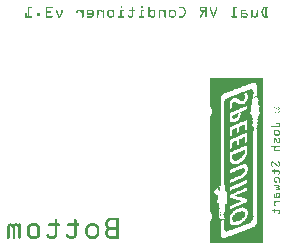
<source format=gbo>
G04 MADE WITH FRITZING*
G04 WWW.FRITZING.ORG*
G04 DOUBLE SIDED*
G04 HOLES PLATED*
G04 CONTOUR ON CENTER OF CONTOUR VECTOR*
%ASAXBY*%
%FSLAX23Y23*%
%MOIN*%
%OFA0B0*%
%SFA1.0B1.0*%
%ADD10R,0.001000X0.001000*%
%LNSILK0*%
G90*
G70*
G36*
X797Y397D02*
X797Y397D01*
X797Y397D01*
X798Y397D01*
X798Y396D01*
X797Y396D01*
X797Y397D01*
X797Y397D01*
X797Y397D01*
G37*
D02*
G36*
X798Y398D02*
X798Y398D01*
X798Y398D01*
X798Y398D01*
X798Y398D01*
X798Y398D01*
X798Y399D01*
X799Y399D01*
X799Y399D01*
X799Y399D01*
X799Y399D01*
X799Y399D01*
X799Y399D01*
X800Y399D01*
X800Y399D01*
X799Y399D01*
X799Y399D01*
X799Y399D01*
X799Y398D01*
X799Y398D01*
X799Y398D01*
X798Y398D01*
X798Y398D01*
X798Y398D01*
X798Y397D01*
X798Y397D01*
X798Y397D01*
X798Y397D01*
X798Y398D01*
G37*
D02*
G36*
X798Y396D02*
X798Y396D01*
X798Y396D01*
X798Y396D01*
X798Y396D01*
G37*
D02*
G36*
X798Y396D02*
X798Y396D01*
X798Y396D01*
X798Y396D01*
X798Y396D01*
G37*
D02*
G36*
X798Y396D02*
X798Y396D01*
X798Y396D01*
X798Y396D01*
X798Y396D01*
G37*
D02*
G36*
X798Y396D02*
X799Y396D01*
X799Y395D01*
X798Y395D01*
X798Y396D01*
G37*
D02*
G36*
X799Y395D02*
X799Y395D01*
X799Y395D01*
X799Y395D01*
X799Y395D01*
X800Y395D01*
X800Y394D01*
X800Y394D01*
X800Y393D01*
X800Y393D01*
X800Y394D01*
X799Y394D01*
X799Y394D01*
X799Y394D01*
X799Y395D01*
X799Y395D01*
X799Y395D01*
G37*
D02*
G36*
X799Y393D02*
X800Y393D01*
X800Y392D01*
X799Y392D01*
X799Y393D01*
G37*
D02*
G36*
X800Y400D02*
X800Y400D01*
X800Y399D01*
X800Y399D01*
X800Y400D01*
G37*
D02*
G36*
X800Y392D02*
X800Y392D01*
X800Y392D01*
X800Y392D01*
X800Y392D01*
G37*
D02*
G36*
X800Y400D02*
X800Y400D01*
X800Y400D01*
X800Y400D01*
X800Y400D01*
G37*
D02*
G36*
X800Y392D02*
X800Y392D01*
X800Y391D01*
X800Y391D01*
X800Y392D01*
G37*
D02*
G36*
X800Y400D02*
X800Y400D01*
X800Y400D01*
X800Y400D01*
X800Y400D01*
G37*
D02*
G36*
X800Y391D02*
X800Y391D01*
X800Y391D01*
X800Y391D01*
X800Y391D01*
G37*
D02*
G36*
X800Y400D02*
X801Y400D01*
X801Y400D01*
X800Y400D01*
X800Y400D01*
G37*
D02*
G36*
X800Y391D02*
X801Y391D01*
X801Y391D01*
X800Y391D01*
X800Y391D01*
G37*
D02*
G36*
X801Y401D02*
X801Y401D01*
X801Y400D01*
X801Y400D01*
X801Y401D01*
G37*
D02*
G36*
X801Y391D02*
X801Y391D01*
X801Y391D01*
X801Y391D01*
X801Y391D01*
G37*
D02*
G36*
X801Y401D02*
X801Y401D01*
X801Y401D01*
X801Y401D01*
X801Y401D01*
G37*
D02*
G36*
X801Y391D02*
X801Y391D01*
X801Y390D01*
X801Y390D01*
X801Y391D01*
G37*
D02*
G36*
X801Y401D02*
X801Y401D01*
X801Y401D01*
X801Y401D01*
X801Y401D01*
G37*
D02*
G36*
X801Y390D02*
X801Y390D01*
X801Y390D01*
X801Y390D01*
X801Y390D01*
G37*
D02*
G36*
X801Y402D02*
X802Y402D01*
X802Y401D01*
X801Y401D01*
X801Y402D01*
G37*
D02*
G36*
X801Y390D02*
X802Y390D01*
X802Y390D01*
X801Y390D01*
X801Y390D01*
G37*
D02*
G36*
X802Y402D02*
X802Y402D01*
X802Y402D01*
X802Y402D01*
X802Y403D01*
X803Y403D01*
X803Y403D01*
X803Y403D01*
X803Y403D01*
X803Y403D01*
X803Y403D01*
X803Y403D01*
X803Y403D01*
X803Y403D01*
X803Y403D01*
X803Y403D01*
X803Y402D01*
X803Y402D01*
X803Y402D01*
X802Y402D01*
X802Y402D01*
X802Y402D01*
X802Y402D01*
X802Y402D01*
X802Y402D01*
G37*
D02*
G36*
X802Y390D02*
X802Y390D01*
X802Y390D01*
X802Y390D01*
X802Y390D01*
G37*
D02*
G36*
X802Y390D02*
X802Y390D01*
X802Y389D01*
X802Y389D01*
X802Y390D01*
G37*
D02*
G36*
X802Y389D02*
X803Y389D01*
X803Y389D01*
X802Y389D01*
X802Y389D01*
G37*
D02*
G36*
X803Y389D02*
X803Y389D01*
X803Y389D01*
X803Y389D01*
X803Y389D01*
G37*
D02*
G36*
X803Y389D02*
X803Y389D01*
X803Y388D01*
X803Y388D01*
X803Y389D01*
G37*
D02*
G36*
X803Y388D02*
X803Y388D01*
X803Y388D01*
X803Y388D01*
X803Y388D01*
G37*
D02*
G36*
X803Y404D02*
X804Y404D01*
X804Y403D01*
X803Y403D01*
X803Y404D01*
G37*
D02*
G36*
X803Y388D02*
X804Y388D01*
X804Y388D01*
X803Y388D01*
X803Y388D01*
G37*
D02*
G36*
X804Y404D02*
X804Y404D01*
X804Y404D01*
X804Y404D01*
X804Y404D01*
G37*
D02*
G36*
X804Y388D02*
X804Y388D01*
X804Y388D01*
X804Y388D01*
X804Y388D01*
G37*
D02*
G36*
X804Y404D02*
X804Y404D01*
X804Y404D01*
X804Y404D01*
X804Y404D01*
G37*
D02*
G36*
X804Y388D02*
X804Y388D01*
X804Y387D01*
X804Y387D01*
X804Y388D01*
G37*
D02*
G36*
X804Y405D02*
X804Y405D01*
X804Y404D01*
X804Y404D01*
X804Y405D01*
G37*
D02*
G36*
X804Y387D02*
X806Y387D01*
X806Y387D01*
X807Y387D01*
X807Y387D01*
X809Y387D01*
X809Y387D01*
X809Y387D01*
X809Y387D01*
X809Y387D01*
X809Y380D01*
X810Y380D01*
X810Y380D01*
X810Y380D01*
X810Y379D01*
X810Y379D01*
X810Y379D01*
X810Y379D01*
X810Y379D01*
X810Y379D01*
X810Y379D01*
X809Y379D01*
X809Y380D01*
X809Y380D01*
X809Y387D01*
X809Y387D01*
X809Y387D01*
X805Y387D01*
X805Y387D01*
X804Y387D01*
X804Y387D01*
G37*
D02*
G36*
X810Y373D02*
X810Y373D01*
X810Y372D01*
X810Y372D01*
X810Y373D01*
G37*
D02*
G36*
X810Y379D02*
X810Y379D01*
X810Y372D01*
X810Y372D01*
X810Y379D01*
G37*
D02*
G36*
X810Y379D02*
X810Y379D01*
X810Y372D01*
X810Y372D01*
X810Y379D01*
G37*
D02*
G36*
X804Y405D02*
X805Y405D01*
X805Y405D01*
X804Y405D01*
X804Y405D01*
G37*
D02*
G36*
X805Y405D02*
X805Y405D01*
X805Y405D01*
X805Y405D01*
X805Y405D01*
G37*
D02*
G36*
X805Y405D02*
X805Y405D01*
X805Y405D01*
X805Y405D01*
X805Y405D01*
G37*
D02*
G36*
X805Y406D02*
X806Y406D01*
X806Y406D01*
X806Y406D01*
X806Y406D01*
X806Y406D01*
X806Y407D01*
X806Y407D01*
X806Y407D01*
X807Y407D01*
X807Y407D01*
X807Y407D01*
X807Y408D01*
X808Y408D01*
X808Y407D01*
X809Y407D01*
X809Y407D01*
X807Y407D01*
X807Y407D01*
X807Y407D01*
X807Y406D01*
X806Y406D01*
X806Y406D01*
X806Y406D01*
X806Y406D01*
X806Y406D01*
X806Y406D01*
X806Y406D01*
X806Y405D01*
X805Y405D01*
X805Y406D01*
G37*
D02*
G36*
X809Y407D02*
X809Y407D01*
X809Y407D01*
X809Y407D01*
X809Y406D01*
X810Y406D01*
X810Y406D01*
X810Y406D01*
X810Y406D01*
X810Y406D01*
X810Y406D01*
X810Y406D01*
X810Y405D01*
X811Y405D01*
X811Y405D01*
X811Y405D01*
X811Y405D01*
X811Y405D01*
X811Y405D01*
X812Y405D01*
X812Y404D01*
X812Y404D01*
X812Y404D01*
X812Y404D01*
X812Y404D01*
X812Y404D01*
X812Y403D01*
X813Y403D01*
X813Y403D01*
X813Y403D01*
X813Y403D01*
X812Y403D01*
X812Y403D01*
X812Y403D01*
X812Y403D01*
X812Y403D01*
X812Y404D01*
X812Y404D01*
X812Y404D01*
X811Y404D01*
X811Y404D01*
X811Y404D01*
X811Y405D01*
X811Y405D01*
X811Y405D01*
X810Y405D01*
X810Y405D01*
X810Y405D01*
X810Y405D01*
X810Y405D01*
X810Y406D01*
X810Y406D01*
X810Y406D01*
X809Y406D01*
X809Y406D01*
X809Y406D01*
X809Y406D01*
X809Y406D01*
X809Y407D01*
X809Y407D01*
X809Y407D01*
G37*
D02*
G36*
X809Y371D02*
X809Y371D01*
X809Y361D01*
X809Y361D01*
X809Y371D01*
G37*
D02*
G36*
X809Y372D02*
X809Y372D01*
X809Y371D01*
X809Y371D01*
X809Y372D01*
G37*
D02*
G36*
X809Y361D02*
X809Y361D01*
X809Y361D01*
X810Y361D01*
X810Y360D01*
X810Y360D01*
X810Y360D01*
X810Y360D01*
X810Y360D01*
X810Y360D01*
X810Y360D01*
X809Y360D01*
X809Y360D01*
X809Y360D01*
X809Y361D01*
G37*
D02*
G36*
X809Y372D02*
X810Y372D01*
X810Y372D01*
X809Y372D01*
X809Y372D01*
G37*
D02*
G36*
X810Y372D02*
X810Y372D01*
X810Y372D01*
X810Y372D01*
X810Y372D01*
G37*
D02*
G36*
X810Y360D02*
X810Y360D01*
X810Y360D01*
X810Y360D01*
X810Y360D01*
G37*
D02*
G36*
X810Y360D02*
X811Y360D01*
X811Y359D01*
X810Y359D01*
X810Y360D01*
G37*
D02*
G36*
X811Y359D02*
X811Y359D01*
X811Y359D01*
X811Y359D01*
X811Y359D01*
G37*
D02*
G36*
X811Y359D02*
X811Y359D01*
X811Y359D01*
X811Y359D01*
X811Y359D01*
G37*
D02*
G36*
X811Y359D02*
X812Y359D01*
X812Y358D01*
X811Y358D01*
X811Y359D01*
G37*
D02*
G36*
X812Y358D02*
X812Y358D01*
X812Y358D01*
X812Y358D01*
X812Y358D01*
G37*
D02*
G36*
X812Y358D02*
X812Y358D01*
X812Y358D01*
X813Y358D01*
X813Y358D01*
X813Y358D01*
X813Y357D01*
X813Y357D01*
X813Y357D01*
X813Y357D01*
X813Y357D01*
X814Y357D01*
X814Y356D01*
X813Y356D01*
X813Y357D01*
X813Y357D01*
X813Y357D01*
X813Y357D01*
X813Y357D01*
X812Y357D01*
X812Y358D01*
X812Y358D01*
X812Y358D01*
X812Y358D01*
X812Y358D01*
G37*
D02*
G36*
X813Y403D02*
X813Y403D01*
X813Y403D01*
X813Y403D01*
X813Y402D01*
X814Y402D01*
X814Y402D01*
X814Y402D01*
X814Y402D01*
X813Y402D01*
X813Y402D01*
X813Y402D01*
X813Y402D01*
X813Y402D01*
X813Y403D01*
G37*
D02*
G36*
X814Y356D02*
X814Y356D01*
X814Y356D01*
X814Y356D01*
X814Y356D01*
G37*
D02*
G36*
X814Y402D02*
X814Y402D01*
X814Y402D01*
X814Y402D01*
X814Y402D01*
G37*
D02*
G36*
X814Y356D02*
X814Y356D01*
X814Y343D01*
X815Y343D01*
X815Y343D01*
X815Y343D01*
X815Y343D01*
X815Y343D01*
X815Y343D01*
X814Y343D01*
X814Y343D01*
X814Y343D01*
X814Y356D01*
G37*
D02*
G36*
X814Y335D02*
X814Y335D01*
X814Y333D01*
X815Y333D01*
X815Y333D01*
X814Y333D01*
X814Y333D01*
X814Y333D01*
X814Y335D01*
G37*
D02*
G36*
X814Y335D02*
X815Y335D01*
X815Y335D01*
X815Y335D01*
X815Y335D01*
X815Y335D01*
X815Y334D01*
X814Y334D01*
X814Y335D01*
G37*
D02*
G36*
X814Y402D02*
X815Y402D01*
X815Y401D01*
X815Y401D01*
X815Y401D01*
X814Y401D01*
X814Y402D01*
G37*
D02*
G36*
X815Y333D02*
X815Y333D01*
X815Y332D01*
X815Y332D01*
X815Y333D01*
G37*
D02*
G36*
X815Y343D02*
X815Y343D01*
X815Y342D01*
X815Y342D01*
X815Y342D01*
X816Y342D01*
X816Y341D01*
X815Y341D01*
X815Y342D01*
X815Y342D01*
X815Y342D01*
X815Y342D01*
X815Y343D01*
G37*
D02*
G36*
X815Y336D02*
X815Y336D01*
X815Y335D01*
X815Y335D01*
X815Y336D01*
G37*
D02*
G36*
X815Y332D02*
X815Y332D01*
X815Y332D01*
X815Y332D01*
X815Y332D01*
G37*
D02*
G36*
X815Y336D02*
X815Y336D01*
X815Y337D01*
X816Y337D01*
X816Y341D01*
X816Y341D01*
X816Y336D01*
X816Y336D01*
X816Y336D01*
X815Y336D01*
X815Y336D01*
X815Y336D01*
X815Y336D01*
G37*
D02*
G36*
X815Y332D02*
X815Y332D01*
X815Y332D01*
X815Y332D01*
X815Y332D01*
G37*
D02*
G36*
X815Y414D02*
X816Y414D01*
X816Y414D01*
X816Y414D01*
X816Y412D01*
X816Y412D01*
X816Y413D01*
X815Y413D01*
X815Y414D01*
G37*
D02*
G36*
X816Y415D02*
X816Y415D01*
X816Y414D01*
X816Y414D01*
X816Y415D01*
G37*
D02*
G36*
X815Y332D02*
X816Y332D01*
X816Y332D01*
X815Y332D01*
X815Y332D01*
G37*
D02*
G36*
X816Y332D02*
X816Y332D01*
X816Y331D01*
X816Y331D01*
X816Y332D01*
G37*
D02*
G36*
X816Y415D02*
X816Y415D01*
X816Y416D01*
X816Y416D01*
X816Y416D01*
X817Y416D01*
X817Y416D01*
X817Y416D01*
X817Y416D01*
X817Y416D01*
X817Y415D01*
X816Y415D01*
X816Y415D01*
X816Y415D01*
X816Y415D01*
X816Y415D01*
X816Y415D01*
G37*
D02*
G36*
X816Y412D02*
X816Y412D01*
X816Y412D01*
X816Y412D01*
X816Y412D01*
G37*
D02*
G36*
X816Y331D02*
X816Y331D01*
X816Y331D01*
X816Y331D01*
X816Y331D01*
G37*
D02*
G36*
X815Y401D02*
X816Y401D01*
X816Y401D01*
X816Y401D01*
X816Y401D01*
X815Y401D01*
X815Y401D01*
G37*
D02*
G36*
X816Y412D02*
X816Y412D01*
X816Y411D01*
X816Y411D01*
X816Y412D01*
G37*
D02*
G36*
X816Y411D02*
X817Y411D01*
X817Y401D01*
X816Y401D01*
X816Y411D01*
G37*
D02*
G36*
X816Y411D02*
X817Y411D01*
X817Y401D01*
X816Y401D01*
X816Y411D01*
G37*
D02*
G36*
X816Y331D02*
X817Y331D01*
X817Y331D01*
X817Y331D01*
X817Y331D01*
X817Y331D01*
X817Y330D01*
X818Y330D01*
X818Y329D01*
X817Y329D01*
X817Y329D01*
X817Y329D01*
X817Y330D01*
X817Y330D01*
X817Y331D01*
X816Y331D01*
X816Y331D01*
X816Y331D01*
X816Y331D01*
G37*
D02*
G36*
X817Y417D02*
X817Y417D01*
X817Y416D01*
X817Y416D01*
X817Y417D01*
G37*
D02*
G36*
X817Y417D02*
X818Y417D01*
X818Y417D01*
X818Y417D01*
X818Y417D01*
X818Y417D01*
X818Y417D01*
X817Y417D01*
X817Y417D01*
G37*
D02*
G36*
X818Y329D02*
X818Y329D01*
X818Y328D01*
X818Y328D01*
X818Y329D01*
G37*
D02*
G36*
X818Y328D02*
X818Y328D01*
X818Y328D01*
X818Y328D01*
X818Y328D01*
G37*
D02*
G36*
X818Y417D02*
X818Y417D01*
X818Y417D01*
X818Y417D01*
X818Y417D01*
G37*
D02*
G36*
X818Y328D02*
X818Y328D01*
X818Y328D01*
X818Y328D01*
X818Y328D01*
G37*
D02*
G36*
X818Y418D02*
X819Y418D01*
X819Y417D01*
X818Y417D01*
X818Y418D01*
G37*
D02*
G36*
X819Y418D02*
X819Y418D01*
X819Y418D01*
X819Y418D01*
X819Y418D01*
G37*
D02*
G36*
X819Y418D02*
X819Y418D01*
X819Y418D01*
X819Y418D01*
X819Y418D01*
G37*
D02*
G36*
X819Y418D02*
X819Y418D01*
X819Y418D01*
X819Y418D01*
X819Y418D01*
G37*
D02*
G36*
X820Y419D02*
X820Y419D01*
X820Y419D01*
X820Y419D01*
X820Y419D01*
G37*
D02*
G36*
X820Y307D02*
X821Y307D01*
X821Y307D01*
X820Y307D01*
X820Y307D01*
G37*
D02*
G36*
X820Y704D02*
X820Y704D01*
X820Y702D01*
X820Y702D01*
X820Y704D01*
G37*
D02*
G36*
X820Y256D02*
X820Y256D01*
X820Y254D01*
X820Y254D01*
X820Y256D01*
G37*
D02*
G36*
X820Y707D02*
X821Y707D01*
X821Y706D01*
X820Y706D01*
X820Y707D01*
G37*
D02*
G36*
X820Y253D02*
X821Y253D01*
X821Y251D01*
X820Y251D01*
X820Y253D01*
G37*
D02*
G36*
X821Y709D02*
X821Y709D01*
X821Y708D01*
X821Y708D01*
X821Y709D01*
G37*
D02*
G36*
X821Y250D02*
X821Y250D01*
X821Y250D01*
X821Y250D01*
X821Y250D01*
G37*
D02*
G36*
X823Y716D02*
X823Y716D01*
X823Y716D01*
X823Y716D01*
X823Y716D01*
G37*
D02*
G36*
X823Y717D02*
X823Y717D01*
X823Y716D01*
X823Y716D01*
X823Y717D01*
G37*
D02*
G36*
X823Y717D02*
X824Y717D01*
X824Y717D01*
X823Y717D01*
X823Y717D01*
G37*
D02*
G36*
X824Y719D02*
X825Y719D01*
X825Y718D01*
X824Y718D01*
X824Y719D01*
G37*
D02*
G36*
X825Y720D02*
X825Y720D01*
X825Y720D01*
X825Y720D01*
X825Y720D01*
G37*
D02*
G36*
X825Y720D02*
X826Y720D01*
X826Y720D01*
X825Y720D01*
X825Y720D01*
G37*
D02*
G36*
X826Y720D02*
X826Y720D01*
X826Y720D01*
X826Y720D01*
X826Y720D01*
G37*
D02*
G36*
X826Y721D02*
X826Y721D01*
X826Y720D01*
X826Y720D01*
X826Y721D01*
G37*
D02*
G36*
X826Y721D02*
X827Y721D01*
X827Y721D01*
X826Y721D01*
X826Y721D01*
G37*
D02*
G36*
X827Y721D02*
X827Y721D01*
X827Y721D01*
X827Y721D01*
X827Y721D01*
G37*
D02*
G36*
X827Y323D02*
X830Y323D01*
X830Y323D01*
X829Y323D01*
X829Y323D01*
X828Y323D01*
X828Y323D01*
X827Y323D01*
X827Y323D01*
G37*
D02*
G36*
X828Y722D02*
X828Y722D01*
X828Y722D01*
X828Y722D01*
X828Y722D01*
G37*
D02*
G36*
X828Y307D02*
X828Y307D01*
X828Y307D01*
X829Y307D01*
X829Y307D01*
X829Y307D01*
X829Y306D01*
X829Y306D01*
X829Y306D01*
X828Y306D01*
X828Y306D01*
X828Y306D01*
X828Y307D01*
G37*
D02*
G36*
X828Y722D02*
X829Y722D01*
X829Y722D01*
X828Y722D01*
X828Y722D01*
G37*
D02*
G36*
X830Y328D02*
X831Y328D01*
X831Y328D01*
X831Y328D01*
X831Y329D01*
X832Y329D01*
X832Y329D01*
X832Y329D01*
X832Y328D01*
X832Y328D01*
X832Y328D01*
X831Y328D01*
X831Y328D01*
X830Y328D01*
X830Y328D01*
X830Y328D01*
X830Y328D01*
G37*
D02*
G36*
X830Y420D02*
X831Y420D01*
X831Y419D01*
X830Y419D01*
X830Y420D01*
G37*
D02*
G36*
X831Y419D02*
X831Y419D01*
X831Y419D01*
X831Y419D01*
X831Y419D01*
G37*
D02*
G36*
X831Y724D02*
X832Y724D01*
X832Y724D01*
X831Y724D01*
X831Y724D01*
G37*
D02*
G36*
X831Y418D02*
X832Y418D01*
X832Y418D01*
X831Y418D01*
X831Y418D01*
G37*
D02*
G36*
X832Y418D02*
X832Y418D01*
X832Y418D01*
X832Y418D01*
X832Y417D01*
X832Y417D01*
X832Y418D01*
X832Y418D01*
X832Y418D01*
G37*
D02*
G36*
X832Y331D02*
X832Y331D01*
X832Y331D01*
X832Y331D01*
X832Y331D01*
X833Y331D01*
X833Y331D01*
X833Y331D01*
X833Y331D01*
X832Y331D01*
X832Y331D01*
X832Y331D01*
X832Y329D01*
X832Y329D01*
X832Y331D01*
G37*
D02*
G36*
X832Y724D02*
X833Y724D01*
X833Y724D01*
X832Y724D01*
X832Y724D01*
G37*
D02*
G36*
X832Y417D02*
X833Y417D01*
X833Y417D01*
X832Y417D01*
X832Y417D01*
G37*
D02*
G36*
X833Y417D02*
X833Y417D01*
X833Y417D01*
X833Y417D01*
X833Y417D01*
G37*
D02*
G36*
X833Y340D02*
X833Y340D01*
X833Y340D01*
X833Y340D01*
X833Y336D01*
X833Y336D01*
X833Y337D01*
X833Y337D01*
X833Y340D01*
G37*
D02*
G36*
X833Y417D02*
X833Y417D01*
X833Y417D01*
X833Y417D01*
X833Y417D01*
G37*
D02*
G36*
X833Y332D02*
X833Y332D01*
X833Y331D01*
X833Y331D01*
X833Y332D01*
G37*
D02*
G36*
X833Y417D02*
X833Y417D01*
X833Y416D01*
X834Y416D01*
X834Y416D01*
X833Y416D01*
X833Y416D01*
X833Y416D01*
X833Y417D01*
G37*
D02*
G36*
X833Y341D02*
X833Y341D01*
X833Y340D01*
X833Y340D01*
X833Y341D01*
G37*
D02*
G36*
X833Y336D02*
X833Y336D01*
X833Y336D01*
X833Y336D01*
X833Y336D01*
G37*
D02*
G36*
X833Y332D02*
X833Y332D01*
X833Y332D01*
X834Y332D01*
X834Y333D01*
X834Y333D01*
X834Y333D01*
X834Y333D01*
X834Y333D01*
X835Y333D01*
X835Y334D01*
X835Y334D01*
X835Y333D01*
X835Y333D01*
X835Y333D01*
X834Y333D01*
X834Y332D01*
X834Y332D01*
X834Y332D01*
X834Y332D01*
X834Y332D01*
X833Y332D01*
X833Y332D01*
X833Y332D01*
X833Y332D01*
G37*
D02*
G36*
X833Y411D02*
X834Y411D01*
X834Y403D01*
X833Y403D01*
X833Y411D01*
G37*
D02*
G36*
X833Y341D02*
X834Y341D01*
X834Y341D01*
X833Y341D01*
X833Y341D01*
G37*
D02*
G36*
X833Y336D02*
X834Y336D01*
X834Y336D01*
X834Y336D01*
X834Y335D01*
X834Y335D01*
X834Y335D01*
X833Y335D01*
X833Y336D01*
G37*
D02*
G36*
X834Y416D02*
X834Y416D01*
X834Y415D01*
X834Y415D01*
X834Y416D01*
G37*
D02*
G36*
X834Y411D02*
X834Y411D01*
X834Y411D01*
X834Y411D01*
X834Y411D01*
G37*
D02*
G36*
X834Y403D02*
X834Y403D01*
X834Y402D01*
X834Y402D01*
X834Y403D01*
G37*
D02*
G36*
X834Y341D02*
X834Y341D01*
X834Y341D01*
X834Y341D01*
X834Y341D01*
G37*
D02*
G36*
X834Y266D02*
X834Y266D01*
X834Y266D01*
X834Y266D01*
X834Y266D01*
G37*
D02*
G36*
X834Y415D02*
X834Y415D01*
X834Y415D01*
X834Y415D01*
X834Y415D01*
G37*
D02*
G36*
X834Y412D02*
X834Y412D01*
X834Y411D01*
X834Y411D01*
X834Y412D01*
G37*
D02*
G36*
X834Y402D02*
X834Y402D01*
X834Y402D01*
X834Y402D01*
X834Y402D01*
G37*
D02*
G36*
X834Y341D02*
X834Y341D01*
X834Y341D01*
X834Y341D01*
X834Y341D01*
G37*
D02*
G36*
X834Y335D02*
X834Y335D01*
X834Y335D01*
X835Y335D01*
X835Y334D01*
X834Y334D01*
X834Y335D01*
X834Y335D01*
X834Y335D01*
G37*
D02*
G36*
X834Y266D02*
X834Y266D01*
X834Y266D01*
X835Y266D01*
X835Y266D01*
X834Y266D01*
X834Y266D01*
G37*
D02*
G36*
X834Y415D02*
X835Y415D01*
X835Y414D01*
X834Y414D01*
X834Y415D01*
G37*
D02*
G36*
X834Y412D02*
X835Y412D01*
X835Y412D01*
X834Y412D01*
X834Y412D01*
G37*
D02*
G36*
X835Y415D02*
X835Y415D01*
X835Y412D01*
X835Y412D01*
X835Y415D01*
G37*
D02*
G36*
X835Y415D02*
X835Y415D01*
X835Y412D01*
X835Y412D01*
X835Y415D01*
G37*
D02*
G36*
X834Y402D02*
X835Y402D01*
X835Y402D01*
X835Y402D01*
X835Y401D01*
X835Y401D01*
X835Y400D01*
X835Y400D01*
X835Y401D01*
X835Y401D01*
X835Y401D01*
X834Y401D01*
X834Y402D01*
G37*
D02*
G36*
X834Y342D02*
X835Y342D01*
X835Y341D01*
X834Y341D01*
X834Y342D01*
G37*
D02*
G36*
X835Y342D02*
X835Y342D01*
X835Y342D01*
X835Y342D01*
X835Y342D01*
G37*
D02*
G36*
X835Y342D02*
X835Y342D01*
X835Y342D01*
X835Y342D01*
X835Y342D01*
G37*
D02*
G36*
X835Y704D02*
X835Y704D01*
X835Y704D01*
X835Y704D01*
X835Y704D01*
G37*
D02*
G36*
X835Y400D02*
X835Y400D01*
X835Y400D01*
X835Y400D01*
X835Y400D01*
G37*
D02*
G36*
X835Y343D02*
X835Y343D01*
X835Y342D01*
X835Y342D01*
X835Y343D01*
G37*
D02*
G36*
X835Y400D02*
X836Y400D01*
X836Y400D01*
X836Y400D01*
X836Y399D01*
X836Y399D01*
X836Y399D01*
X835Y399D01*
X835Y400D01*
G37*
D02*
G36*
X835Y356D02*
X836Y356D01*
X836Y356D01*
X836Y356D01*
X836Y357D01*
X838Y357D01*
X838Y357D01*
X839Y357D01*
X839Y357D01*
X839Y357D01*
X839Y379D01*
X839Y379D01*
X839Y379D01*
X839Y379D01*
X839Y379D01*
X839Y379D01*
X839Y357D01*
X839Y357D01*
X839Y357D01*
X839Y357D01*
X839Y356D01*
X836Y356D01*
X836Y356D01*
X836Y356D01*
X836Y356D01*
X836Y356D01*
X836Y343D01*
X835Y343D01*
X835Y356D01*
G37*
D02*
G36*
X836Y726D02*
X836Y726D01*
X836Y726D01*
X836Y726D01*
X836Y726D01*
G37*
D02*
G36*
X836Y726D02*
X836Y726D01*
X836Y726D01*
X836Y726D01*
X836Y726D01*
G37*
D02*
G36*
X836Y705D02*
X836Y705D01*
X836Y705D01*
X836Y705D01*
X836Y705D01*
G37*
D02*
G36*
X836Y399D02*
X836Y399D01*
X836Y399D01*
X836Y399D01*
X836Y399D01*
G37*
D02*
G36*
X836Y399D02*
X836Y399D01*
X836Y398D01*
X837Y398D01*
X837Y398D01*
X837Y398D01*
X837Y397D01*
X837Y397D01*
X837Y397D01*
X836Y397D01*
X836Y398D01*
X836Y398D01*
X836Y399D01*
G37*
D02*
G36*
X837Y706D02*
X837Y706D01*
X837Y706D01*
X837Y706D01*
X837Y706D01*
G37*
D02*
G36*
X837Y244D02*
X837Y244D01*
X837Y244D01*
X837Y244D01*
X837Y244D01*
G37*
D02*
G36*
X837Y706D02*
X837Y706D01*
X837Y706D01*
X837Y706D01*
X837Y706D01*
G37*
D02*
G36*
X837Y397D02*
X837Y397D01*
X837Y397D01*
X838Y397D01*
X838Y396D01*
X838Y396D01*
X838Y396D01*
X838Y396D01*
X838Y396D01*
X838Y396D01*
X838Y395D01*
X838Y395D01*
X838Y396D01*
X838Y396D01*
X838Y396D01*
X837Y396D01*
X837Y396D01*
X837Y396D01*
X837Y397D01*
G37*
D02*
G36*
X837Y245D02*
X838Y245D01*
X838Y244D01*
X837Y244D01*
X837Y245D01*
G37*
D02*
G36*
X837Y707D02*
X838Y707D01*
X838Y706D01*
X837Y706D01*
X837Y707D01*
G37*
D02*
G36*
X838Y727D02*
X838Y727D01*
X838Y727D01*
X838Y727D01*
X838Y727D01*
X839Y727D01*
X839Y727D01*
X839Y727D01*
X839Y727D01*
X838Y727D01*
X838Y726D01*
X838Y726D01*
X838Y727D01*
G37*
D02*
G36*
X838Y708D02*
X838Y708D01*
X838Y707D01*
X838Y707D01*
X838Y708D01*
G37*
D02*
G36*
X838Y395D02*
X839Y395D01*
X839Y395D01*
X838Y395D01*
X838Y395D01*
G37*
D02*
G36*
X839Y708D02*
X839Y708D01*
X839Y708D01*
X839Y708D01*
X839Y708D01*
X839Y708D01*
X839Y708D01*
G37*
D02*
G36*
X839Y395D02*
X839Y395D01*
X839Y395D01*
X839Y395D01*
X839Y395D01*
G37*
D02*
G36*
X839Y395D02*
X839Y395D01*
X839Y394D01*
X839Y394D01*
X839Y395D01*
G37*
D02*
G36*
X839Y708D02*
X839Y708D01*
X839Y708D01*
X839Y708D01*
X839Y708D01*
G37*
D02*
G36*
X839Y394D02*
X840Y394D01*
X840Y394D01*
X839Y394D01*
X839Y394D01*
G37*
D02*
G36*
X839Y379D02*
X840Y379D01*
X840Y379D01*
X839Y379D01*
X839Y379D01*
G37*
D02*
G36*
X839Y264D02*
X840Y264D01*
X840Y264D01*
X839Y264D01*
X839Y264D01*
G37*
D02*
G36*
X840Y394D02*
X840Y394D01*
X840Y394D01*
X840Y394D01*
X840Y394D01*
G37*
D02*
G36*
X840Y380D02*
X840Y380D01*
X840Y379D01*
X840Y379D01*
X840Y380D01*
G37*
D02*
G36*
X840Y380D02*
X840Y380D01*
X840Y380D01*
X840Y380D01*
X840Y380D01*
G37*
D02*
G36*
X840Y394D02*
X841Y394D01*
X841Y394D01*
X840Y394D01*
X840Y394D01*
G37*
D02*
G36*
X840Y380D02*
X841Y380D01*
X841Y381D01*
X841Y381D01*
X841Y380D01*
X840Y380D01*
X840Y380D01*
G37*
D02*
G36*
X841Y394D02*
X841Y394D01*
X841Y393D01*
X841Y393D01*
X841Y394D01*
G37*
D02*
G36*
X841Y387D02*
X841Y387D01*
X841Y388D01*
X841Y388D01*
X841Y387D01*
X841Y387D01*
X841Y381D01*
X841Y381D01*
X841Y387D01*
G37*
D02*
G36*
X841Y393D02*
X841Y393D01*
X841Y393D01*
X841Y393D01*
X841Y393D01*
G37*
D02*
G36*
X841Y728D02*
X842Y728D01*
X842Y728D01*
X841Y728D01*
X841Y728D01*
G37*
D02*
G36*
X841Y393D02*
X842Y393D01*
X842Y393D01*
X841Y393D01*
X841Y393D01*
G37*
D02*
G36*
X841Y389D02*
X842Y389D01*
X842Y388D01*
X841Y388D01*
X841Y389D01*
G37*
D02*
G36*
X842Y728D02*
X842Y728D01*
X842Y728D01*
X842Y728D01*
X842Y728D01*
G37*
D02*
G36*
X842Y393D02*
X842Y393D01*
X842Y389D01*
X842Y389D01*
X842Y393D01*
G37*
D02*
G36*
X842Y246D02*
X842Y246D01*
X842Y246D01*
X842Y246D01*
X842Y246D01*
G37*
D02*
G36*
X842Y246D02*
X842Y246D01*
X842Y247D01*
X843Y247D01*
X843Y246D01*
X843Y246D01*
X843Y246D01*
X842Y246D01*
X842Y246D01*
G37*
D02*
G36*
X843Y729D02*
X844Y729D01*
X844Y729D01*
X843Y729D01*
X843Y729D01*
G37*
D02*
G36*
X843Y711D02*
X843Y711D01*
X843Y710D01*
X843Y710D01*
X843Y711D01*
G37*
D02*
G36*
X844Y729D02*
X844Y729D01*
X844Y729D01*
X844Y729D01*
X844Y729D01*
G37*
D02*
G36*
X844Y711D02*
X844Y711D01*
X844Y710D01*
X844Y710D01*
X844Y711D01*
G37*
D02*
G36*
X844Y729D02*
X845Y729D01*
X845Y729D01*
X844Y729D01*
X844Y729D01*
G37*
D02*
G36*
X844Y711D02*
X844Y711D01*
X844Y711D01*
X845Y711D01*
X845Y711D01*
X845Y711D01*
X845Y711D01*
X844Y711D01*
X844Y711D01*
G37*
D02*
G36*
X845Y248D02*
X845Y248D01*
X845Y247D01*
X845Y247D01*
X845Y248D01*
G37*
D02*
G36*
X845Y729D02*
X845Y729D01*
X845Y729D01*
X845Y729D01*
X845Y729D01*
G37*
D02*
G36*
X846Y248D02*
X847Y248D01*
X847Y248D01*
X846Y248D01*
X846Y248D01*
G37*
D02*
G36*
X847Y248D02*
X848Y248D01*
X848Y249D01*
X848Y249D01*
X848Y249D01*
X849Y249D01*
X849Y249D01*
X848Y249D01*
X848Y248D01*
X848Y248D01*
X848Y248D01*
X847Y248D01*
X847Y248D01*
G37*
D02*
G36*
X848Y731D02*
X849Y731D01*
X849Y730D01*
X848Y730D01*
X848Y731D01*
G37*
D02*
G36*
X849Y731D02*
X849Y731D01*
X849Y731D01*
X849Y731D01*
X849Y731D01*
G37*
D02*
G36*
X849Y693D02*
X849Y693D01*
X849Y692D01*
X849Y692D01*
X849Y693D01*
G37*
D02*
G36*
X849Y731D02*
X850Y731D01*
X850Y731D01*
X849Y731D01*
X849Y731D01*
G37*
D02*
G36*
X849Y694D02*
X850Y694D01*
X850Y693D01*
X849Y693D01*
X849Y694D01*
G37*
D02*
G36*
X849Y295D02*
X850Y295D01*
X850Y295D01*
X849Y295D01*
X849Y295D01*
G37*
D02*
G36*
X850Y695D02*
X850Y695D01*
X850Y694D01*
X850Y694D01*
X850Y695D01*
G37*
D02*
G36*
X850Y401D02*
X850Y401D01*
X850Y401D01*
X850Y401D01*
X850Y401D01*
G37*
D02*
G36*
X850Y732D02*
X851Y732D01*
X851Y732D01*
X851Y732D01*
X851Y732D01*
X851Y732D01*
X851Y731D01*
X850Y731D01*
X850Y732D01*
G37*
D02*
G36*
X851Y437D02*
X851Y437D01*
X851Y436D01*
X851Y436D01*
X851Y437D01*
G37*
D02*
G36*
X851Y676D02*
X851Y676D01*
X851Y675D01*
X851Y675D01*
X851Y676D01*
G37*
D02*
G36*
X851Y316D02*
X851Y316D01*
X851Y316D01*
X851Y316D01*
X851Y316D01*
G37*
D02*
G36*
X851Y292D02*
X851Y292D01*
X851Y291D01*
X851Y291D01*
X851Y292D01*
G37*
D02*
G36*
X851Y250D02*
X851Y250D01*
X851Y249D01*
X851Y249D01*
X851Y250D01*
G37*
D02*
G36*
X851Y675D02*
X852Y675D01*
X852Y675D01*
X851Y675D01*
X851Y675D01*
G37*
D02*
G36*
X851Y660D02*
X852Y660D01*
X852Y660D01*
X851Y660D01*
X851Y660D01*
G37*
D02*
G36*
X851Y497D02*
X852Y497D01*
X852Y497D01*
X851Y497D01*
X851Y497D01*
G37*
D02*
G36*
X852Y699D02*
X852Y699D01*
X852Y699D01*
X852Y699D01*
X852Y699D01*
G37*
D02*
G36*
X852Y675D02*
X852Y675D01*
X852Y675D01*
X852Y675D01*
X852Y675D01*
G37*
D02*
G36*
X852Y497D02*
X852Y497D01*
X852Y496D01*
X852Y496D01*
X852Y497D01*
G37*
D02*
G36*
X852Y318D02*
X852Y318D01*
X852Y317D01*
X852Y317D01*
X852Y318D01*
G37*
D02*
G36*
X852Y700D02*
X852Y700D01*
X852Y699D01*
X852Y699D01*
X852Y700D01*
G37*
D02*
G36*
X852Y675D02*
X852Y675D01*
X852Y674D01*
X852Y674D01*
X852Y675D01*
G37*
D02*
G36*
X852Y632D02*
X852Y632D01*
X852Y632D01*
X853Y632D01*
X853Y632D01*
X852Y632D01*
X852Y632D01*
X852Y632D01*
X852Y632D01*
G37*
D02*
G36*
X852Y318D02*
X852Y318D01*
X852Y318D01*
X852Y318D01*
X852Y318D01*
G37*
D02*
G36*
X852Y700D02*
X853Y700D01*
X853Y700D01*
X853Y700D01*
X853Y700D01*
X853Y700D01*
X853Y700D01*
X852Y700D01*
X852Y700D01*
G37*
D02*
G36*
X852Y319D02*
X853Y319D01*
X853Y318D01*
X852Y318D01*
X852Y319D01*
G37*
D02*
G36*
X853Y632D02*
X853Y632D01*
X853Y631D01*
X853Y631D01*
X853Y632D01*
G37*
D02*
G36*
X853Y319D02*
X853Y319D01*
X853Y319D01*
X853Y319D01*
X853Y319D01*
G37*
D02*
G36*
X853Y631D02*
X853Y631D01*
X853Y631D01*
X853Y631D01*
X853Y631D01*
G37*
D02*
G36*
X853Y495D02*
X853Y495D01*
X853Y495D01*
X853Y495D01*
X853Y495D01*
G37*
D02*
G36*
X853Y402D02*
X853Y402D01*
X853Y402D01*
X853Y402D01*
X853Y402D01*
G37*
D02*
G36*
X853Y402D02*
X854Y402D01*
X854Y402D01*
X853Y402D01*
X853Y402D01*
G37*
D02*
G36*
X853Y251D02*
X853Y251D01*
X853Y251D01*
X854Y251D01*
X854Y251D01*
X854Y251D01*
X854Y250D01*
X853Y250D01*
X853Y251D01*
G37*
D02*
G36*
X854Y674D02*
X854Y674D01*
X854Y674D01*
X854Y674D01*
X854Y674D01*
G37*
D02*
G36*
X854Y471D02*
X854Y471D01*
X854Y471D01*
X854Y471D01*
X854Y471D01*
G37*
D02*
G36*
X854Y674D02*
X854Y674D01*
X854Y674D01*
X854Y674D01*
X854Y674D01*
G37*
D02*
G36*
X854Y403D02*
X854Y403D01*
X854Y402D01*
X854Y402D01*
X854Y403D01*
G37*
D02*
G36*
X854Y675D02*
X854Y675D01*
X854Y674D01*
X854Y674D01*
X854Y675D01*
G37*
D02*
G36*
X854Y733D02*
X855Y733D01*
X855Y733D01*
X854Y733D01*
X854Y733D01*
G37*
D02*
G36*
X854Y675D02*
X855Y675D01*
X855Y675D01*
X854Y675D01*
X854Y675D01*
G37*
D02*
G36*
X854Y614D02*
X855Y614D01*
X855Y614D01*
X854Y614D01*
X854Y614D01*
G37*
D02*
G36*
X854Y472D02*
X855Y472D01*
X855Y471D01*
X854Y471D01*
X854Y472D01*
G37*
D02*
G36*
X855Y675D02*
X855Y675D01*
X855Y675D01*
X855Y675D01*
X855Y675D01*
G37*
D02*
G36*
X855Y323D02*
X855Y323D01*
X855Y322D01*
X855Y322D01*
X855Y323D01*
G37*
D02*
G36*
X855Y733D02*
X856Y733D01*
X856Y733D01*
X855Y733D01*
X855Y733D01*
G37*
D02*
G36*
X855Y675D02*
X855Y675D01*
X855Y675D01*
X855Y675D01*
X855Y675D01*
G37*
D02*
G36*
X855Y472D02*
X856Y472D01*
X856Y472D01*
X855Y472D01*
X855Y472D01*
G37*
D02*
G36*
X855Y676D02*
X856Y676D01*
X856Y675D01*
X855Y675D01*
X855Y676D01*
G37*
D02*
G36*
X855Y543D02*
X856Y543D01*
X856Y543D01*
X855Y543D01*
X855Y543D01*
G37*
D02*
G36*
X855Y323D02*
X856Y323D01*
X856Y323D01*
X855Y323D01*
X855Y323D01*
G37*
D02*
G36*
X856Y704D02*
X856Y704D01*
X856Y704D01*
X856Y704D01*
X856Y704D01*
G37*
D02*
G36*
X856Y676D02*
X856Y676D01*
X856Y676D01*
X856Y676D01*
X856Y676D01*
G37*
D02*
G36*
X856Y324D02*
X856Y324D01*
X856Y323D01*
X856Y323D01*
X856Y324D01*
G37*
D02*
G36*
X856Y252D02*
X856Y252D01*
X856Y251D01*
X856Y251D01*
X856Y252D01*
G37*
D02*
G36*
X856Y734D02*
X856Y734D01*
X856Y734D01*
X857Y734D01*
X857Y734D01*
X857Y734D01*
X857Y733D01*
X856Y733D01*
X856Y734D01*
G37*
D02*
G36*
X856Y704D02*
X856Y704D01*
X856Y704D01*
X856Y704D01*
X856Y704D01*
G37*
D02*
G36*
X856Y614D02*
X856Y614D01*
X856Y614D01*
X856Y614D01*
X856Y614D01*
G37*
D02*
G36*
X856Y585D02*
X856Y585D01*
X856Y585D01*
X856Y585D01*
X856Y585D01*
G37*
D02*
G36*
X856Y543D02*
X856Y543D01*
X856Y543D01*
X856Y543D01*
X856Y543D01*
G37*
D02*
G36*
X856Y472D02*
X856Y472D01*
X856Y472D01*
X856Y472D01*
X856Y472D01*
G37*
D02*
G36*
X856Y324D02*
X856Y324D01*
X856Y324D01*
X856Y324D01*
X856Y324D01*
G37*
D02*
G36*
X856Y705D02*
X856Y705D01*
X856Y704D01*
X856Y704D01*
X856Y705D01*
G37*
D02*
G36*
X856Y325D02*
X856Y325D01*
X856Y324D01*
X856Y324D01*
X856Y325D01*
G37*
D02*
G36*
X856Y473D02*
X857Y473D01*
X857Y472D01*
X856Y472D01*
X856Y473D01*
G37*
D02*
G36*
X857Y389D02*
X857Y389D01*
X857Y389D01*
X857Y389D01*
X857Y389D01*
G37*
D02*
G36*
X857Y325D02*
X857Y325D01*
X857Y325D01*
X857Y325D01*
X857Y325D01*
G37*
D02*
G36*
X857Y429D02*
X857Y429D01*
X857Y429D01*
X857Y429D01*
X857Y429D01*
G37*
D02*
G36*
X857Y326D02*
X857Y326D01*
X857Y325D01*
X857Y325D01*
X857Y326D01*
G37*
D02*
G36*
X857Y705D02*
X857Y705D01*
X857Y705D01*
X857Y705D01*
X857Y705D01*
G37*
D02*
G36*
X857Y691D02*
X857Y691D01*
X857Y691D01*
X857Y691D01*
X857Y691D01*
G37*
D02*
G36*
X857Y678D02*
X857Y678D01*
X857Y678D01*
X857Y678D01*
X857Y678D01*
G37*
D02*
G36*
X857Y326D02*
X857Y326D01*
X857Y326D01*
X858Y326D01*
X858Y326D01*
X857Y326D01*
X857Y326D01*
X857Y326D01*
X857Y326D01*
G37*
D02*
G36*
X857Y706D02*
X858Y706D01*
X858Y705D01*
X857Y705D01*
X857Y706D01*
G37*
D02*
G36*
X857Y682D02*
X858Y682D01*
X858Y682D01*
X857Y682D01*
X857Y682D01*
G37*
D02*
G36*
X857Y678D02*
X858Y678D01*
X858Y678D01*
X857Y678D01*
X857Y678D01*
G37*
D02*
G36*
X857Y429D02*
X858Y429D01*
X858Y429D01*
X857Y429D01*
X857Y429D01*
G37*
D02*
G36*
X857Y308D02*
X858Y308D01*
X858Y303D01*
X857Y303D01*
X857Y308D01*
G37*
D02*
G36*
X858Y682D02*
X858Y682D01*
X858Y681D01*
X858Y681D01*
X858Y682D01*
G37*
D02*
G36*
X858Y678D02*
X858Y678D01*
X858Y678D01*
X858Y678D01*
X858Y678D01*
G37*
D02*
G36*
X858Y663D02*
X858Y663D01*
X858Y662D01*
X858Y662D01*
X858Y663D01*
G37*
D02*
G36*
X858Y604D02*
X859Y604D01*
X859Y604D01*
X858Y604D01*
X858Y604D01*
G37*
D02*
G36*
X858Y462D02*
X859Y462D01*
X859Y461D01*
X858Y461D01*
X858Y462D01*
G37*
D02*
G36*
X858Y706D02*
X858Y706D01*
X858Y706D01*
X858Y706D01*
X858Y706D01*
G37*
D02*
G36*
X858Y693D02*
X858Y693D01*
X858Y692D01*
X858Y692D01*
X858Y693D01*
G37*
D02*
G36*
X858Y681D02*
X858Y681D01*
X858Y681D01*
X859Y681D01*
X859Y681D01*
X858Y681D01*
X858Y681D01*
X858Y681D01*
X858Y681D01*
G37*
D02*
G36*
X858Y679D02*
X858Y679D01*
X858Y678D01*
X858Y678D01*
X858Y679D01*
G37*
D02*
G36*
X858Y531D02*
X858Y531D01*
X858Y531D01*
X858Y531D01*
X858Y531D01*
G37*
D02*
G36*
X858Y706D02*
X859Y706D01*
X859Y706D01*
X858Y706D01*
X858Y706D01*
G37*
D02*
G36*
X858Y693D02*
X859Y693D01*
X859Y693D01*
X858Y693D01*
X858Y693D01*
G37*
D02*
G36*
X858Y663D02*
X859Y663D01*
X859Y663D01*
X858Y663D01*
X858Y663D01*
G37*
D02*
G36*
X858Y643D02*
X859Y643D01*
X859Y642D01*
X858Y642D01*
X858Y643D01*
G37*
D02*
G36*
X858Y301D02*
X859Y301D01*
X859Y301D01*
X858Y301D01*
X858Y301D01*
G37*
D02*
G36*
X859Y693D02*
X859Y693D01*
X859Y693D01*
X859Y693D01*
X859Y693D01*
G37*
D02*
G36*
X859Y681D02*
X859Y681D01*
X859Y680D01*
X859Y680D01*
X859Y681D01*
G37*
D02*
G36*
X859Y642D02*
X859Y642D01*
X859Y642D01*
X859Y642D01*
X859Y642D01*
G37*
D02*
G36*
X859Y462D02*
X859Y462D01*
X859Y462D01*
X859Y462D01*
X859Y462D01*
G37*
D02*
G36*
X859Y313D02*
X859Y313D01*
X859Y312D01*
X859Y312D01*
X859Y313D01*
G37*
D02*
G36*
X859Y301D02*
X859Y301D01*
X859Y300D01*
X859Y300D01*
X859Y301D01*
G37*
D02*
G36*
X859Y694D02*
X859Y694D01*
X859Y693D01*
X859Y693D01*
X859Y694D01*
G37*
D02*
G36*
X859Y642D02*
X859Y642D01*
X859Y641D01*
X859Y641D01*
X859Y641D01*
X859Y641D01*
X859Y642D01*
G37*
D02*
G36*
X859Y506D02*
X859Y506D01*
X859Y506D01*
X859Y506D01*
X859Y506D01*
G37*
D02*
G36*
X859Y313D02*
X859Y313D01*
X859Y313D01*
X859Y313D01*
X859Y313D01*
G37*
D02*
G36*
X859Y300D02*
X859Y300D01*
X859Y300D01*
X859Y300D01*
X859Y300D01*
G37*
D02*
G36*
X859Y694D02*
X860Y694D01*
X860Y694D01*
X859Y694D01*
X859Y694D01*
X859Y694D01*
X859Y694D01*
G37*
D02*
G36*
X859Y506D02*
X859Y506D01*
X859Y505D01*
X859Y505D01*
X859Y506D01*
G37*
D02*
G36*
X859Y314D02*
X859Y314D01*
X859Y313D01*
X859Y313D01*
X859Y314D01*
G37*
D02*
G36*
X859Y300D02*
X859Y300D01*
X859Y299D01*
X859Y299D01*
X859Y300D01*
G37*
D02*
G36*
X859Y735D02*
X860Y735D01*
X860Y735D01*
X859Y735D01*
X859Y735D01*
G37*
D02*
G36*
X859Y505D02*
X860Y505D01*
X860Y505D01*
X859Y505D01*
X859Y505D01*
G37*
D02*
G36*
X859Y390D02*
X860Y390D01*
X860Y390D01*
X859Y390D01*
X859Y390D01*
G37*
D02*
G36*
X859Y314D02*
X860Y314D01*
X860Y314D01*
X859Y314D01*
X859Y314D01*
G37*
D02*
G36*
X860Y735D02*
X860Y735D01*
X860Y735D01*
X860Y735D01*
X860Y735D01*
G37*
D02*
G36*
X860Y505D02*
X860Y505D01*
X860Y504D01*
X860Y504D01*
X860Y505D01*
G37*
D02*
G36*
X860Y315D02*
X860Y315D01*
X860Y314D01*
X860Y314D01*
X860Y315D01*
G37*
D02*
G36*
X860Y504D02*
X860Y504D01*
X860Y504D01*
X860Y504D01*
X860Y504D01*
G37*
D02*
G36*
X860Y391D02*
X860Y391D01*
X860Y390D01*
X860Y390D01*
X860Y391D01*
G37*
D02*
G36*
X860Y695D02*
X860Y695D01*
X860Y695D01*
X861Y695D01*
X861Y695D01*
X861Y695D01*
X861Y695D01*
X860Y695D01*
X860Y695D01*
G37*
D02*
G36*
X860Y641D02*
X861Y641D01*
X861Y640D01*
X860Y640D01*
X860Y641D01*
G37*
D02*
G36*
X860Y532D02*
X861Y532D01*
X861Y532D01*
X860Y532D01*
X860Y532D01*
G37*
D02*
G36*
X860Y391D02*
X861Y391D01*
X861Y391D01*
X860Y391D01*
X860Y391D01*
G37*
D02*
G36*
X860Y253D02*
X861Y253D01*
X861Y253D01*
X860Y253D01*
X860Y253D01*
G37*
D02*
G36*
X861Y652D02*
X861Y652D01*
X861Y652D01*
X861Y652D01*
X861Y652D01*
G37*
D02*
G36*
X861Y504D02*
X861Y504D01*
X861Y503D01*
X861Y503D01*
X861Y504D01*
G37*
D02*
G36*
X861Y330D02*
X861Y330D01*
X861Y330D01*
X861Y330D01*
X861Y330D01*
G37*
D02*
G36*
X861Y254D02*
X861Y254D01*
X861Y253D01*
X861Y253D01*
X861Y254D01*
G37*
D02*
G36*
X861Y330D02*
X861Y330D01*
X861Y330D01*
X861Y330D01*
X861Y330D01*
G37*
D02*
G36*
X861Y736D02*
X862Y736D01*
X862Y736D01*
X862Y736D01*
X862Y736D01*
X863Y736D01*
X863Y736D01*
X862Y736D01*
X862Y736D01*
X862Y736D01*
X862Y735D01*
X861Y735D01*
X861Y736D01*
G37*
D02*
G36*
X861Y533D02*
X862Y533D01*
X862Y532D01*
X861Y532D01*
X861Y533D01*
G37*
D02*
G36*
X861Y317D02*
X862Y317D01*
X862Y317D01*
X861Y317D01*
X861Y317D01*
G37*
D02*
G36*
X862Y318D02*
X862Y318D01*
X862Y317D01*
X862Y317D01*
X862Y318D01*
G37*
D02*
G36*
X862Y318D02*
X862Y318D01*
X862Y318D01*
X862Y318D01*
X862Y318D01*
G37*
D02*
G36*
X862Y319D02*
X862Y319D01*
X862Y319D01*
X863Y319D01*
X863Y318D01*
X862Y318D01*
X862Y318D01*
X862Y318D01*
X862Y319D01*
G37*
D02*
G36*
X863Y418D02*
X863Y418D01*
X863Y418D01*
X863Y418D01*
X863Y418D01*
G37*
D02*
G36*
X863Y319D02*
X863Y319D01*
X863Y320D01*
X863Y320D01*
X863Y320D01*
X863Y320D01*
X863Y319D01*
X863Y319D01*
X863Y319D01*
X863Y319D01*
X863Y319D01*
X863Y319D01*
X863Y319D01*
G37*
D02*
G36*
X863Y718D02*
X863Y718D01*
X863Y718D01*
X863Y718D01*
X863Y718D01*
G37*
D02*
G36*
X863Y736D02*
X863Y736D01*
X863Y737D01*
X864Y737D01*
X864Y736D01*
X864Y736D01*
X864Y736D01*
X863Y736D01*
X863Y736D01*
G37*
D02*
G36*
X863Y332D02*
X863Y332D01*
X863Y332D01*
X863Y332D01*
X863Y332D01*
G37*
D02*
G36*
X863Y332D02*
X864Y332D01*
X864Y332D01*
X863Y332D01*
X863Y332D01*
G37*
D02*
G36*
X864Y333D02*
X864Y333D01*
X864Y332D01*
X864Y332D01*
X864Y333D01*
G37*
D02*
G36*
X864Y255D02*
X864Y255D01*
X864Y254D01*
X864Y254D01*
X864Y255D01*
G37*
D02*
G36*
X864Y607D02*
X865Y607D01*
X865Y606D01*
X864Y606D01*
X864Y607D01*
G37*
D02*
G36*
X864Y255D02*
X865Y255D01*
X865Y255D01*
X865Y255D01*
X865Y255D01*
X864Y255D01*
X864Y255D01*
G37*
D02*
G36*
X865Y654D02*
X865Y654D01*
X865Y654D01*
X865Y654D01*
X865Y654D01*
G37*
D02*
G36*
X865Y654D02*
X866Y654D01*
X866Y654D01*
X865Y654D01*
X865Y654D01*
G37*
D02*
G36*
X865Y419D02*
X866Y419D01*
X866Y419D01*
X865Y419D01*
X865Y419D01*
G37*
D02*
G36*
X865Y255D02*
X866Y255D01*
X866Y255D01*
X865Y255D01*
X865Y255D01*
G37*
D02*
G36*
X866Y433D02*
X866Y433D01*
X866Y433D01*
X866Y433D01*
X866Y433D01*
G37*
D02*
G36*
X866Y419D02*
X866Y419D01*
X866Y419D01*
X866Y419D01*
X866Y419D01*
G37*
D02*
G36*
X866Y255D02*
X866Y255D01*
X866Y256D01*
X867Y256D01*
X867Y255D01*
X866Y255D01*
X866Y255D01*
X866Y255D01*
X866Y255D01*
G37*
D02*
G36*
X867Y738D02*
X867Y738D01*
X867Y738D01*
X867Y738D01*
X867Y738D01*
G37*
D02*
G36*
X867Y323D02*
X867Y323D01*
X867Y323D01*
X867Y323D01*
X867Y323D01*
G37*
D02*
G36*
X867Y501D02*
X867Y501D01*
X867Y501D01*
X867Y501D01*
X867Y501D01*
G37*
D02*
G36*
X867Y433D02*
X868Y433D01*
X868Y433D01*
X867Y433D01*
X867Y433D01*
G37*
D02*
G36*
X867Y323D02*
X867Y323D01*
X867Y323D01*
X867Y323D01*
X867Y323D01*
G37*
D02*
G36*
X867Y738D02*
X868Y738D01*
X868Y738D01*
X867Y738D01*
X867Y738D01*
G37*
D02*
G36*
X867Y335D02*
X868Y335D01*
X868Y335D01*
X867Y335D01*
X867Y335D01*
G37*
D02*
G36*
X867Y324D02*
X868Y324D01*
X868Y323D01*
X867Y323D01*
X867Y324D01*
G37*
D02*
G36*
X868Y641D02*
X868Y641D01*
X868Y641D01*
X868Y641D01*
X868Y641D01*
G37*
D02*
G36*
X868Y434D02*
X868Y434D01*
X868Y433D01*
X868Y433D01*
X868Y434D01*
G37*
D02*
G36*
X868Y256D02*
X868Y256D01*
X868Y256D01*
X868Y256D01*
X868Y256D01*
X868Y256D01*
X868Y256D01*
X868Y256D01*
X868Y256D01*
G37*
D02*
G36*
X868Y720D02*
X868Y720D01*
X868Y720D01*
X868Y720D01*
X868Y720D01*
G37*
D02*
G36*
X868Y536D02*
X869Y536D01*
X869Y535D01*
X868Y535D01*
X868Y536D01*
G37*
D02*
G36*
X868Y394D02*
X869Y394D01*
X869Y394D01*
X868Y394D01*
X868Y394D01*
G37*
D02*
G36*
X868Y324D02*
X868Y324D01*
X868Y324D01*
X868Y324D01*
X868Y324D01*
G37*
D02*
G36*
X868Y324D02*
X868Y324D01*
X868Y324D01*
X868Y324D01*
X868Y324D01*
G37*
D02*
G36*
X868Y641D02*
X869Y641D01*
X869Y641D01*
X868Y641D01*
X868Y641D01*
G37*
D02*
G36*
X868Y325D02*
X869Y325D01*
X869Y324D01*
X868Y324D01*
X868Y325D01*
G37*
D02*
G36*
X869Y738D02*
X869Y738D01*
X869Y738D01*
X869Y738D01*
X869Y738D01*
G37*
D02*
G36*
X869Y578D02*
X869Y578D01*
X869Y578D01*
X869Y578D01*
X869Y578D01*
G37*
D02*
G36*
X869Y536D02*
X869Y536D01*
X869Y536D01*
X869Y536D01*
X869Y536D01*
G37*
D02*
G36*
X869Y394D02*
X869Y394D01*
X869Y394D01*
X869Y394D01*
X869Y394D01*
G37*
D02*
G36*
X869Y257D02*
X869Y257D01*
X869Y256D01*
X869Y256D01*
X869Y257D01*
G37*
D02*
G36*
X869Y739D02*
X869Y739D01*
X869Y739D01*
X870Y739D01*
X870Y739D01*
X869Y739D01*
X869Y738D01*
X869Y738D01*
X869Y739D01*
G37*
D02*
G36*
X869Y325D02*
X869Y325D01*
X869Y325D01*
X869Y325D01*
X869Y325D01*
G37*
D02*
G36*
X869Y489D02*
X870Y489D01*
X870Y489D01*
X869Y489D01*
X869Y489D01*
G37*
D02*
G36*
X869Y257D02*
X870Y257D01*
X870Y257D01*
X869Y257D01*
X869Y257D01*
G37*
D02*
G36*
X870Y642D02*
X870Y642D01*
X870Y642D01*
X870Y642D01*
X870Y642D01*
G37*
D02*
G36*
X870Y337D02*
X870Y337D01*
X870Y337D01*
X870Y337D01*
X870Y337D01*
G37*
D02*
G36*
X870Y656D02*
X871Y656D01*
X871Y656D01*
X870Y656D01*
X870Y656D01*
G37*
D02*
G36*
X870Y357D02*
X871Y357D01*
X871Y357D01*
X870Y357D01*
X870Y357D01*
G37*
D02*
G36*
X870Y257D02*
X871Y257D01*
X871Y257D01*
X870Y257D01*
X870Y257D01*
G37*
D02*
G36*
X871Y708D02*
X872Y708D01*
X872Y708D01*
X871Y708D01*
X871Y708D01*
G37*
D02*
G36*
X871Y579D02*
X871Y579D01*
X871Y578D01*
X871Y578D01*
X871Y579D01*
G37*
D02*
G36*
X871Y358D02*
X871Y358D01*
X871Y357D01*
X871Y357D01*
X871Y358D01*
G37*
D02*
G36*
X871Y338D02*
X871Y338D01*
X871Y337D01*
X871Y337D01*
X871Y338D01*
G37*
D02*
G36*
X871Y643D02*
X871Y643D01*
X871Y642D01*
X871Y642D01*
X871Y643D01*
G37*
D02*
G36*
X871Y338D02*
X871Y338D01*
X871Y338D01*
X871Y338D01*
X871Y338D01*
G37*
D02*
G36*
X872Y525D02*
X872Y525D01*
X872Y525D01*
X872Y525D01*
X872Y525D01*
G37*
D02*
G36*
X872Y348D02*
X872Y348D01*
X872Y348D01*
X873Y348D01*
X873Y348D01*
X872Y348D01*
X872Y348D01*
X872Y348D01*
X872Y348D01*
G37*
D02*
G36*
X872Y526D02*
X873Y526D01*
X873Y525D01*
X872Y525D01*
X872Y526D01*
G37*
D02*
G36*
X872Y258D02*
X872Y258D01*
X872Y258D01*
X872Y258D01*
X872Y258D01*
G37*
D02*
G36*
X872Y740D02*
X872Y740D01*
X872Y739D01*
X872Y739D01*
X872Y740D01*
G37*
D02*
G36*
X872Y740D02*
X873Y740D01*
X873Y740D01*
X872Y740D01*
X872Y740D01*
G37*
D02*
G36*
X872Y422D02*
X873Y422D01*
X873Y422D01*
X872Y422D01*
X872Y422D01*
G37*
D02*
G36*
X873Y526D02*
X873Y526D01*
X873Y526D01*
X873Y526D01*
X873Y526D01*
G37*
D02*
G36*
X873Y740D02*
X874Y740D01*
X874Y740D01*
X873Y740D01*
X873Y740D01*
G37*
D02*
G36*
X873Y644D02*
X874Y644D01*
X874Y644D01*
X873Y644D01*
X873Y644D01*
G37*
D02*
G36*
X873Y423D02*
X874Y423D01*
X874Y422D01*
X873Y422D01*
X873Y423D01*
G37*
D02*
G36*
X873Y258D02*
X874Y258D01*
X874Y258D01*
X874Y258D01*
X874Y258D01*
X874Y258D01*
X874Y258D01*
X873Y258D01*
X873Y258D01*
G37*
D02*
G36*
X874Y645D02*
X874Y645D01*
X874Y644D01*
X874Y644D01*
X874Y645D01*
G37*
D02*
G36*
X874Y722D02*
X874Y722D01*
X874Y722D01*
X874Y722D01*
X874Y722D01*
G37*
D02*
G36*
X874Y645D02*
X874Y645D01*
X874Y645D01*
X874Y645D01*
X874Y645D01*
G37*
D02*
G36*
X874Y423D02*
X875Y423D01*
X875Y423D01*
X874Y423D01*
X874Y423D01*
G37*
D02*
G36*
X874Y741D02*
X874Y741D01*
X874Y741D01*
X875Y741D01*
X875Y741D01*
X875Y741D01*
X875Y740D01*
X874Y740D01*
X874Y741D01*
G37*
D02*
G36*
X874Y645D02*
X874Y645D01*
X874Y645D01*
X874Y645D01*
X874Y645D01*
G37*
D02*
G36*
X875Y423D02*
X875Y423D01*
X875Y423D01*
X875Y423D01*
X875Y423D01*
G37*
D02*
G36*
X875Y359D02*
X875Y359D01*
X875Y359D01*
X875Y359D01*
X875Y359D01*
G37*
D02*
G36*
X875Y259D02*
X875Y259D01*
X875Y258D01*
X875Y258D01*
X875Y259D01*
G37*
D02*
G36*
X875Y259D02*
X876Y259D01*
X876Y259D01*
X875Y259D01*
X875Y259D01*
G37*
D02*
G36*
X875Y706D02*
X876Y706D01*
X876Y706D01*
X875Y706D01*
X875Y706D01*
G37*
D02*
G36*
X876Y259D02*
X876Y259D01*
X876Y259D01*
X876Y259D01*
X876Y259D01*
G37*
D02*
G36*
X876Y706D02*
X877Y706D01*
X877Y706D01*
X876Y706D01*
X876Y706D01*
G37*
D02*
G36*
X876Y648D02*
X876Y648D01*
X876Y648D01*
X876Y648D01*
X876Y648D01*
G37*
D02*
G36*
X876Y649D02*
X877Y649D01*
X877Y648D01*
X876Y648D01*
X876Y649D01*
G37*
D02*
G36*
X876Y388D02*
X877Y388D01*
X877Y388D01*
X876Y388D01*
X876Y388D01*
G37*
D02*
G36*
X877Y706D02*
X877Y706D01*
X877Y706D01*
X877Y706D01*
X877Y706D01*
G37*
D02*
G36*
X877Y412D02*
X877Y412D01*
X877Y412D01*
X877Y412D01*
X877Y412D01*
G37*
D02*
G36*
X877Y581D02*
X877Y581D01*
X877Y581D01*
X877Y581D01*
X877Y581D01*
G37*
D02*
G36*
X877Y260D02*
X877Y260D01*
X877Y260D01*
X878Y260D01*
X878Y260D01*
X877Y260D01*
X877Y259D01*
X877Y259D01*
X877Y260D01*
G37*
D02*
G36*
X877Y413D02*
X878Y413D01*
X878Y412D01*
X877Y412D01*
X877Y413D01*
G37*
D02*
G36*
X878Y636D02*
X878Y636D01*
X878Y636D01*
X878Y636D01*
X878Y636D01*
G37*
D02*
G36*
X878Y636D02*
X878Y636D01*
X878Y636D01*
X878Y636D01*
X878Y636D01*
G37*
D02*
G36*
X878Y742D02*
X879Y742D01*
X879Y742D01*
X878Y742D01*
X878Y742D01*
G37*
D02*
G36*
X878Y528D02*
X879Y528D01*
X879Y528D01*
X878Y528D01*
X878Y528D01*
G37*
D02*
G36*
X879Y742D02*
X880Y742D01*
X880Y742D01*
X879Y742D01*
X879Y742D01*
G37*
D02*
G36*
X879Y260D02*
X879Y260D01*
X879Y260D01*
X879Y260D01*
X879Y260D01*
G37*
D02*
G36*
X879Y583D02*
X880Y583D01*
X880Y582D01*
X879Y582D01*
X879Y583D01*
G37*
D02*
G36*
X879Y482D02*
X880Y482D01*
X880Y482D01*
X879Y482D01*
X879Y482D01*
G37*
D02*
G36*
X879Y261D02*
X880Y261D01*
X880Y260D01*
X879Y260D01*
X879Y261D01*
G37*
D02*
G36*
X880Y743D02*
X880Y743D01*
X880Y743D01*
X881Y743D01*
X881Y743D01*
X880Y743D01*
X880Y742D01*
X880Y742D01*
X880Y743D01*
G37*
D02*
G36*
X880Y483D02*
X880Y483D01*
X880Y482D01*
X880Y482D01*
X880Y483D01*
G37*
D02*
G36*
X880Y352D02*
X880Y352D01*
X880Y351D01*
X880Y351D01*
X880Y352D01*
G37*
D02*
G36*
X880Y426D02*
X881Y426D01*
X881Y425D01*
X880Y425D01*
X880Y426D01*
G37*
D02*
G36*
X880Y362D02*
X881Y362D01*
X881Y361D01*
X880Y361D01*
X880Y362D01*
G37*
D02*
G36*
X880Y450D02*
X881Y450D01*
X881Y449D01*
X880Y449D01*
X880Y450D01*
G37*
D02*
G36*
X881Y426D02*
X881Y426D01*
X881Y426D01*
X881Y426D01*
X881Y426D01*
G37*
D02*
G36*
X881Y362D02*
X881Y362D01*
X881Y362D01*
X881Y362D01*
X881Y362D01*
G37*
D02*
G36*
X881Y640D02*
X881Y640D01*
X881Y640D01*
X881Y640D01*
X881Y640D01*
G37*
D02*
G36*
X881Y673D02*
X882Y673D01*
X882Y672D01*
X881Y672D01*
X881Y673D01*
G37*
D02*
G36*
X881Y369D02*
X881Y369D01*
X881Y369D01*
X881Y369D01*
X881Y369D01*
G37*
D02*
G36*
X882Y450D02*
X882Y450D01*
X882Y450D01*
X882Y450D01*
X882Y450D01*
G37*
D02*
G36*
X882Y289D02*
X882Y289D01*
X882Y288D01*
X882Y288D01*
X882Y289D01*
G37*
D02*
G36*
X882Y450D02*
X883Y450D01*
X883Y450D01*
X882Y450D01*
X882Y450D01*
G37*
D02*
G36*
X882Y262D02*
X883Y262D01*
X883Y262D01*
X884Y262D01*
X884Y262D01*
X883Y262D01*
X883Y262D01*
X883Y262D01*
X883Y261D01*
X882Y261D01*
X882Y262D01*
G37*
D02*
G36*
X883Y703D02*
X883Y703D01*
X883Y702D01*
X883Y702D01*
X883Y703D01*
G37*
D02*
G36*
X883Y702D02*
X883Y702D01*
X883Y702D01*
X883Y702D01*
X883Y702D01*
G37*
D02*
G36*
X883Y572D02*
X883Y572D01*
X883Y572D01*
X883Y572D01*
X883Y572D01*
G37*
D02*
G36*
X883Y415D02*
X883Y415D01*
X883Y415D01*
X883Y415D01*
X883Y415D01*
G37*
D02*
G36*
X883Y363D02*
X883Y363D01*
X883Y363D01*
X883Y363D01*
X883Y363D01*
G37*
D02*
G36*
X883Y702D02*
X884Y702D01*
X884Y702D01*
X883Y702D01*
X883Y702D01*
G37*
D02*
G36*
X883Y415D02*
X884Y415D01*
X884Y415D01*
X883Y415D01*
X883Y415D01*
G37*
D02*
G36*
X883Y289D02*
X884Y289D01*
X884Y289D01*
X883Y289D01*
X883Y289D01*
G37*
D02*
G36*
X884Y379D02*
X885Y379D01*
X885Y379D01*
X884Y379D01*
X884Y379D01*
G37*
D02*
G36*
X884Y660D02*
X884Y660D01*
X884Y659D01*
X884Y659D01*
X884Y660D01*
G37*
D02*
G36*
X884Y262D02*
X884Y262D01*
X884Y263D01*
X885Y263D01*
X885Y262D01*
X884Y262D01*
X884Y262D01*
X884Y262D01*
X884Y262D01*
G37*
D02*
G36*
X884Y344D02*
X885Y344D01*
X885Y343D01*
X884Y343D01*
X884Y344D01*
G37*
D02*
G36*
X884Y290D02*
X885Y290D01*
X885Y289D01*
X884Y289D01*
X884Y290D01*
G37*
D02*
G36*
X885Y627D02*
X885Y627D01*
X885Y627D01*
X885Y627D01*
X885Y627D01*
G37*
D02*
G36*
X885Y494D02*
X885Y494D01*
X885Y494D01*
X885Y494D01*
X885Y494D01*
G37*
D02*
G36*
X885Y745D02*
X885Y745D01*
X885Y745D01*
X886Y745D01*
X886Y745D01*
X886Y745D01*
X886Y745D01*
X886Y745D01*
X886Y745D01*
X886Y745D01*
X886Y744D01*
X885Y744D01*
X885Y745D01*
G37*
D02*
G36*
X885Y627D02*
X886Y627D01*
X886Y627D01*
X885Y627D01*
X885Y627D01*
G37*
D02*
G36*
X886Y675D02*
X886Y675D01*
X886Y674D01*
X886Y674D01*
X886Y675D01*
G37*
D02*
G36*
X886Y263D02*
X886Y263D01*
X886Y263D01*
X887Y263D01*
X887Y263D01*
X887Y263D01*
X887Y263D01*
X886Y263D01*
X886Y263D01*
X886Y263D01*
X886Y263D01*
G37*
D02*
G36*
X886Y727D02*
X887Y727D01*
X887Y727D01*
X886Y727D01*
X886Y727D01*
G37*
D02*
G36*
X886Y291D02*
X887Y291D01*
X887Y291D01*
X886Y291D01*
X886Y291D01*
G37*
D02*
G36*
X887Y727D02*
X887Y727D01*
X887Y727D01*
X887Y727D01*
X887Y727D01*
G37*
D02*
G36*
X887Y745D02*
X887Y745D01*
X887Y746D01*
X888Y746D01*
X888Y745D01*
X888Y745D01*
X888Y745D01*
X887Y745D01*
X887Y745D01*
G37*
D02*
G36*
X887Y453D02*
X888Y453D01*
X888Y453D01*
X887Y453D01*
X887Y453D01*
G37*
D02*
G36*
X888Y617D02*
X888Y617D01*
X888Y616D01*
X888Y616D01*
X888Y617D01*
G37*
D02*
G36*
X888Y496D02*
X888Y496D01*
X888Y496D01*
X888Y496D01*
X888Y496D01*
G37*
D02*
G36*
X888Y453D02*
X888Y453D01*
X888Y453D01*
X888Y453D01*
X888Y453D01*
G37*
D02*
G36*
X888Y264D02*
X888Y264D01*
X888Y263D01*
X888Y263D01*
X888Y264D01*
G37*
D02*
G36*
X888Y510D02*
X888Y510D01*
X888Y510D01*
X889Y510D01*
X889Y510D01*
X889Y510D01*
X889Y510D01*
X889Y510D01*
X889Y509D01*
X888Y509D01*
X888Y510D01*
G37*
D02*
G36*
X888Y264D02*
X889Y264D01*
X889Y264D01*
X889Y264D01*
X889Y264D01*
X888Y264D01*
X888Y264D01*
G37*
D02*
G36*
X888Y688D02*
X889Y688D01*
X889Y688D01*
X888Y688D01*
X888Y688D01*
G37*
D02*
G36*
X888Y497D02*
X889Y497D01*
X889Y497D01*
X888Y497D01*
X888Y497D01*
G37*
D02*
G36*
X888Y453D02*
X889Y453D01*
X889Y453D01*
X888Y453D01*
X888Y453D01*
G37*
D02*
G36*
X889Y497D02*
X889Y497D01*
X889Y497D01*
X889Y497D01*
X889Y497D01*
G37*
D02*
G36*
X889Y497D02*
X890Y497D01*
X890Y497D01*
X889Y497D01*
X889Y497D01*
G37*
D02*
G36*
X889Y403D02*
X890Y403D01*
X890Y403D01*
X889Y403D01*
X889Y403D01*
G37*
D02*
G36*
X890Y265D02*
X890Y265D01*
X890Y265D01*
X890Y265D01*
X890Y265D01*
X890Y265D01*
X890Y264D01*
X890Y264D01*
X890Y265D01*
G37*
D02*
G36*
X890Y487D02*
X891Y487D01*
X891Y486D01*
X890Y486D01*
X890Y487D01*
G37*
D02*
G36*
X890Y293D02*
X890Y293D01*
X890Y293D01*
X890Y293D01*
X890Y293D01*
G37*
D02*
G36*
X890Y576D02*
X891Y576D01*
X891Y575D01*
X890Y575D01*
X890Y576D01*
G37*
D02*
G36*
X890Y498D02*
X891Y498D01*
X891Y498D01*
X890Y498D01*
X890Y498D01*
G37*
D02*
G36*
X891Y618D02*
X892Y618D01*
X892Y618D01*
X891Y618D01*
X891Y618D01*
G37*
D02*
G36*
X891Y747D02*
X892Y747D01*
X892Y747D01*
X891Y747D01*
X891Y747D01*
G37*
D02*
G36*
X891Y487D02*
X892Y487D01*
X892Y487D01*
X891Y487D01*
X891Y487D01*
G37*
D02*
G36*
X891Y356D02*
X892Y356D01*
X892Y356D01*
X891Y356D01*
X891Y356D01*
G37*
D02*
G36*
X891Y265D02*
X892Y265D01*
X892Y265D01*
X892Y265D01*
X892Y265D01*
X892Y265D01*
X892Y265D01*
X891Y265D01*
X891Y265D01*
G37*
D02*
G36*
X892Y729D02*
X892Y729D01*
X892Y729D01*
X892Y729D01*
X892Y729D01*
G37*
D02*
G36*
X892Y618D02*
X892Y618D01*
X892Y618D01*
X892Y618D01*
X892Y618D01*
G37*
D02*
G36*
X892Y729D02*
X892Y729D01*
X892Y729D01*
X892Y729D01*
X892Y729D01*
G37*
D02*
G36*
X892Y513D02*
X892Y513D01*
X892Y513D01*
X892Y513D01*
X892Y513D01*
G37*
D02*
G36*
X892Y445D02*
X892Y445D01*
X892Y444D01*
X892Y444D01*
X892Y445D01*
G37*
D02*
G36*
X892Y419D02*
X892Y419D01*
X892Y419D01*
X892Y419D01*
X892Y419D01*
G37*
D02*
G36*
X892Y546D02*
X893Y546D01*
X893Y546D01*
X892Y546D01*
X892Y546D01*
G37*
D02*
G36*
X892Y307D02*
X892Y307D01*
X892Y307D01*
X892Y307D01*
X892Y307D01*
G37*
D02*
G36*
X892Y747D02*
X893Y747D01*
X893Y747D01*
X892Y747D01*
X892Y747D01*
G37*
D02*
G36*
X892Y377D02*
X893Y377D01*
X893Y377D01*
X892Y377D01*
X892Y377D01*
G37*
D02*
G36*
X892Y307D02*
X893Y307D01*
X893Y307D01*
X892Y307D01*
X892Y307D01*
G37*
D02*
G36*
X892Y266D02*
X893Y266D01*
X893Y265D01*
X892Y265D01*
X892Y266D01*
G37*
D02*
G36*
X893Y748D02*
X893Y748D01*
X893Y748D01*
X894Y748D01*
X894Y748D01*
X893Y748D01*
X893Y747D01*
X893Y747D01*
X893Y748D01*
G37*
D02*
G36*
X893Y546D02*
X893Y546D01*
X893Y546D01*
X893Y546D01*
X893Y546D01*
G37*
D02*
G36*
X893Y308D02*
X893Y308D01*
X893Y307D01*
X893Y307D01*
X893Y308D01*
G37*
D02*
G36*
X893Y266D02*
X894Y266D01*
X894Y266D01*
X893Y266D01*
X893Y266D01*
G37*
D02*
G36*
X893Y546D02*
X894Y546D01*
X894Y546D01*
X893Y546D01*
X893Y546D01*
G37*
D02*
G36*
X894Y547D02*
X895Y547D01*
X895Y546D01*
X894Y546D01*
X894Y547D01*
G37*
D02*
G36*
X894Y296D02*
X895Y296D01*
X895Y296D01*
X894Y296D01*
X894Y296D01*
X894Y296D01*
X894Y296D01*
G37*
D02*
G36*
X857Y519D02*
X857Y519D01*
X857Y519D01*
X858Y519D01*
X858Y510D01*
X858Y510D01*
X858Y509D01*
X858Y509D01*
X858Y508D01*
X859Y508D01*
X859Y507D01*
X859Y507D01*
X859Y506D01*
X859Y506D01*
X859Y507D01*
X858Y507D01*
X858Y508D01*
X858Y508D01*
X858Y509D01*
X858Y509D01*
X858Y510D01*
X857Y510D01*
X857Y515D01*
X857Y515D01*
X857Y519D01*
G37*
D02*
G36*
X857Y519D02*
X858Y519D01*
X858Y520D01*
X858Y520D01*
X858Y519D01*
X857Y519D01*
X857Y519D01*
G37*
D02*
G36*
X858Y519D02*
X858Y519D01*
X858Y513D01*
X858Y513D01*
X858Y519D01*
G37*
D02*
G36*
X858Y519D02*
X858Y519D01*
X858Y510D01*
X858Y510D01*
X858Y519D01*
G37*
D02*
G36*
X858Y519D02*
X858Y519D01*
X858Y510D01*
X858Y510D01*
X858Y519D01*
G37*
D02*
G36*
X858Y520D02*
X859Y520D01*
X859Y509D01*
X858Y509D01*
X858Y520D01*
G37*
D02*
G36*
X858Y520D02*
X859Y520D01*
X859Y509D01*
X858Y509D01*
X858Y520D01*
G37*
D02*
G36*
X858Y520D02*
X859Y520D01*
X859Y509D01*
X858Y509D01*
X858Y520D01*
G37*
D02*
G36*
X859Y520D02*
X859Y520D01*
X859Y507D01*
X859Y507D01*
X859Y520D01*
G37*
D02*
G36*
X859Y520D02*
X859Y520D01*
X859Y507D01*
X859Y507D01*
X859Y520D01*
G37*
D02*
G36*
X859Y520D02*
X859Y520D01*
X859Y507D01*
X859Y507D01*
X859Y520D01*
G37*
D02*
G36*
X859Y520D02*
X859Y520D01*
X859Y507D01*
X859Y507D01*
X859Y520D01*
G37*
D02*
G36*
X859Y520D02*
X860Y520D01*
X860Y520D01*
X860Y520D01*
X860Y521D01*
X860Y521D01*
X860Y504D01*
X860Y504D01*
X860Y505D01*
X860Y505D01*
X860Y505D01*
X860Y505D01*
X860Y506D01*
X859Y506D01*
X859Y506D01*
X859Y506D01*
X859Y520D01*
G37*
D02*
G36*
X860Y504D02*
X860Y504D01*
X860Y504D01*
X860Y504D01*
X860Y504D01*
G37*
D02*
G36*
X860Y521D02*
X861Y521D01*
X861Y504D01*
X860Y504D01*
X860Y521D01*
G37*
D02*
G36*
X860Y521D02*
X861Y521D01*
X861Y504D01*
X860Y504D01*
X860Y521D01*
G37*
D02*
G36*
X861Y521D02*
X861Y521D01*
X861Y504D01*
X861Y504D01*
X861Y504D01*
X861Y504D01*
X861Y521D01*
G37*
D02*
G36*
X861Y503D02*
X861Y503D01*
X861Y503D01*
X861Y503D01*
X861Y503D01*
G37*
D02*
G36*
X861Y521D02*
X862Y521D01*
X862Y521D01*
X861Y521D01*
X861Y521D01*
G37*
D02*
G36*
X861Y521D02*
X862Y521D01*
X862Y503D01*
X861Y503D01*
X861Y521D01*
G37*
D02*
G36*
X861Y521D02*
X862Y521D01*
X862Y503D01*
X861Y503D01*
X861Y521D01*
G37*
D02*
G36*
X862Y521D02*
X862Y521D01*
X862Y503D01*
X862Y503D01*
X862Y521D01*
G37*
D02*
G36*
X862Y503D02*
X862Y503D01*
X862Y503D01*
X862Y503D01*
X862Y503D01*
X862Y503D01*
X862Y503D01*
X862Y503D01*
X862Y503D01*
G37*
D02*
G36*
X862Y521D02*
X862Y521D01*
X862Y503D01*
X862Y503D01*
X862Y521D01*
G37*
D02*
G36*
X862Y521D02*
X862Y521D01*
X862Y503D01*
X862Y503D01*
X862Y521D01*
G37*
D02*
G36*
X862Y521D02*
X862Y521D01*
X862Y502D01*
X862Y502D01*
X862Y521D01*
G37*
D02*
G36*
X862Y521D02*
X862Y521D01*
X862Y502D01*
X862Y502D01*
X862Y521D01*
G37*
D02*
G36*
X862Y522D02*
X863Y522D01*
X863Y521D01*
X863Y521D01*
X863Y503D01*
X862Y503D01*
X862Y522D01*
G37*
D02*
G36*
X862Y503D02*
X863Y503D01*
X863Y502D01*
X862Y502D01*
X862Y503D01*
G37*
D02*
G36*
X863Y522D02*
X863Y522D01*
X863Y521D01*
X863Y521D01*
X863Y522D01*
G37*
D02*
G36*
X863Y521D02*
X863Y521D01*
X863Y502D01*
X863Y502D01*
X863Y521D01*
G37*
D02*
G36*
X863Y521D02*
X863Y521D01*
X863Y502D01*
X863Y502D01*
X863Y521D01*
G37*
D02*
G36*
X863Y522D02*
X863Y522D01*
X863Y503D01*
X863Y503D01*
X863Y522D01*
G37*
D02*
G36*
X863Y522D02*
X863Y522D01*
X863Y503D01*
X863Y503D01*
X863Y522D01*
G37*
D02*
G36*
X863Y502D02*
X863Y502D01*
X863Y502D01*
X863Y502D01*
X863Y502D01*
G37*
D02*
G36*
X863Y522D02*
X864Y522D01*
X864Y522D01*
X864Y522D01*
X864Y522D01*
X865Y522D01*
X865Y522D01*
X865Y522D01*
X865Y522D01*
X864Y522D01*
X864Y522D01*
X863Y522D01*
X863Y522D01*
G37*
D02*
G36*
X863Y521D02*
X864Y521D01*
X864Y502D01*
X863Y502D01*
X863Y521D01*
G37*
D02*
G36*
X863Y521D02*
X864Y521D01*
X864Y502D01*
X863Y502D01*
X863Y521D01*
G37*
D02*
G36*
X864Y521D02*
X864Y521D01*
X864Y502D01*
X864Y502D01*
X864Y521D01*
G37*
D02*
G36*
X864Y502D02*
X864Y502D01*
X864Y502D01*
X864Y502D01*
X864Y502D01*
G37*
D02*
G36*
X864Y522D02*
X864Y522D01*
X864Y502D01*
X864Y502D01*
X864Y522D01*
G37*
D02*
G36*
X864Y522D02*
X865Y522D01*
X865Y501D01*
X864Y501D01*
X864Y522D01*
G37*
D02*
G36*
X864Y522D02*
X865Y522D01*
X865Y501D01*
X864Y501D01*
X864Y522D01*
G37*
D02*
G36*
X865Y522D02*
X865Y522D01*
X865Y502D01*
X865Y502D01*
X865Y501D01*
X865Y501D01*
X865Y522D01*
G37*
D02*
G36*
X865Y522D02*
X865Y522D01*
X865Y502D01*
X865Y502D01*
X865Y522D01*
G37*
D02*
G36*
X865Y523D02*
X865Y523D01*
X865Y501D01*
X865Y501D01*
X865Y523D01*
G37*
D02*
G36*
X865Y523D02*
X865Y523D01*
X865Y501D01*
X865Y501D01*
X865Y523D01*
G37*
D02*
G36*
X865Y523D02*
X865Y523D01*
X865Y501D01*
X865Y501D01*
X865Y523D01*
G37*
D02*
G36*
X865Y523D02*
X866Y523D01*
X866Y522D01*
X865Y522D01*
X865Y523D01*
G37*
D02*
G36*
X865Y522D02*
X866Y522D01*
X866Y501D01*
X865Y501D01*
X865Y522D01*
G37*
D02*
G36*
X866Y523D02*
X866Y523D01*
X866Y501D01*
X866Y501D01*
X866Y523D01*
G37*
D02*
G36*
X866Y523D02*
X866Y523D01*
X866Y501D01*
X866Y501D01*
X866Y523D01*
G37*
D02*
G36*
X866Y523D02*
X866Y523D01*
X866Y523D01*
X866Y523D01*
X866Y523D01*
G37*
D02*
G36*
X866Y522D02*
X866Y522D01*
X866Y501D01*
X866Y501D01*
X866Y522D01*
G37*
D02*
G36*
X866Y523D02*
X867Y523D01*
X867Y501D01*
X866Y501D01*
X866Y523D01*
G37*
D02*
G36*
X866Y523D02*
X867Y523D01*
X867Y501D01*
X866Y501D01*
X866Y523D01*
G37*
D02*
G36*
X867Y523D02*
X867Y523D01*
X867Y523D01*
X868Y523D01*
X868Y501D01*
X867Y501D01*
X867Y501D01*
X867Y501D01*
X867Y501D01*
X867Y501D01*
X867Y523D01*
G37*
D02*
G36*
X867Y524D02*
X868Y524D01*
X868Y524D01*
X868Y524D01*
X868Y523D01*
X867Y523D01*
X867Y524D01*
G37*
D02*
G36*
X868Y524D02*
X868Y524D01*
X868Y501D01*
X868Y501D01*
X868Y524D01*
G37*
D02*
G36*
X868Y524D02*
X868Y524D01*
X868Y501D01*
X868Y501D01*
X868Y524D01*
G37*
D02*
G36*
X868Y524D02*
X868Y524D01*
X868Y501D01*
X868Y501D01*
X868Y524D01*
G37*
D02*
G36*
X868Y501D02*
X868Y501D01*
X868Y501D01*
X868Y501D01*
X868Y501D01*
G37*
D02*
G36*
X868Y524D02*
X869Y524D01*
X869Y501D01*
X868Y501D01*
X868Y524D01*
G37*
D02*
G36*
X868Y524D02*
X869Y524D01*
X869Y501D01*
X868Y501D01*
X868Y524D01*
G37*
D02*
G36*
X869Y524D02*
X869Y524D01*
X869Y524D01*
X869Y524D01*
X869Y524D01*
X870Y524D01*
X870Y501D01*
X870Y501D01*
X870Y501D01*
X869Y501D01*
X869Y501D01*
X869Y501D01*
X869Y524D01*
G37*
D02*
G36*
X869Y525D02*
X870Y525D01*
X870Y524D01*
X869Y524D01*
X869Y525D01*
G37*
D02*
G36*
X870Y525D02*
X870Y525D01*
X870Y501D01*
X870Y501D01*
X870Y525D01*
G37*
D02*
G36*
X870Y525D02*
X870Y525D01*
X870Y501D01*
X870Y501D01*
X870Y525D01*
G37*
D02*
G36*
X870Y525D02*
X871Y525D01*
X871Y502D01*
X872Y502D01*
X872Y501D01*
X871Y501D01*
X871Y501D01*
X870Y501D01*
X870Y525D01*
G37*
D02*
G36*
X871Y525D02*
X871Y525D01*
X871Y525D01*
X871Y525D01*
X871Y525D01*
G37*
D02*
G36*
X871Y525D02*
X872Y525D01*
X872Y502D01*
X871Y502D01*
X871Y525D01*
G37*
D02*
G36*
X871Y525D02*
X872Y525D01*
X872Y502D01*
X871Y502D01*
X871Y525D01*
G37*
D02*
G36*
X872Y525D02*
X872Y525D01*
X872Y502D01*
X872Y502D01*
X872Y525D01*
G37*
D02*
G36*
X872Y525D02*
X872Y525D01*
X872Y501D01*
X872Y501D01*
X872Y525D01*
G37*
D02*
G36*
X872Y525D02*
X872Y525D01*
X872Y501D01*
X872Y501D01*
X872Y525D01*
G37*
D02*
G36*
X872Y525D02*
X873Y525D01*
X873Y502D01*
X874Y502D01*
X874Y502D01*
X873Y502D01*
X873Y501D01*
X872Y501D01*
X872Y525D01*
G37*
D02*
G36*
X873Y525D02*
X873Y525D01*
X873Y526D01*
X874Y526D01*
X874Y502D01*
X873Y502D01*
X873Y525D01*
G37*
D02*
G36*
X873Y526D02*
X874Y526D01*
X874Y526D01*
X873Y526D01*
X873Y526D01*
G37*
D02*
G36*
X874Y526D02*
X874Y526D01*
X874Y502D01*
X875Y502D01*
X875Y502D01*
X874Y502D01*
X874Y526D01*
G37*
D02*
G36*
X874Y527D02*
X874Y527D01*
X874Y503D01*
X874Y503D01*
X874Y527D01*
G37*
D02*
G36*
X874Y527D02*
X874Y527D01*
X874Y503D01*
X874Y503D01*
X874Y527D01*
G37*
D02*
G36*
X874Y527D02*
X875Y527D01*
X875Y526D01*
X874Y526D01*
X874Y527D01*
G37*
D02*
G36*
X874Y526D02*
X875Y526D01*
X875Y503D01*
X874Y503D01*
X874Y526D01*
G37*
D02*
G36*
X875Y527D02*
X875Y527D01*
X875Y502D01*
X875Y502D01*
X875Y527D01*
G37*
D02*
G36*
X875Y527D02*
X875Y527D01*
X875Y502D01*
X875Y502D01*
X875Y527D01*
G37*
D02*
G36*
X875Y527D02*
X875Y527D01*
X875Y502D01*
X875Y502D01*
X875Y527D01*
G37*
D02*
G36*
X875Y527D02*
X875Y527D01*
X875Y527D01*
X875Y527D01*
X875Y527D01*
G37*
D02*
G36*
X875Y526D02*
X875Y526D01*
X875Y503D01*
X875Y503D01*
X875Y526D01*
G37*
D02*
G36*
X875Y503D02*
X876Y503D01*
X876Y502D01*
X875Y502D01*
X875Y503D01*
G37*
D02*
G36*
X875Y527D02*
X875Y527D01*
X875Y503D01*
X875Y503D01*
X875Y527D01*
G37*
D02*
G36*
X875Y527D02*
X875Y527D01*
X875Y503D01*
X875Y503D01*
X875Y527D01*
G37*
D02*
G36*
X875Y527D02*
X876Y527D01*
X876Y527D01*
X875Y527D01*
X875Y527D01*
G37*
D02*
G36*
X875Y527D02*
X876Y527D01*
X876Y503D01*
X875Y503D01*
X875Y527D01*
G37*
D02*
G36*
X876Y527D02*
X876Y527D01*
X876Y503D01*
X877Y503D01*
X877Y503D01*
X876Y503D01*
X876Y527D01*
G37*
D02*
G36*
X876Y527D02*
X876Y527D01*
X876Y503D01*
X876Y503D01*
X876Y527D01*
G37*
D02*
G36*
X876Y527D02*
X876Y527D01*
X876Y503D01*
X876Y503D01*
X876Y527D01*
G37*
D02*
G36*
X876Y527D02*
X877Y527D01*
X877Y528D01*
X877Y528D01*
X877Y503D01*
X877Y503D01*
X877Y503D01*
X876Y503D01*
X876Y527D01*
G37*
D02*
G36*
X877Y503D02*
X877Y503D01*
X877Y503D01*
X877Y503D01*
X877Y503D01*
G37*
D02*
G36*
X877Y528D02*
X877Y528D01*
X877Y503D01*
X877Y503D01*
X877Y528D01*
G37*
D02*
G36*
X877Y528D02*
X877Y528D01*
X877Y503D01*
X877Y503D01*
X877Y528D01*
G37*
D02*
G36*
X877Y528D02*
X878Y528D01*
X878Y504D01*
X877Y504D01*
X877Y528D01*
G37*
D02*
G36*
X877Y503D02*
X878Y503D01*
X878Y503D01*
X877Y503D01*
X877Y503D01*
G37*
D02*
G36*
X878Y528D02*
X878Y528D01*
X878Y528D01*
X878Y528D01*
X878Y528D01*
G37*
D02*
G36*
X878Y528D02*
X878Y528D01*
X878Y504D01*
X878Y504D01*
X878Y528D01*
G37*
D02*
G36*
X878Y528D02*
X878Y528D01*
X878Y504D01*
X878Y504D01*
X878Y528D01*
G37*
D02*
G36*
X878Y528D02*
X879Y528D01*
X879Y504D01*
X878Y504D01*
X878Y528D01*
G37*
D02*
G36*
X878Y504D02*
X879Y504D01*
X879Y503D01*
X878Y503D01*
X878Y504D01*
G37*
D02*
G36*
X879Y529D02*
X880Y529D01*
X880Y528D01*
X879Y528D01*
X879Y529D01*
G37*
D02*
G36*
X879Y528D02*
X879Y528D01*
X879Y503D01*
X879Y503D01*
X879Y528D01*
G37*
D02*
G36*
X879Y528D02*
X879Y528D01*
X879Y503D01*
X879Y503D01*
X879Y528D01*
G37*
D02*
G36*
X879Y528D02*
X879Y528D01*
X879Y504D01*
X879Y504D01*
X879Y528D01*
G37*
D02*
G36*
X879Y504D02*
X879Y504D01*
X879Y504D01*
X879Y504D01*
X879Y504D01*
G37*
D02*
G36*
X879Y528D02*
X880Y528D01*
X880Y504D01*
X879Y504D01*
X879Y528D01*
G37*
D02*
G36*
X879Y528D02*
X880Y528D01*
X880Y504D01*
X879Y504D01*
X879Y528D01*
G37*
D02*
G36*
X880Y529D02*
X880Y529D01*
X880Y504D01*
X880Y504D01*
X880Y529D01*
G37*
D02*
G36*
X880Y529D02*
X880Y529D01*
X880Y504D01*
X880Y504D01*
X880Y529D01*
G37*
D02*
G36*
X880Y504D02*
X880Y504D01*
X880Y504D01*
X880Y504D01*
X880Y504D01*
G37*
D02*
G36*
X880Y529D02*
X880Y529D01*
X880Y529D01*
X881Y529D01*
X881Y529D01*
X880Y529D01*
X880Y504D01*
X880Y504D01*
X880Y529D01*
G37*
D02*
G36*
X880Y529D02*
X881Y529D01*
X881Y505D01*
X881Y505D01*
X881Y504D01*
X881Y504D01*
X881Y504D01*
X880Y504D01*
X880Y529D01*
G37*
D02*
G36*
X881Y529D02*
X881Y529D01*
X881Y505D01*
X881Y505D01*
X881Y529D01*
G37*
D02*
G36*
X881Y530D02*
X881Y530D01*
X881Y505D01*
X881Y505D01*
X881Y530D01*
G37*
D02*
G36*
X881Y530D02*
X881Y530D01*
X881Y505D01*
X881Y505D01*
X881Y530D01*
G37*
D02*
G36*
X881Y530D02*
X881Y530D01*
X881Y530D01*
X882Y530D01*
X882Y530D01*
X881Y530D01*
X881Y529D01*
X881Y529D01*
X881Y530D01*
G37*
D02*
G36*
X881Y529D02*
X881Y529D01*
X881Y504D01*
X881Y504D01*
X881Y529D01*
G37*
D02*
G36*
X881Y529D02*
X881Y529D01*
X881Y504D01*
X881Y504D01*
X881Y529D01*
G37*
D02*
G36*
X881Y529D02*
X882Y529D01*
X882Y505D01*
X882Y505D01*
X882Y505D01*
X881Y505D01*
X881Y529D01*
G37*
D02*
G36*
X882Y530D02*
X882Y530D01*
X882Y505D01*
X882Y505D01*
X882Y530D01*
G37*
D02*
G36*
X882Y530D02*
X882Y530D01*
X882Y505D01*
X882Y505D01*
X882Y530D01*
G37*
D02*
G36*
X882Y530D02*
X883Y530D01*
X883Y530D01*
X882Y530D01*
X882Y530D01*
G37*
D02*
G36*
X882Y530D02*
X883Y530D01*
X883Y506D01*
X883Y506D01*
X883Y506D01*
X883Y506D01*
X883Y505D01*
X882Y505D01*
X882Y530D01*
G37*
D02*
G36*
X883Y530D02*
X883Y530D01*
X883Y506D01*
X883Y506D01*
X883Y530D01*
G37*
D02*
G36*
X883Y530D02*
X883Y530D01*
X883Y506D01*
X883Y506D01*
X883Y530D01*
G37*
D02*
G36*
X883Y530D02*
X883Y530D01*
X883Y530D01*
X883Y530D01*
X883Y530D01*
G37*
D02*
G36*
X883Y530D02*
X883Y530D01*
X883Y506D01*
X883Y506D01*
X883Y530D01*
G37*
D02*
G36*
X883Y530D02*
X883Y530D01*
X883Y506D01*
X883Y506D01*
X883Y530D01*
G37*
D02*
G36*
X883Y530D02*
X883Y530D01*
X883Y506D01*
X883Y506D01*
X883Y530D01*
G37*
D02*
G36*
X883Y506D02*
X883Y506D01*
X883Y506D01*
X883Y506D01*
X883Y506D01*
G37*
D02*
G36*
X883Y530D02*
X884Y530D01*
X884Y506D01*
X883Y506D01*
X883Y530D01*
G37*
D02*
G36*
X883Y530D02*
X884Y530D01*
X884Y506D01*
X883Y506D01*
X883Y530D01*
G37*
D02*
G36*
X883Y530D02*
X884Y530D01*
X884Y506D01*
X883Y506D01*
X883Y530D01*
G37*
D02*
G36*
X884Y531D02*
X884Y531D01*
X884Y530D01*
X884Y530D01*
X884Y531D01*
G37*
D02*
G36*
X884Y530D02*
X884Y530D01*
X884Y507D01*
X884Y507D01*
X884Y530D01*
G37*
D02*
G36*
X884Y506D02*
X884Y506D01*
X884Y506D01*
X884Y506D01*
X884Y506D01*
G37*
D02*
G36*
X884Y531D02*
X884Y531D01*
X884Y506D01*
X884Y506D01*
X884Y531D01*
G37*
D02*
G36*
X884Y531D02*
X884Y531D01*
X884Y506D01*
X884Y506D01*
X884Y531D01*
G37*
D02*
G36*
X884Y531D02*
X884Y531D01*
X884Y507D01*
X885Y507D01*
X885Y506D01*
X884Y506D01*
X884Y531D01*
G37*
D02*
G36*
X884Y531D02*
X885Y531D01*
X885Y531D01*
X885Y531D01*
X885Y507D01*
X885Y507D01*
X885Y507D01*
X884Y507D01*
X884Y531D01*
G37*
D02*
G36*
X885Y507D02*
X885Y507D01*
X885Y507D01*
X885Y507D01*
X885Y507D01*
G37*
D02*
G36*
X885Y531D02*
X885Y531D01*
X885Y507D01*
X885Y507D01*
X885Y531D01*
G37*
D02*
G36*
X885Y531D02*
X885Y531D01*
X885Y507D01*
X885Y507D01*
X885Y531D01*
G37*
D02*
G36*
X885Y531D02*
X886Y531D01*
X886Y531D01*
X886Y531D01*
X886Y508D01*
X886Y508D01*
X886Y508D01*
X885Y508D01*
X885Y531D01*
G37*
D02*
G36*
X885Y507D02*
X886Y507D01*
X886Y507D01*
X885Y507D01*
X885Y507D01*
G37*
D02*
G36*
X886Y508D02*
X886Y508D01*
X886Y507D01*
X886Y507D01*
X886Y507D01*
X886Y507D01*
X886Y508D01*
G37*
D02*
G36*
X886Y532D02*
X886Y532D01*
X886Y532D01*
X887Y532D01*
X887Y532D01*
X888Y532D01*
X888Y509D01*
X888Y509D01*
X888Y509D01*
X888Y509D01*
X888Y509D01*
X887Y509D01*
X887Y509D01*
X887Y509D01*
X887Y508D01*
X887Y508D01*
X887Y508D01*
X886Y508D01*
X886Y508D01*
X886Y508D01*
X886Y532D01*
G37*
D02*
G36*
X888Y533D02*
X888Y533D01*
X888Y532D01*
X888Y532D01*
X888Y510D01*
X888Y510D01*
X888Y510D01*
X888Y510D01*
X888Y533D01*
G37*
D02*
G36*
X888Y533D02*
X888Y533D01*
X888Y532D01*
X888Y532D01*
X888Y533D01*
G37*
D02*
G36*
X888Y533D02*
X889Y533D01*
X889Y510D01*
X888Y510D01*
X888Y533D01*
G37*
D02*
G36*
X888Y533D02*
X889Y533D01*
X889Y510D01*
X888Y510D01*
X888Y533D01*
G37*
D02*
G36*
X889Y533D02*
X889Y533D01*
X889Y510D01*
X889Y510D01*
X889Y510D01*
X889Y510D01*
X889Y510D01*
X889Y510D01*
X889Y533D01*
G37*
D02*
G36*
X889Y533D02*
X889Y533D01*
X889Y533D01*
X890Y533D01*
X890Y533D01*
X889Y533D01*
X889Y511D01*
X889Y511D01*
X889Y533D01*
G37*
D02*
G36*
X889Y533D02*
X890Y533D01*
X890Y510D01*
X889Y510D01*
X889Y533D01*
G37*
D02*
G36*
X890Y533D02*
X890Y533D01*
X890Y511D01*
X890Y511D01*
X890Y533D01*
G37*
D02*
G36*
X890Y533D02*
X890Y533D01*
X890Y511D01*
X890Y511D01*
X890Y533D01*
G37*
D02*
G36*
X890Y533D02*
X890Y533D01*
X890Y534D01*
X891Y534D01*
X891Y513D01*
X891Y513D01*
X891Y512D01*
X891Y512D01*
X891Y512D01*
X891Y512D01*
X891Y512D01*
X890Y512D01*
X890Y511D01*
X890Y511D01*
X890Y533D01*
G37*
D02*
G36*
X891Y534D02*
X892Y534D01*
X892Y534D01*
X892Y534D01*
X892Y514D01*
X892Y514D01*
X892Y513D01*
X892Y513D01*
X892Y514D01*
X892Y514D01*
X892Y513D01*
X892Y513D01*
X892Y513D01*
X891Y513D01*
X891Y513D01*
X891Y513D01*
X891Y534D01*
G37*
D02*
G36*
X891Y513D02*
X892Y513D01*
X892Y512D01*
X891Y512D01*
X891Y513D01*
G37*
D02*
G36*
X892Y513D02*
X892Y513D01*
X892Y513D01*
X892Y513D01*
X892Y513D01*
G37*
D02*
G36*
X892Y534D02*
X893Y534D01*
X893Y534D01*
X893Y534D01*
X893Y515D01*
X893Y515D01*
X893Y515D01*
X892Y515D01*
X892Y514D01*
X892Y514D01*
X892Y534D01*
G37*
D02*
G36*
X892Y514D02*
X893Y514D01*
X893Y514D01*
X892Y514D01*
X892Y514D01*
G37*
D02*
G36*
X893Y515D02*
X893Y515D01*
X893Y514D01*
X893Y514D01*
X893Y515D01*
G37*
D02*
G36*
X893Y535D02*
X893Y535D01*
X893Y514D01*
X893Y514D01*
X893Y535D01*
G37*
D02*
G36*
X893Y535D02*
X893Y535D01*
X893Y514D01*
X893Y514D01*
X893Y535D01*
G37*
D02*
G36*
X893Y535D02*
X894Y535D01*
X894Y516D01*
X894Y516D01*
X894Y516D01*
X894Y516D01*
X894Y515D01*
X893Y515D01*
X893Y515D01*
X893Y515D01*
X893Y535D01*
G37*
D02*
G36*
X894Y535D02*
X895Y535D01*
X895Y518D01*
X895Y518D01*
X895Y517D01*
X894Y517D01*
X894Y517D01*
X894Y517D01*
X894Y516D01*
X894Y516D01*
X894Y535D01*
G37*
D02*
G36*
X894Y516D02*
X894Y516D01*
X894Y516D01*
X894Y516D01*
X894Y516D01*
G37*
D02*
G36*
X894Y535D02*
X895Y535D01*
X895Y535D01*
X894Y535D01*
X894Y535D01*
G37*
D02*
G36*
X895Y535D02*
X895Y535D01*
X895Y518D01*
X895Y518D01*
X895Y535D01*
G37*
D02*
G36*
X895Y535D02*
X895Y535D01*
X895Y518D01*
X895Y518D01*
X895Y535D01*
G37*
D02*
G36*
X895Y536D02*
X895Y536D01*
X895Y536D01*
X896Y536D01*
X896Y535D01*
X896Y535D01*
X896Y520D01*
X896Y520D01*
X896Y519D01*
X896Y519D01*
X896Y519D01*
X895Y519D01*
X895Y518D01*
X895Y518D01*
X895Y536D01*
G37*
D02*
G36*
X896Y536D02*
X896Y536D01*
X896Y536D01*
X896Y536D01*
X896Y536D01*
X896Y536D01*
X896Y536D01*
G37*
D02*
G36*
X896Y536D02*
X896Y536D01*
X896Y521D01*
X896Y521D01*
X896Y536D01*
G37*
D02*
G36*
X896Y536D02*
X896Y536D01*
X896Y521D01*
X896Y521D01*
X896Y536D01*
G37*
D02*
G36*
X896Y536D02*
X897Y536D01*
X897Y536D01*
X896Y536D01*
X896Y536D01*
G37*
D02*
G36*
X896Y536D02*
X897Y536D01*
X897Y521D01*
X896Y521D01*
X896Y536D01*
G37*
D02*
G36*
X896Y521D02*
X897Y521D01*
X897Y520D01*
X896Y520D01*
X896Y521D01*
G37*
D02*
G36*
X897Y536D02*
X897Y536D01*
X897Y522D01*
X897Y522D01*
X897Y536D01*
G37*
D02*
G36*
X897Y536D02*
X897Y536D01*
X897Y522D01*
X897Y522D01*
X897Y536D01*
G37*
D02*
G36*
X897Y521D02*
X897Y521D01*
X897Y521D01*
X897Y521D01*
X897Y521D01*
G37*
D02*
G36*
X897Y521D02*
X897Y521D01*
X897Y521D01*
X897Y521D01*
X897Y521D01*
G37*
D02*
G36*
X897Y536D02*
X897Y536D01*
X897Y536D01*
X897Y536D01*
X897Y536D01*
G37*
D02*
G36*
X897Y536D02*
X897Y536D01*
X897Y522D01*
X897Y522D01*
X897Y536D01*
G37*
D02*
G36*
X897Y522D02*
X897Y522D01*
X897Y521D01*
X897Y521D01*
X897Y522D01*
G37*
D02*
G36*
X897Y522D02*
X897Y522D01*
X897Y521D01*
X897Y521D01*
X897Y522D01*
G37*
D02*
G36*
X897Y537D02*
X898Y537D01*
X898Y522D01*
X897Y522D01*
X897Y537D01*
G37*
D02*
G36*
X897Y537D02*
X898Y537D01*
X898Y522D01*
X897Y522D01*
X897Y537D01*
G37*
D02*
G36*
X897Y537D02*
X898Y537D01*
X898Y522D01*
X897Y522D01*
X897Y537D01*
G37*
D02*
G36*
X898Y537D02*
X898Y537D01*
X898Y536D01*
X898Y536D01*
X898Y537D01*
G37*
D02*
G36*
X898Y536D02*
X898Y536D01*
X898Y523D01*
X898Y523D01*
X898Y523D01*
X898Y523D01*
X898Y523D01*
X898Y523D01*
X898Y536D01*
G37*
D02*
G36*
X898Y522D02*
X898Y522D01*
X898Y522D01*
X898Y522D01*
X898Y522D01*
G37*
D02*
G36*
X898Y536D02*
X898Y536D01*
X898Y524D01*
X898Y524D01*
X898Y536D01*
G37*
D02*
G36*
X898Y537D02*
X898Y537D01*
X898Y524D01*
X898Y524D01*
X898Y537D01*
G37*
D02*
G36*
X898Y537D02*
X898Y537D01*
X898Y524D01*
X898Y524D01*
X898Y537D01*
G37*
D02*
G36*
X898Y537D02*
X899Y537D01*
X899Y537D01*
X899Y537D01*
X899Y537D01*
X899Y537D01*
X899Y528D01*
X899Y528D01*
X899Y527D01*
X899Y527D01*
X899Y526D01*
X899Y526D01*
X899Y525D01*
X898Y525D01*
X898Y537D01*
G37*
D02*
G36*
X898Y525D02*
X899Y525D01*
X899Y524D01*
X898Y524D01*
X898Y525D01*
G37*
D02*
G36*
X899Y525D02*
X899Y525D01*
X899Y524D01*
X899Y524D01*
X899Y525D01*
G37*
D02*
G36*
X899Y537D02*
X899Y537D01*
X899Y537D01*
X899Y537D01*
X899Y537D01*
G37*
D02*
G36*
X899Y537D02*
X900Y537D01*
X900Y530D01*
X899Y530D01*
X899Y537D01*
G37*
D02*
G36*
X899Y537D02*
X900Y537D01*
X900Y530D01*
X899Y530D01*
X899Y537D01*
G37*
D02*
G36*
X900Y537D02*
X900Y537D01*
X900Y534D01*
X900Y534D01*
X900Y538D01*
X901Y538D01*
X901Y533D01*
X900Y533D01*
X900Y530D01*
X900Y530D01*
X900Y532D01*
X900Y532D01*
X900Y537D01*
G37*
D02*
G36*
X894Y517D02*
X895Y517D01*
X895Y516D01*
X894Y516D01*
X894Y517D01*
G37*
D02*
G36*
X895Y517D02*
X895Y517D01*
X895Y518D01*
X895Y518D01*
X895Y518D01*
X895Y518D01*
X895Y518D01*
X896Y518D01*
X896Y518D01*
X895Y518D01*
X895Y517D01*
X895Y517D01*
X895Y517D01*
X895Y517D01*
X895Y517D01*
X895Y517D01*
X895Y517D01*
G37*
D02*
G36*
X895Y297D02*
X895Y297D01*
X895Y296D01*
X895Y296D01*
X895Y297D01*
G37*
D02*
G36*
X896Y519D02*
X896Y519D01*
X896Y518D01*
X896Y518D01*
X896Y519D01*
G37*
D02*
G36*
X896Y447D02*
X896Y447D01*
X896Y447D01*
X896Y447D01*
X896Y447D01*
G37*
D02*
G36*
X896Y311D02*
X896Y311D01*
X896Y310D01*
X896Y310D01*
X896Y311D01*
G37*
D02*
G36*
X896Y267D02*
X896Y267D01*
X896Y267D01*
X896Y267D01*
X896Y267D01*
G37*
D02*
G36*
X896Y749D02*
X896Y749D01*
X896Y749D01*
X896Y749D01*
X896Y749D01*
G37*
D02*
G36*
X896Y519D02*
X896Y519D01*
X896Y519D01*
X896Y519D01*
X896Y519D01*
G37*
D02*
G36*
X896Y311D02*
X896Y311D01*
X896Y311D01*
X896Y311D01*
X896Y311D01*
X896Y311D01*
X896Y311D01*
X896Y311D01*
X896Y311D01*
G37*
D02*
G36*
X896Y749D02*
X897Y749D01*
X897Y749D01*
X896Y749D01*
X896Y749D01*
G37*
D02*
G36*
X896Y702D02*
X896Y702D01*
X896Y702D01*
X897Y702D01*
X897Y702D01*
X896Y702D01*
X896Y702D01*
G37*
D02*
G36*
X896Y520D02*
X896Y520D01*
X896Y519D01*
X896Y519D01*
X896Y520D01*
G37*
D02*
G36*
X896Y447D02*
X896Y447D01*
X896Y447D01*
X896Y447D01*
X896Y447D01*
G37*
D02*
G36*
X896Y448D02*
X897Y448D01*
X897Y447D01*
X896Y447D01*
X896Y448D01*
G37*
D02*
G36*
X858Y310D02*
X858Y310D01*
X858Y311D01*
X858Y311D01*
X858Y312D01*
X859Y312D01*
X859Y311D01*
X858Y311D01*
X858Y310D01*
X858Y310D01*
X858Y308D01*
X858Y308D01*
X858Y310D01*
G37*
D02*
G36*
X858Y303D02*
X858Y303D01*
X858Y302D01*
X858Y302D01*
X858Y301D01*
X858Y301D01*
X858Y302D01*
X858Y302D01*
X858Y303D01*
G37*
D02*
G36*
X858Y309D02*
X858Y309D01*
X858Y303D01*
X858Y303D01*
X858Y309D01*
G37*
D02*
G36*
X858Y309D02*
X858Y309D01*
X858Y303D01*
X858Y303D01*
X858Y309D01*
G37*
D02*
G36*
X858Y310D02*
X859Y310D01*
X859Y302D01*
X858Y302D01*
X858Y310D01*
G37*
D02*
G36*
X858Y310D02*
X859Y310D01*
X859Y302D01*
X858Y302D01*
X858Y310D01*
G37*
D02*
G36*
X859Y311D02*
X859Y311D01*
X859Y301D01*
X859Y301D01*
X859Y311D01*
G37*
D02*
G36*
X859Y311D02*
X859Y311D01*
X859Y301D01*
X859Y301D01*
X859Y311D01*
G37*
D02*
G36*
X859Y312D02*
X859Y312D01*
X859Y313D01*
X859Y313D01*
X859Y313D01*
X860Y313D01*
X860Y300D01*
X859Y300D01*
X859Y300D01*
X859Y300D01*
X859Y301D01*
X859Y301D01*
X859Y312D01*
G37*
D02*
G36*
X859Y299D02*
X860Y299D01*
X860Y299D01*
X859Y299D01*
X859Y299D01*
G37*
D02*
G36*
X860Y314D02*
X860Y314D01*
X860Y299D01*
X860Y299D01*
X860Y314D01*
G37*
D02*
G36*
X860Y314D02*
X860Y314D01*
X860Y299D01*
X860Y299D01*
X860Y314D01*
G37*
D02*
G36*
X860Y315D02*
X860Y315D01*
X860Y315D01*
X860Y315D01*
X860Y315D01*
G37*
D02*
G36*
X860Y314D02*
X860Y314D01*
X860Y299D01*
X860Y299D01*
X860Y314D01*
G37*
D02*
G36*
X860Y316D02*
X860Y316D01*
X860Y298D01*
X860Y298D01*
X860Y316D01*
G37*
D02*
G36*
X860Y316D02*
X860Y316D01*
X860Y298D01*
X860Y298D01*
X860Y316D01*
G37*
D02*
G36*
X860Y316D02*
X861Y316D01*
X861Y317D01*
X861Y317D01*
X861Y317D01*
X861Y317D01*
X861Y316D01*
X861Y316D01*
X861Y316D01*
X861Y316D01*
X861Y299D01*
X860Y299D01*
X860Y316D01*
G37*
D02*
G36*
X860Y299D02*
X861Y299D01*
X861Y298D01*
X861Y298D01*
X861Y298D01*
X862Y298D01*
X862Y298D01*
X861Y298D01*
X861Y298D01*
X861Y298D01*
X861Y298D01*
X860Y298D01*
X860Y299D01*
G37*
D02*
G36*
X861Y316D02*
X861Y316D01*
X861Y299D01*
X861Y299D01*
X861Y316D01*
G37*
D02*
G36*
X861Y316D02*
X861Y316D01*
X861Y299D01*
X861Y299D01*
X861Y316D01*
G37*
D02*
G36*
X861Y317D02*
X862Y317D01*
X862Y298D01*
X861Y298D01*
X861Y317D01*
G37*
D02*
G36*
X861Y317D02*
X862Y317D01*
X862Y298D01*
X861Y298D01*
X861Y317D01*
G37*
D02*
G36*
X862Y317D02*
X862Y317D01*
X862Y298D01*
X862Y298D01*
X862Y317D01*
G37*
D02*
G36*
X862Y317D02*
X862Y317D01*
X862Y298D01*
X862Y298D01*
X862Y317D01*
G37*
D02*
G36*
X862Y317D02*
X862Y317D01*
X862Y298D01*
X862Y298D01*
X862Y317D01*
G37*
D02*
G36*
X862Y318D02*
X862Y318D01*
X862Y298D01*
X862Y298D01*
X862Y318D01*
G37*
D02*
G36*
X862Y298D02*
X862Y298D01*
X862Y298D01*
X862Y298D01*
X862Y298D01*
G37*
D02*
G36*
X862Y318D02*
X863Y318D01*
X863Y297D01*
X862Y297D01*
X862Y318D01*
G37*
D02*
G36*
X862Y318D02*
X863Y318D01*
X863Y297D01*
X862Y297D01*
X862Y318D01*
G37*
D02*
G36*
X863Y318D02*
X863Y318D01*
X863Y319D01*
X863Y319D01*
X863Y298D01*
X863Y298D01*
X863Y318D01*
G37*
D02*
G36*
X863Y298D02*
X863Y298D01*
X863Y297D01*
X863Y297D01*
X863Y298D01*
G37*
D02*
G36*
X863Y319D02*
X863Y319D01*
X863Y297D01*
X863Y297D01*
X863Y319D01*
G37*
D02*
G36*
X863Y319D02*
X863Y319D01*
X863Y297D01*
X863Y297D01*
X863Y319D01*
G37*
D02*
G36*
X863Y320D02*
X864Y320D01*
X864Y320D01*
X863Y320D01*
X863Y320D01*
G37*
D02*
G36*
X863Y319D02*
X864Y319D01*
X864Y298D01*
X863Y298D01*
X863Y319D01*
G37*
D02*
G36*
X863Y297D02*
X865Y297D01*
X865Y297D01*
X863Y297D01*
X863Y297D01*
G37*
D02*
G36*
X864Y320D02*
X864Y320D01*
X864Y298D01*
X864Y298D01*
X864Y320D01*
G37*
D02*
G36*
X864Y320D02*
X864Y320D01*
X864Y298D01*
X864Y298D01*
X864Y320D01*
G37*
D02*
G36*
X864Y321D02*
X864Y321D01*
X864Y321D01*
X865Y321D01*
X865Y321D01*
X865Y321D01*
X865Y321D01*
X865Y321D01*
X865Y320D01*
X864Y320D01*
X864Y320D01*
X864Y320D01*
X864Y321D01*
G37*
D02*
G36*
X864Y320D02*
X864Y320D01*
X864Y298D01*
X864Y298D01*
X864Y320D01*
G37*
D02*
G36*
X864Y320D02*
X865Y320D01*
X865Y298D01*
X864Y298D01*
X864Y320D01*
G37*
D02*
G36*
X865Y320D02*
X865Y320D01*
X865Y298D01*
X865Y298D01*
X865Y320D01*
G37*
D02*
G36*
X865Y322D02*
X865Y322D01*
X865Y297D01*
X865Y297D01*
X865Y322D01*
G37*
D02*
G36*
X865Y322D02*
X865Y322D01*
X865Y297D01*
X865Y297D01*
X865Y322D01*
G37*
D02*
G36*
X865Y322D02*
X865Y322D01*
X865Y297D01*
X865Y297D01*
X865Y322D01*
G37*
D02*
G36*
X865Y322D02*
X865Y322D01*
X865Y322D01*
X866Y322D01*
X866Y322D01*
X865Y322D01*
X865Y321D01*
X865Y321D01*
X865Y322D01*
G37*
D02*
G36*
X865Y321D02*
X865Y321D01*
X865Y297D01*
X865Y297D01*
X865Y321D01*
G37*
D02*
G36*
X865Y321D02*
X866Y321D01*
X866Y297D01*
X868Y297D01*
X868Y297D01*
X865Y297D01*
X865Y321D01*
G37*
D02*
G36*
X866Y322D02*
X866Y322D01*
X866Y297D01*
X866Y297D01*
X866Y322D01*
G37*
D02*
G36*
X866Y322D02*
X866Y322D01*
X866Y297D01*
X866Y297D01*
X866Y322D01*
G37*
D02*
G36*
X866Y323D02*
X866Y323D01*
X866Y322D01*
X866Y322D01*
X866Y323D01*
G37*
D02*
G36*
X866Y322D02*
X866Y322D01*
X866Y297D01*
X866Y297D01*
X866Y322D01*
G37*
D02*
G36*
X866Y323D02*
X866Y323D01*
X866Y297D01*
X866Y297D01*
X866Y323D01*
G37*
D02*
G36*
X866Y323D02*
X866Y323D01*
X866Y297D01*
X866Y297D01*
X866Y323D01*
G37*
D02*
G36*
X866Y323D02*
X867Y323D01*
X867Y323D01*
X866Y323D01*
X866Y323D01*
G37*
D02*
G36*
X866Y322D02*
X867Y322D01*
X867Y297D01*
X866Y297D01*
X866Y322D01*
G37*
D02*
G36*
X867Y323D02*
X867Y323D01*
X867Y323D01*
X867Y323D01*
X867Y323D01*
X868Y323D01*
X868Y297D01*
X867Y297D01*
X867Y323D01*
G37*
D02*
G36*
X868Y323D02*
X868Y323D01*
X868Y297D01*
X868Y297D01*
X868Y323D01*
G37*
D02*
G36*
X868Y323D02*
X868Y323D01*
X868Y297D01*
X868Y297D01*
X868Y323D01*
G37*
D02*
G36*
X868Y323D02*
X868Y323D01*
X868Y297D01*
X869Y297D01*
X869Y297D01*
X868Y297D01*
X868Y323D01*
G37*
D02*
G36*
X868Y324D02*
X868Y324D01*
X868Y324D01*
X869Y324D01*
X869Y297D01*
X868Y297D01*
X868Y324D01*
G37*
D02*
G36*
X869Y324D02*
X869Y324D01*
X869Y297D01*
X869Y297D01*
X869Y324D01*
G37*
D02*
G36*
X869Y324D02*
X869Y324D01*
X869Y297D01*
X869Y297D01*
X869Y324D01*
G37*
D02*
G36*
X869Y324D02*
X869Y324D01*
X869Y325D01*
X869Y325D01*
X869Y297D01*
X869Y297D01*
X869Y324D01*
G37*
D02*
G36*
X869Y325D02*
X869Y325D01*
X869Y325D01*
X869Y325D01*
X869Y325D01*
G37*
D02*
G36*
X869Y325D02*
X870Y325D01*
X870Y297D01*
X869Y297D01*
X869Y325D01*
G37*
D02*
G36*
X869Y325D02*
X870Y325D01*
X870Y297D01*
X869Y297D01*
X869Y325D01*
G37*
D02*
G36*
X870Y325D02*
X870Y325D01*
X870Y325D01*
X870Y325D01*
X870Y325D01*
G37*
D02*
G36*
X870Y325D02*
X870Y325D01*
X870Y298D01*
X870Y298D01*
X870Y325D01*
G37*
D02*
G36*
X870Y297D02*
X871Y297D01*
X871Y297D01*
X870Y297D01*
X870Y297D01*
G37*
D02*
G36*
X870Y325D02*
X870Y325D01*
X870Y298D01*
X870Y298D01*
X870Y325D01*
G37*
D02*
G36*
X870Y325D02*
X870Y325D01*
X870Y298D01*
X870Y298D01*
X870Y325D01*
G37*
D02*
G36*
X870Y326D02*
X871Y326D01*
X871Y326D01*
X871Y326D01*
X871Y298D01*
X870Y298D01*
X870Y326D01*
G37*
D02*
G36*
X871Y326D02*
X871Y326D01*
X871Y297D01*
X871Y297D01*
X871Y326D01*
G37*
D02*
G36*
X871Y326D02*
X871Y326D01*
X871Y297D01*
X871Y297D01*
X871Y326D01*
G37*
D02*
G36*
X871Y326D02*
X872Y326D01*
X872Y326D01*
X872Y326D01*
X872Y327D01*
X872Y327D01*
X872Y327D01*
X872Y327D01*
X872Y298D01*
X871Y298D01*
X871Y326D01*
G37*
D02*
G36*
X871Y298D02*
X872Y298D01*
X872Y297D01*
X871Y297D01*
X871Y298D01*
G37*
D02*
G36*
X872Y326D02*
X872Y326D01*
X872Y297D01*
X872Y297D01*
X872Y326D01*
G37*
D02*
G36*
X872Y326D02*
X872Y326D01*
X872Y297D01*
X872Y297D01*
X872Y326D01*
G37*
D02*
G36*
X872Y327D02*
X873Y327D01*
X873Y298D01*
X872Y298D01*
X872Y327D01*
G37*
D02*
G36*
X872Y327D02*
X873Y327D01*
X873Y298D01*
X872Y298D01*
X872Y327D01*
G37*
D02*
G36*
X872Y298D02*
X874Y298D01*
X874Y298D01*
X872Y298D01*
X872Y298D01*
G37*
D02*
G36*
X873Y327D02*
X873Y327D01*
X873Y327D01*
X873Y327D01*
X873Y298D01*
X873Y298D01*
X873Y327D01*
G37*
D02*
G36*
X873Y328D02*
X873Y328D01*
X873Y327D01*
X873Y327D01*
X873Y328D01*
G37*
D02*
G36*
X873Y328D02*
X874Y328D01*
X874Y298D01*
X873Y298D01*
X873Y328D01*
G37*
D02*
G36*
X873Y328D02*
X874Y328D01*
X874Y298D01*
X873Y298D01*
X873Y328D01*
G37*
D02*
G36*
X874Y328D02*
X874Y328D01*
X874Y298D01*
X875Y298D01*
X875Y298D01*
X874Y298D01*
X874Y328D01*
G37*
D02*
G36*
X874Y328D02*
X874Y328D01*
X874Y327D01*
X874Y327D01*
X874Y298D01*
X874Y298D01*
X874Y328D01*
G37*
D02*
G36*
X874Y328D02*
X874Y328D01*
X874Y328D01*
X874Y328D01*
X874Y328D01*
G37*
D02*
G36*
X874Y328D02*
X875Y328D01*
X875Y298D01*
X874Y298D01*
X874Y328D01*
G37*
D02*
G36*
X874Y328D02*
X875Y328D01*
X875Y298D01*
X874Y298D01*
X874Y328D01*
G37*
D02*
G36*
X875Y328D02*
X875Y328D01*
X875Y298D01*
X875Y298D01*
X875Y328D01*
G37*
D02*
G36*
X875Y328D02*
X875Y328D01*
X875Y298D01*
X875Y298D01*
X875Y328D01*
G37*
D02*
G36*
X875Y328D02*
X875Y328D01*
X875Y328D01*
X875Y328D01*
X875Y329D01*
X876Y329D01*
X876Y299D01*
X875Y299D01*
X875Y328D01*
G37*
D02*
G36*
X875Y298D02*
X876Y298D01*
X876Y298D01*
X875Y298D01*
X875Y298D01*
G37*
D02*
G36*
X876Y329D02*
X876Y329D01*
X876Y298D01*
X876Y298D01*
X876Y329D01*
G37*
D02*
G36*
X876Y329D02*
X876Y329D01*
X876Y298D01*
X876Y298D01*
X876Y329D01*
G37*
D02*
G36*
X876Y329D02*
X877Y329D01*
X877Y329D01*
X877Y329D01*
X877Y329D01*
X878Y329D01*
X878Y329D01*
X878Y329D01*
X878Y299D01*
X878Y299D01*
X878Y299D01*
X877Y299D01*
X877Y299D01*
X876Y299D01*
X876Y329D01*
G37*
D02*
G36*
X876Y299D02*
X877Y299D01*
X877Y298D01*
X876Y298D01*
X876Y299D01*
G37*
D02*
G36*
X877Y299D02*
X878Y299D01*
X878Y299D01*
X877Y299D01*
X877Y298D01*
X877Y298D01*
X877Y299D01*
G37*
D02*
G36*
X878Y299D02*
X878Y299D01*
X878Y299D01*
X878Y299D01*
X878Y299D01*
G37*
D02*
G36*
X878Y329D02*
X878Y329D01*
X878Y299D01*
X878Y299D01*
X878Y329D01*
G37*
D02*
G36*
X878Y329D02*
X878Y329D01*
X878Y299D01*
X878Y299D01*
X878Y329D01*
G37*
D02*
G36*
X878Y329D02*
X878Y329D01*
X878Y299D01*
X879Y299D01*
X879Y299D01*
X878Y299D01*
X878Y329D01*
G37*
D02*
G36*
X878Y329D02*
X879Y329D01*
X879Y311D01*
X879Y311D01*
X879Y300D01*
X879Y300D01*
X879Y300D01*
X878Y300D01*
X878Y329D01*
G37*
D02*
G36*
X879Y329D02*
X879Y329D01*
X879Y330D01*
X879Y330D01*
X879Y330D01*
X880Y330D01*
X880Y330D01*
X879Y330D01*
X879Y312D01*
X879Y312D01*
X879Y312D01*
X879Y312D01*
X879Y329D01*
G37*
D02*
G36*
X879Y329D02*
X880Y329D01*
X880Y300D01*
X879Y300D01*
X879Y329D01*
G37*
D02*
G36*
X879Y329D02*
X880Y329D01*
X880Y300D01*
X879Y300D01*
X879Y329D01*
G37*
D02*
G36*
X880Y330D02*
X880Y330D01*
X880Y299D01*
X880Y299D01*
X880Y330D01*
G37*
D02*
G36*
X880Y330D02*
X880Y330D01*
X880Y299D01*
X880Y299D01*
X880Y330D01*
G37*
D02*
G36*
X880Y330D02*
X881Y330D01*
X881Y331D01*
X882Y331D01*
X882Y331D01*
X882Y331D01*
X882Y330D01*
X881Y330D01*
X881Y330D01*
X880Y330D01*
X880Y330D01*
G37*
D02*
G36*
X880Y330D02*
X881Y330D01*
X881Y300D01*
X880Y300D01*
X880Y300D01*
X880Y300D01*
X880Y330D01*
G37*
D02*
G36*
X881Y330D02*
X881Y330D01*
X881Y301D01*
X881Y301D01*
X881Y300D01*
X881Y300D01*
X881Y330D01*
G37*
D02*
G36*
X881Y330D02*
X881Y330D01*
X881Y301D01*
X881Y301D01*
X881Y330D01*
G37*
D02*
G36*
X881Y330D02*
X882Y330D01*
X882Y300D01*
X881Y300D01*
X881Y330D01*
G37*
D02*
G36*
X881Y330D02*
X882Y330D01*
X882Y300D01*
X881Y300D01*
X881Y330D01*
G37*
D02*
G36*
X882Y330D02*
X882Y330D01*
X882Y301D01*
X882Y301D01*
X882Y330D01*
G37*
D02*
G36*
X882Y301D02*
X882Y301D01*
X882Y301D01*
X882Y301D01*
X882Y301D01*
G37*
D02*
G36*
X882Y331D02*
X882Y331D01*
X882Y301D01*
X882Y301D01*
X882Y331D01*
G37*
D02*
G36*
X882Y331D02*
X882Y331D01*
X882Y301D01*
X882Y301D01*
X882Y331D01*
G37*
D02*
G36*
X882Y331D02*
X882Y331D01*
X882Y301D01*
X882Y301D01*
X882Y331D01*
G37*
D02*
G36*
X882Y331D02*
X883Y331D01*
X883Y331D01*
X883Y331D01*
X883Y331D01*
X882Y331D01*
X882Y331D01*
G37*
D02*
G36*
X882Y330D02*
X883Y330D01*
X883Y301D01*
X882Y301D01*
X882Y330D01*
G37*
D02*
G36*
X882Y301D02*
X883Y301D01*
X883Y301D01*
X883Y301D01*
X883Y301D01*
X882Y301D01*
X882Y301D01*
G37*
D02*
G36*
X883Y330D02*
X883Y330D01*
X883Y301D01*
X883Y301D01*
X883Y330D01*
G37*
D02*
G36*
X883Y330D02*
X883Y330D01*
X883Y301D01*
X883Y301D01*
X883Y330D01*
G37*
D02*
G36*
X883Y331D02*
X883Y331D01*
X883Y302D01*
X883Y302D01*
X883Y331D01*
G37*
D02*
G36*
X883Y331D02*
X883Y331D01*
X883Y302D01*
X883Y302D01*
X883Y331D01*
G37*
D02*
G36*
X883Y301D02*
X883Y301D01*
X883Y301D01*
X883Y301D01*
X883Y301D01*
G37*
D02*
G36*
X883Y331D02*
X884Y331D01*
X884Y331D01*
X883Y331D01*
X883Y331D01*
G37*
D02*
G36*
X883Y331D02*
X884Y331D01*
X884Y301D01*
X883Y301D01*
X883Y331D01*
G37*
D02*
G36*
X883Y331D02*
X884Y331D01*
X884Y301D01*
X883Y301D01*
X883Y331D01*
G37*
D02*
G36*
X884Y331D02*
X884Y331D01*
X884Y302D01*
X884Y302D01*
X884Y331D01*
G37*
D02*
G36*
X884Y302D02*
X884Y302D01*
X884Y301D01*
X884Y301D01*
X884Y302D01*
G37*
D02*
G36*
X884Y331D02*
X884Y331D01*
X884Y301D01*
X884Y301D01*
X884Y331D01*
G37*
D02*
G36*
X884Y331D02*
X884Y331D01*
X884Y301D01*
X884Y301D01*
X884Y331D01*
G37*
D02*
G36*
X884Y331D02*
X884Y331D01*
X884Y302D01*
X884Y302D01*
X884Y331D01*
G37*
D02*
G36*
X884Y331D02*
X884Y331D01*
X884Y302D01*
X884Y302D01*
X884Y331D01*
G37*
D02*
G36*
X884Y302D02*
X884Y302D01*
X884Y302D01*
X884Y302D01*
X884Y302D01*
G37*
D02*
G36*
X884Y331D02*
X886Y331D01*
X886Y332D01*
X886Y332D01*
X886Y331D01*
X884Y331D01*
X884Y331D01*
G37*
D02*
G36*
X884Y331D02*
X885Y331D01*
X885Y302D01*
X884Y302D01*
X884Y331D01*
G37*
D02*
G36*
X884Y331D02*
X885Y331D01*
X885Y302D01*
X884Y302D01*
X884Y331D01*
G37*
D02*
G36*
X885Y331D02*
X885Y331D01*
X885Y302D01*
X885Y302D01*
X885Y331D01*
G37*
D02*
G36*
X885Y302D02*
X885Y302D01*
X885Y302D01*
X885Y302D01*
X885Y302D01*
G37*
D02*
G36*
X885Y331D02*
X885Y331D01*
X885Y302D01*
X885Y302D01*
X885Y331D01*
G37*
D02*
G36*
X885Y331D02*
X885Y331D01*
X885Y302D01*
X885Y302D01*
X885Y331D01*
G37*
D02*
G36*
X885Y331D02*
X886Y331D01*
X886Y303D01*
X886Y303D01*
X886Y303D01*
X885Y303D01*
X885Y331D01*
G37*
D02*
G36*
X885Y302D02*
X886Y302D01*
X886Y302D01*
X885Y302D01*
X885Y302D01*
G37*
D02*
G36*
X886Y303D02*
X886Y303D01*
X886Y302D01*
X886Y302D01*
X886Y302D01*
X886Y302D01*
X886Y303D01*
G37*
D02*
G36*
X886Y332D02*
X886Y332D01*
X886Y303D01*
X886Y303D01*
X886Y332D01*
G37*
D02*
G36*
X886Y332D02*
X886Y332D01*
X886Y303D01*
X886Y303D01*
X886Y332D01*
G37*
D02*
G36*
X886Y332D02*
X887Y332D01*
X887Y331D01*
X888Y331D01*
X888Y304D01*
X887Y304D01*
X887Y303D01*
X887Y303D01*
X887Y303D01*
X886Y303D01*
X886Y332D01*
G37*
D02*
G36*
X887Y332D02*
X888Y332D01*
X888Y332D01*
X888Y332D01*
X888Y331D01*
X887Y331D01*
X887Y332D01*
G37*
D02*
G36*
X888Y332D02*
X888Y332D01*
X888Y304D01*
X888Y304D01*
X888Y332D01*
G37*
D02*
G36*
X888Y332D02*
X888Y332D01*
X888Y304D01*
X888Y304D01*
X888Y332D01*
G37*
D02*
G36*
X888Y332D02*
X889Y332D01*
X889Y305D01*
X889Y305D01*
X889Y304D01*
X889Y304D01*
X889Y304D01*
X889Y304D01*
X889Y304D01*
X888Y304D01*
X888Y332D01*
G37*
D02*
G36*
X889Y332D02*
X889Y332D01*
X889Y305D01*
X889Y305D01*
X889Y332D01*
G37*
D02*
G36*
X889Y332D02*
X889Y332D01*
X889Y331D01*
X890Y331D01*
X890Y305D01*
X890Y305D01*
X890Y305D01*
X890Y305D01*
X890Y305D01*
X889Y305D01*
X889Y332D01*
G37*
D02*
G36*
X889Y332D02*
X890Y332D01*
X890Y332D01*
X889Y332D01*
X889Y332D01*
G37*
D02*
G36*
X890Y332D02*
X890Y332D01*
X890Y305D01*
X890Y305D01*
X890Y332D01*
G37*
D02*
G36*
X890Y332D02*
X890Y332D01*
X890Y305D01*
X890Y305D01*
X890Y332D01*
G37*
D02*
G36*
X890Y332D02*
X890Y332D01*
X890Y331D01*
X891Y331D01*
X891Y306D01*
X891Y306D01*
X891Y306D01*
X891Y306D01*
X891Y305D01*
X890Y305D01*
X890Y305D01*
X890Y305D01*
X890Y332D01*
G37*
D02*
G36*
X890Y332D02*
X891Y332D01*
X891Y332D01*
X890Y332D01*
X890Y332D01*
G37*
D02*
G36*
X891Y332D02*
X891Y332D01*
X891Y306D01*
X891Y306D01*
X891Y332D01*
G37*
D02*
G36*
X891Y332D02*
X891Y332D01*
X891Y306D01*
X891Y306D01*
X891Y332D01*
G37*
D02*
G36*
X891Y332D02*
X892Y332D01*
X892Y307D01*
X892Y307D01*
X892Y307D01*
X892Y307D01*
X892Y306D01*
X892Y306D01*
X892Y306D01*
X891Y306D01*
X891Y332D01*
G37*
D02*
G36*
X892Y332D02*
X892Y332D01*
X892Y332D01*
X892Y332D01*
X892Y331D01*
X892Y331D01*
X892Y332D01*
G37*
D02*
G36*
X892Y331D02*
X892Y331D01*
X892Y307D01*
X892Y307D01*
X892Y307D01*
X892Y307D01*
X892Y331D01*
G37*
D02*
G36*
X892Y332D02*
X893Y332D01*
X893Y308D01*
X892Y308D01*
X892Y332D01*
G37*
D02*
G36*
X892Y332D02*
X893Y332D01*
X893Y308D01*
X892Y308D01*
X892Y332D01*
G37*
D02*
G36*
X893Y332D02*
X893Y332D01*
X893Y331D01*
X893Y331D01*
X893Y332D01*
G37*
D02*
G36*
X893Y331D02*
X893Y331D01*
X893Y308D01*
X893Y308D01*
X893Y308D01*
X893Y308D01*
X893Y331D01*
G37*
D02*
G36*
X893Y332D02*
X893Y332D01*
X893Y308D01*
X893Y308D01*
X893Y332D01*
G37*
D02*
G36*
X893Y332D02*
X893Y332D01*
X893Y308D01*
X893Y308D01*
X893Y332D01*
G37*
D02*
G36*
X893Y331D02*
X894Y331D01*
X894Y331D01*
X893Y331D01*
X893Y331D01*
G37*
D02*
G36*
X893Y331D02*
X894Y331D01*
X894Y309D01*
X894Y309D01*
X894Y309D01*
X893Y309D01*
X893Y331D01*
G37*
D02*
G36*
X893Y308D02*
X894Y308D01*
X894Y308D01*
X893Y308D01*
X893Y308D01*
G37*
D02*
G36*
X894Y309D02*
X894Y309D01*
X894Y308D01*
X894Y308D01*
X894Y309D01*
G37*
D02*
G36*
X894Y331D02*
X894Y331D01*
X894Y308D01*
X894Y308D01*
X894Y331D01*
G37*
D02*
G36*
X894Y331D02*
X894Y331D01*
X894Y308D01*
X894Y308D01*
X894Y331D01*
G37*
D02*
G36*
X894Y331D02*
X895Y331D01*
X895Y310D01*
X894Y310D01*
X894Y331D01*
G37*
D02*
G36*
X894Y331D02*
X895Y331D01*
X895Y310D01*
X894Y310D01*
X894Y331D01*
G37*
D02*
G36*
X894Y309D02*
X895Y309D01*
X895Y309D01*
X894Y309D01*
X894Y309D01*
G37*
D02*
G36*
X895Y331D02*
X895Y331D01*
X895Y331D01*
X895Y331D01*
X895Y331D01*
G37*
D02*
G36*
X895Y331D02*
X895Y331D01*
X895Y310D01*
X895Y310D01*
X895Y331D01*
G37*
D02*
G36*
X895Y310D02*
X895Y310D01*
X895Y309D01*
X895Y309D01*
X895Y310D01*
G37*
D02*
G36*
X895Y331D02*
X895Y331D01*
X895Y310D01*
X895Y310D01*
X895Y331D01*
G37*
D02*
G36*
X895Y331D02*
X895Y331D01*
X895Y310D01*
X895Y310D01*
X895Y331D01*
G37*
D02*
G36*
X895Y310D02*
X895Y310D01*
X895Y309D01*
X895Y309D01*
X895Y310D01*
G37*
D02*
G36*
X895Y331D02*
X895Y331D01*
X895Y330D01*
X896Y330D01*
X896Y311D01*
X895Y311D01*
X895Y310D01*
X895Y310D01*
X895Y331D01*
G37*
D02*
G36*
X895Y310D02*
X895Y310D01*
X895Y310D01*
X895Y310D01*
X895Y310D01*
G37*
D02*
G36*
X895Y331D02*
X896Y331D01*
X896Y331D01*
X895Y331D01*
X895Y331D01*
G37*
D02*
G36*
X895Y310D02*
X896Y310D01*
X896Y310D01*
X895Y310D01*
X895Y310D01*
G37*
D02*
G36*
X896Y331D02*
X896Y331D01*
X896Y311D01*
X896Y311D01*
X896Y331D01*
G37*
D02*
G36*
X896Y331D02*
X896Y331D01*
X896Y311D01*
X896Y311D01*
X896Y331D01*
G37*
D02*
G36*
X896Y331D02*
X896Y331D01*
X896Y331D01*
X896Y331D01*
X896Y330D01*
X896Y330D01*
X896Y331D01*
G37*
D02*
G36*
X896Y330D02*
X896Y330D01*
X896Y312D01*
X897Y312D01*
X897Y311D01*
X896Y311D01*
X896Y312D01*
X896Y312D01*
X896Y311D01*
X896Y311D01*
X896Y330D01*
G37*
D02*
G36*
X896Y330D02*
X897Y330D01*
X897Y330D01*
X896Y330D01*
X896Y330D01*
G37*
D02*
G36*
X896Y330D02*
X897Y330D01*
X897Y312D01*
X896Y312D01*
X896Y330D01*
G37*
D02*
G36*
X897Y330D02*
X897Y330D01*
X897Y313D01*
X897Y313D01*
X897Y330D01*
G37*
D02*
G36*
X897Y330D02*
X897Y330D01*
X897Y313D01*
X897Y313D01*
X897Y330D01*
G37*
D02*
G36*
X897Y312D02*
X897Y312D01*
X897Y312D01*
X897Y312D01*
X897Y312D01*
G37*
D02*
G36*
X897Y330D02*
X897Y330D01*
X897Y329D01*
X898Y329D01*
X898Y313D01*
X898Y313D01*
X898Y313D01*
X898Y313D01*
X898Y313D01*
X897Y313D01*
X897Y312D01*
X897Y312D01*
X897Y330D01*
G37*
D02*
G36*
X898Y329D02*
X898Y329D01*
X898Y329D01*
X898Y329D01*
X898Y328D01*
X898Y328D01*
X898Y328D01*
X899Y328D01*
X899Y328D01*
X899Y328D01*
X899Y316D01*
X899Y316D01*
X899Y315D01*
X899Y315D01*
X899Y316D01*
X899Y316D01*
X899Y315D01*
X898Y315D01*
X898Y315D01*
X898Y315D01*
X898Y314D01*
X898Y314D01*
X898Y314D01*
X898Y314D01*
X898Y329D01*
G37*
D02*
G36*
X898Y329D02*
X898Y329D01*
X898Y329D01*
X898Y329D01*
X898Y329D01*
G37*
D02*
G36*
X899Y327D02*
X899Y327D01*
X899Y326D01*
X899Y326D01*
X899Y325D01*
X900Y325D01*
X900Y319D01*
X900Y319D01*
X900Y318D01*
X900Y318D01*
X900Y319D01*
X899Y319D01*
X899Y318D01*
X899Y318D01*
X899Y317D01*
X899Y317D01*
X899Y327D01*
G37*
D02*
G36*
X899Y317D02*
X899Y317D01*
X899Y316D01*
X899Y316D01*
X899Y317D01*
G37*
D02*
G36*
X900Y324D02*
X900Y324D01*
X900Y325D01*
X900Y325D01*
X900Y323D01*
X900Y323D01*
X900Y321D01*
X900Y321D01*
X900Y324D01*
G37*
D02*
G36*
X900Y322D02*
X900Y322D01*
X900Y319D01*
X900Y319D01*
X900Y322D01*
G37*
D02*
G36*
X900Y322D02*
X900Y322D01*
X900Y319D01*
X900Y319D01*
X900Y322D01*
G37*
D02*
G36*
X900Y323D02*
X901Y323D01*
X901Y322D01*
X900Y322D01*
X900Y323D01*
G37*
D02*
G36*
X900Y323D02*
X901Y323D01*
X901Y322D01*
X900Y322D01*
X900Y323D01*
G37*
D02*
G36*
X897Y749D02*
X897Y749D01*
X897Y749D01*
X897Y749D01*
X897Y749D01*
G37*
D02*
G36*
X897Y579D02*
X898Y579D01*
X898Y578D01*
X897Y578D01*
X897Y579D01*
G37*
D02*
G36*
X897Y267D02*
X897Y267D01*
X897Y267D01*
X897Y267D01*
X897Y267D01*
G37*
D02*
G36*
X897Y268D02*
X898Y268D01*
X898Y267D01*
X897Y267D01*
X897Y268D01*
G37*
D02*
G36*
X898Y731D02*
X898Y731D01*
X898Y731D01*
X898Y731D01*
X898Y731D01*
G37*
D02*
G36*
X898Y448D02*
X898Y448D01*
X898Y448D01*
X898Y448D01*
X898Y448D01*
G37*
D02*
G36*
X898Y750D02*
X898Y750D01*
X898Y750D01*
X899Y750D01*
X899Y750D01*
X898Y750D01*
X898Y749D01*
X898Y749D01*
X898Y750D01*
G37*
D02*
G36*
X898Y720D02*
X898Y720D01*
X898Y720D01*
X898Y720D01*
X898Y720D01*
G37*
D02*
G36*
X898Y461D02*
X898Y461D01*
X898Y461D01*
X898Y461D01*
X898Y461D01*
G37*
D02*
G36*
X898Y449D02*
X898Y449D01*
X898Y448D01*
X898Y448D01*
X898Y449D01*
G37*
D02*
G36*
X898Y314D02*
X898Y314D01*
X898Y313D01*
X898Y313D01*
X898Y314D01*
G37*
D02*
G36*
X898Y524D02*
X898Y524D01*
X898Y523D01*
X898Y523D01*
X898Y524D01*
G37*
D02*
G36*
X898Y462D02*
X898Y462D01*
X898Y461D01*
X898Y461D01*
X898Y462D01*
G37*
D02*
G36*
X898Y433D02*
X899Y433D01*
X899Y433D01*
X898Y433D01*
X898Y433D01*
G37*
D02*
G36*
X898Y407D02*
X899Y407D01*
X899Y407D01*
X898Y407D01*
X898Y407D01*
G37*
D02*
G36*
X898Y329D02*
X898Y329D01*
X898Y329D01*
X898Y329D01*
X898Y329D01*
G37*
D02*
G36*
X898Y314D02*
X898Y314D01*
X898Y314D01*
X898Y314D01*
X898Y314D01*
G37*
D02*
G36*
X898Y719D02*
X899Y719D01*
X899Y719D01*
X898Y719D01*
X898Y719D01*
G37*
D02*
G36*
X898Y462D02*
X899Y462D01*
X899Y463D01*
X899Y463D01*
X899Y462D01*
X899Y462D01*
X899Y462D01*
X898Y462D01*
X898Y462D01*
G37*
D02*
G36*
X898Y329D02*
X899Y329D01*
X899Y328D01*
X899Y328D01*
X899Y328D01*
X898Y328D01*
X898Y329D01*
G37*
D02*
G36*
X898Y315D02*
X899Y315D01*
X899Y314D01*
X898Y314D01*
X898Y315D01*
G37*
D02*
G36*
X899Y719D02*
X899Y719D01*
X899Y718D01*
X899Y718D01*
X899Y719D01*
G37*
D02*
G36*
X899Y474D02*
X899Y474D01*
X899Y474D01*
X899Y474D01*
X899Y474D01*
G37*
D02*
G36*
X899Y315D02*
X899Y315D01*
X899Y315D01*
X899Y315D01*
X899Y315D01*
G37*
D02*
G36*
X899Y268D02*
X899Y268D01*
X899Y268D01*
X899Y268D01*
X899Y268D01*
G37*
D02*
G36*
X899Y718D02*
X899Y718D01*
X899Y718D01*
X899Y718D01*
X899Y718D01*
G37*
D02*
G36*
X899Y549D02*
X899Y549D01*
X899Y549D01*
X899Y549D01*
X899Y549D01*
G37*
D02*
G36*
X899Y526D02*
X899Y526D01*
X899Y525D01*
X899Y525D01*
X899Y526D01*
G37*
D02*
G36*
X899Y474D02*
X899Y474D01*
X899Y474D01*
X899Y474D01*
X899Y474D01*
G37*
D02*
G36*
X899Y463D02*
X899Y463D01*
X899Y463D01*
X899Y463D01*
X899Y463D01*
G37*
D02*
G36*
X899Y328D02*
X899Y328D01*
X899Y328D01*
X899Y328D01*
X899Y328D01*
G37*
D02*
G36*
X899Y268D02*
X899Y268D01*
X899Y268D01*
X899Y268D01*
X899Y268D01*
G37*
D02*
G36*
X899Y718D02*
X899Y718D01*
X899Y718D01*
X899Y718D01*
X899Y718D01*
G37*
D02*
G36*
X899Y705D02*
X899Y705D01*
X899Y706D01*
X900Y706D01*
X900Y705D01*
X899Y705D01*
X899Y705D01*
X899Y705D01*
X899Y705D01*
G37*
D02*
G36*
X899Y527D02*
X899Y527D01*
X899Y526D01*
X899Y526D01*
X899Y527D01*
G37*
D02*
G36*
X899Y464D02*
X899Y464D01*
X899Y463D01*
X899Y463D01*
X899Y464D01*
G37*
D02*
G36*
X899Y328D02*
X899Y328D01*
X899Y327D01*
X899Y327D01*
X899Y328D01*
G37*
D02*
G36*
X899Y718D02*
X900Y718D01*
X900Y717D01*
X899Y717D01*
X899Y718D01*
G37*
D02*
G36*
X899Y549D02*
X900Y549D01*
X900Y549D01*
X899Y549D01*
X899Y549D01*
G37*
D02*
G36*
X899Y528D02*
X900Y528D01*
X900Y527D01*
X899Y527D01*
X899Y528D01*
G37*
D02*
G36*
X899Y408D02*
X900Y408D01*
X900Y408D01*
X901Y408D01*
X901Y408D01*
X900Y408D01*
X900Y408D01*
X899Y408D01*
X899Y408D01*
G37*
D02*
G36*
X899Y327D02*
X900Y327D01*
X900Y326D01*
X899Y326D01*
X899Y327D01*
G37*
D02*
G36*
X899Y318D02*
X900Y318D01*
X900Y317D01*
X899Y317D01*
X899Y318D01*
G37*
D02*
G36*
X899Y268D02*
X900Y268D01*
X900Y268D01*
X899Y268D01*
X899Y268D01*
G37*
D02*
G36*
X900Y717D02*
X900Y717D01*
X900Y717D01*
X900Y717D01*
X900Y717D01*
G37*
D02*
G36*
X900Y706D02*
X900Y706D01*
X900Y706D01*
X900Y706D01*
X900Y706D01*
G37*
D02*
G36*
X900Y622D02*
X900Y622D01*
X900Y622D01*
X900Y622D01*
X900Y622D01*
G37*
D02*
G36*
X900Y530D02*
X900Y530D01*
X900Y528D01*
X900Y528D01*
X900Y530D01*
G37*
D02*
G36*
X900Y326D02*
X900Y326D01*
X900Y325D01*
X900Y325D01*
X900Y326D01*
G37*
D02*
G36*
X900Y708D02*
X901Y708D01*
X901Y707D01*
X900Y707D01*
X900Y708D01*
G37*
D02*
G36*
X900Y549D02*
X901Y549D01*
X901Y549D01*
X900Y549D01*
X900Y549D01*
G37*
D02*
G36*
X901Y408D02*
X901Y408D01*
X901Y408D01*
X901Y408D01*
X901Y408D01*
G37*
D02*
G36*
X901Y303D02*
X901Y303D01*
X901Y303D01*
X901Y303D01*
X901Y303D01*
G37*
D02*
G36*
X901Y269D02*
X901Y269D01*
X901Y269D01*
X902Y269D01*
X902Y269D01*
X901Y269D01*
X901Y268D01*
X901Y268D01*
X901Y269D01*
G37*
D02*
G36*
X901Y303D02*
X901Y303D01*
X901Y303D01*
X901Y303D01*
X901Y303D01*
G37*
D02*
G36*
X901Y510D02*
X901Y510D01*
X901Y510D01*
X901Y510D01*
X901Y510D01*
G37*
D02*
G36*
X901Y452D02*
X901Y452D01*
X901Y452D01*
X901Y452D01*
X901Y452D01*
G37*
D02*
G36*
X901Y511D02*
X902Y511D01*
X902Y510D01*
X901Y510D01*
X901Y511D01*
G37*
D02*
G36*
X901Y452D02*
X902Y452D01*
X902Y452D01*
X901Y452D01*
X901Y452D01*
G37*
D02*
G36*
X901Y342D02*
X902Y342D01*
X902Y341D01*
X901Y341D01*
X901Y342D01*
G37*
D02*
G36*
X902Y550D02*
X902Y550D01*
X902Y550D01*
X902Y550D01*
X902Y550D01*
G37*
D02*
G36*
X902Y511D02*
X902Y511D01*
X902Y511D01*
X902Y511D01*
X902Y511D01*
G37*
D02*
G36*
X902Y453D02*
X902Y453D01*
X902Y452D01*
X902Y452D01*
X902Y453D01*
G37*
D02*
G36*
X902Y304D02*
X902Y304D01*
X902Y304D01*
X902Y304D01*
X902Y304D01*
G37*
D02*
G36*
X902Y751D02*
X902Y751D01*
X902Y751D01*
X902Y751D01*
X902Y751D01*
G37*
D02*
G36*
X902Y694D02*
X902Y694D01*
X902Y694D01*
X902Y694D01*
X902Y694D01*
G37*
D02*
G36*
X902Y512D02*
X902Y512D01*
X902Y511D01*
X902Y511D01*
X902Y512D01*
G37*
D02*
G36*
X902Y453D02*
X902Y453D01*
X902Y453D01*
X902Y453D01*
X902Y453D01*
G37*
D02*
G36*
X902Y305D02*
X902Y305D01*
X902Y304D01*
X902Y304D01*
X902Y305D01*
G37*
D02*
G36*
X902Y512D02*
X902Y512D01*
X902Y512D01*
X902Y512D01*
X902Y512D01*
G37*
D02*
G36*
X902Y341D02*
X902Y341D01*
X902Y341D01*
X902Y341D01*
X902Y341D01*
G37*
D02*
G36*
X902Y305D02*
X902Y305D01*
X902Y305D01*
X902Y305D01*
X902Y305D01*
G37*
D02*
G36*
X902Y513D02*
X903Y513D01*
X903Y512D01*
X902Y512D01*
X902Y513D01*
G37*
D02*
G36*
X902Y269D02*
X903Y269D01*
X903Y269D01*
X902Y269D01*
X902Y269D01*
G37*
D02*
G36*
X903Y593D02*
X903Y593D01*
X903Y592D01*
X903Y592D01*
X903Y593D01*
G37*
D02*
G36*
X903Y551D02*
X903Y551D01*
X903Y550D01*
X903Y550D01*
X903Y551D01*
G37*
D02*
G36*
X903Y513D02*
X903Y513D01*
X903Y513D01*
X903Y513D01*
X903Y513D01*
G37*
D02*
G36*
X903Y306D02*
X903Y306D01*
X903Y306D01*
X903Y306D01*
X903Y306D01*
G37*
D02*
G36*
X903Y306D02*
X903Y306D01*
X903Y306D01*
X903Y306D01*
X903Y306D01*
G37*
D02*
G36*
X903Y288D02*
X904Y288D01*
X904Y288D01*
X903Y288D01*
X903Y288D01*
G37*
D02*
G36*
X903Y270D02*
X903Y270D01*
X903Y269D01*
X903Y269D01*
X903Y270D01*
G37*
D02*
G36*
X904Y752D02*
X904Y752D01*
X904Y752D01*
X905Y752D01*
X905Y752D01*
X904Y752D01*
X904Y752D01*
X904Y752D01*
X904Y752D01*
G37*
D02*
G36*
X904Y671D02*
X904Y671D01*
X904Y670D01*
X904Y670D01*
X904Y671D01*
G37*
D02*
G36*
X904Y436D02*
X904Y436D01*
X904Y435D01*
X904Y435D01*
X904Y436D01*
G37*
D02*
G36*
X904Y486D02*
X904Y486D01*
X904Y486D01*
X904Y486D01*
X904Y486D01*
G37*
D02*
G36*
X904Y340D02*
X904Y340D01*
X904Y340D01*
X904Y340D01*
X904Y340D01*
G37*
D02*
G36*
X904Y307D02*
X904Y307D01*
X904Y307D01*
X904Y307D01*
X904Y307D01*
G37*
D02*
G36*
X904Y671D02*
X905Y671D01*
X905Y671D01*
X904Y671D01*
X904Y671D01*
G37*
D02*
G36*
X904Y456D02*
X904Y456D01*
X904Y455D01*
X904Y455D01*
X904Y456D01*
G37*
D02*
G36*
X904Y436D02*
X905Y436D01*
X905Y436D01*
X904Y436D01*
X904Y436D01*
G37*
D02*
G36*
X904Y340D02*
X904Y340D01*
X904Y340D01*
X904Y340D01*
X904Y340D01*
G37*
D02*
G36*
X904Y516D02*
X905Y516D01*
X905Y516D01*
X904Y516D01*
X904Y516D01*
G37*
D02*
G36*
X904Y486D02*
X905Y486D01*
X905Y486D01*
X904Y486D01*
X904Y486D01*
G37*
D02*
G36*
X904Y456D02*
X905Y456D01*
X905Y456D01*
X904Y456D01*
X904Y456D01*
G37*
D02*
G36*
X904Y373D02*
X905Y373D01*
X905Y373D01*
X904Y373D01*
X904Y373D01*
G37*
D02*
G36*
X904Y340D02*
X905Y340D01*
X905Y339D01*
X904Y339D01*
X904Y340D01*
G37*
D02*
G36*
X904Y308D02*
X905Y308D01*
X905Y308D01*
X904Y308D01*
X904Y308D01*
G37*
D02*
G36*
X905Y561D02*
X905Y561D01*
X905Y561D01*
X905Y561D01*
X905Y561D01*
G37*
D02*
G36*
X905Y486D02*
X905Y486D01*
X905Y486D01*
X905Y486D01*
X905Y486D01*
G37*
D02*
G36*
X905Y339D02*
X905Y339D01*
X905Y339D01*
X905Y339D01*
X905Y339D01*
G37*
D02*
G36*
X905Y309D02*
X905Y309D01*
X905Y308D01*
X905Y308D01*
X905Y309D01*
G37*
D02*
G36*
X905Y726D02*
X905Y726D01*
X905Y726D01*
X905Y726D01*
X905Y726D01*
X906Y726D01*
X906Y725D01*
X905Y725D01*
X905Y725D01*
X905Y725D01*
X905Y726D01*
X905Y726D01*
X905Y726D01*
G37*
D02*
G36*
X905Y698D02*
X905Y698D01*
X905Y697D01*
X905Y697D01*
X905Y698D01*
G37*
D02*
G36*
X905Y436D02*
X905Y436D01*
X905Y436D01*
X905Y436D01*
X905Y436D01*
G37*
D02*
G36*
X905Y339D02*
X905Y339D01*
X905Y339D01*
X905Y339D01*
X905Y339D01*
G37*
D02*
G36*
X905Y698D02*
X905Y698D01*
X905Y699D01*
X906Y699D01*
X906Y698D01*
X905Y698D01*
X905Y698D01*
X905Y698D01*
X905Y698D01*
G37*
D02*
G36*
X905Y562D02*
X906Y562D01*
X906Y561D01*
X905Y561D01*
X905Y562D01*
G37*
D02*
G36*
X905Y518D02*
X905Y518D01*
X905Y518D01*
X905Y518D01*
X905Y518D01*
G37*
D02*
G36*
X905Y339D02*
X905Y339D01*
X905Y338D01*
X905Y338D01*
X905Y339D01*
G37*
D02*
G36*
X905Y519D02*
X906Y519D01*
X906Y518D01*
X905Y518D01*
X905Y519D01*
G37*
D02*
G36*
X905Y458D02*
X906Y458D01*
X906Y458D01*
X905Y458D01*
X905Y458D01*
G37*
D02*
G36*
X905Y338D02*
X906Y338D01*
X906Y338D01*
X906Y338D01*
X906Y338D01*
X906Y338D01*
X906Y338D01*
X905Y338D01*
X905Y338D01*
G37*
D02*
G36*
X905Y310D02*
X906Y310D01*
X906Y310D01*
X905Y310D01*
X905Y310D01*
G37*
D02*
G36*
X906Y725D02*
X906Y725D01*
X906Y725D01*
X906Y725D01*
X906Y725D01*
G37*
D02*
G36*
X906Y699D02*
X906Y699D01*
X906Y699D01*
X906Y699D01*
X906Y699D01*
G37*
D02*
G36*
X906Y520D02*
X906Y520D01*
X906Y519D01*
X906Y519D01*
X906Y520D01*
G37*
D02*
G36*
X906Y459D02*
X906Y459D01*
X906Y458D01*
X906Y458D01*
X906Y459D01*
G37*
D02*
G36*
X906Y311D02*
X906Y311D01*
X906Y310D01*
X906Y310D01*
X906Y311D01*
G37*
D02*
G36*
X906Y725D02*
X906Y725D01*
X906Y724D01*
X906Y724D01*
X906Y725D01*
G37*
D02*
G36*
X906Y700D02*
X906Y700D01*
X906Y699D01*
X906Y699D01*
X906Y700D01*
G37*
D02*
G36*
X906Y521D02*
X906Y521D01*
X906Y520D01*
X906Y520D01*
X906Y521D01*
G37*
D02*
G36*
X906Y485D02*
X906Y485D01*
X906Y484D01*
X906Y484D01*
X906Y485D01*
G37*
D02*
G36*
X906Y459D02*
X906Y459D01*
X906Y459D01*
X906Y459D01*
X906Y459D01*
G37*
D02*
G36*
X906Y338D02*
X906Y338D01*
X906Y337D01*
X906Y337D01*
X906Y338D01*
G37*
D02*
G36*
X906Y522D02*
X907Y522D01*
X907Y521D01*
X906Y521D01*
X906Y522D01*
G37*
D02*
G36*
X906Y460D02*
X907Y460D01*
X907Y459D01*
X906Y459D01*
X906Y460D01*
G37*
D02*
G36*
X906Y437D02*
X907Y437D01*
X907Y436D01*
X906Y436D01*
X906Y437D01*
G37*
D02*
G36*
X907Y313D02*
X907Y313D01*
X907Y312D01*
X907Y312D01*
X907Y313D01*
G37*
D02*
G36*
X907Y271D02*
X907Y271D01*
X907Y271D01*
X907Y271D01*
X907Y271D01*
G37*
D02*
G36*
X908Y271D02*
X908Y271D01*
X908Y272D01*
X909Y272D01*
X909Y271D01*
X908Y271D01*
X908Y271D01*
X908Y271D01*
X908Y271D01*
G37*
D02*
G36*
X908Y316D02*
X908Y316D01*
X908Y315D01*
X908Y315D01*
X908Y316D01*
G37*
D02*
G36*
X908Y480D02*
X909Y480D01*
X909Y480D01*
X908Y480D01*
X908Y480D01*
G37*
D02*
G36*
X909Y290D02*
X909Y290D01*
X909Y290D01*
X910Y290D01*
X910Y290D01*
X910Y290D01*
X910Y290D01*
X909Y290D01*
X909Y290D01*
X909Y290D01*
X909Y290D01*
G37*
D02*
G36*
X910Y272D02*
X910Y272D01*
X910Y272D01*
X911Y272D01*
X911Y272D01*
X910Y272D01*
X910Y272D01*
X910Y272D01*
X910Y272D01*
X910Y272D01*
X910Y272D01*
G37*
D02*
G36*
X911Y755D02*
X911Y755D01*
X911Y754D01*
X911Y754D01*
X911Y755D01*
G37*
D02*
G36*
X911Y755D02*
X912Y755D01*
X912Y755D01*
X911Y755D01*
X911Y755D01*
G37*
D02*
G36*
X911Y273D02*
X912Y273D01*
X912Y272D01*
X911Y272D01*
X911Y273D01*
G37*
D02*
G36*
X913Y274D02*
X914Y274D01*
X914Y274D01*
X914Y274D01*
X914Y274D01*
X914Y274D01*
X914Y273D01*
X913Y273D01*
X913Y274D01*
G37*
D02*
G36*
X914Y292D02*
X914Y292D01*
X914Y292D01*
X914Y292D01*
X914Y292D01*
G37*
D02*
G36*
X915Y274D02*
X915Y274D01*
X915Y274D01*
X916Y274D01*
X916Y274D01*
X916Y274D01*
X916Y274D01*
X915Y274D01*
X915Y274D01*
G37*
D02*
G36*
X916Y293D02*
X916Y293D01*
X916Y293D01*
X916Y293D01*
X916Y293D01*
G37*
D02*
G36*
X916Y756D02*
X916Y756D01*
X916Y756D01*
X916Y756D01*
X916Y756D01*
G37*
D02*
G36*
X916Y293D02*
X917Y293D01*
X917Y293D01*
X916Y293D01*
X916Y293D01*
G37*
D02*
G36*
X917Y275D02*
X917Y275D01*
X917Y275D01*
X917Y275D01*
X917Y275D01*
G37*
D02*
G36*
X917Y275D02*
X918Y275D01*
X918Y275D01*
X917Y275D01*
X917Y275D01*
G37*
D02*
G36*
X919Y294D02*
X919Y294D01*
X919Y294D01*
X919Y294D01*
X919Y294D01*
G37*
D02*
G36*
X920Y758D02*
X920Y758D01*
X920Y758D01*
X920Y758D01*
X920Y758D01*
G37*
D02*
G36*
X920Y295D02*
X920Y295D01*
X920Y295D01*
X920Y295D01*
X920Y295D01*
G37*
D02*
G36*
X920Y758D02*
X920Y758D01*
X920Y758D01*
X920Y758D01*
X920Y758D01*
G37*
D02*
G36*
X920Y295D02*
X920Y295D01*
X920Y295D01*
X920Y295D01*
X920Y296D01*
X921Y296D01*
X921Y296D01*
X922Y296D01*
X922Y296D01*
X921Y296D01*
X921Y295D01*
X921Y295D01*
X921Y295D01*
X920Y295D01*
X920Y295D01*
X920Y295D01*
X920Y295D01*
G37*
D02*
G36*
X920Y758D02*
X921Y758D01*
X921Y758D01*
X920Y758D01*
X920Y758D01*
G37*
D02*
G36*
X920Y682D02*
X921Y682D01*
X921Y681D01*
X920Y681D01*
X920Y682D01*
G37*
D02*
G36*
X921Y684D02*
X921Y684D01*
X921Y684D01*
X921Y684D01*
X921Y684D01*
X922Y684D01*
X922Y684D01*
X922Y684D01*
X922Y684D01*
X921Y684D01*
X921Y684D01*
X921Y684D01*
X921Y683D01*
X921Y683D01*
X921Y684D01*
G37*
D02*
G36*
X921Y276D02*
X921Y276D01*
X921Y276D01*
X921Y276D01*
X921Y276D01*
G37*
D02*
G36*
X921Y277D02*
X922Y277D01*
X922Y276D01*
X921Y276D01*
X921Y277D01*
G37*
D02*
G36*
X922Y759D02*
X922Y759D01*
X922Y759D01*
X923Y759D01*
X923Y759D01*
X922Y759D01*
X922Y758D01*
X922Y758D01*
X922Y759D01*
G37*
D02*
G36*
X922Y296D02*
X922Y296D01*
X922Y296D01*
X922Y296D01*
X922Y296D01*
G37*
D02*
G36*
X922Y685D02*
X922Y685D01*
X922Y684D01*
X922Y684D01*
X922Y685D01*
G37*
D02*
G36*
X922Y296D02*
X922Y296D01*
X922Y296D01*
X922Y296D01*
X922Y296D01*
G37*
D02*
G36*
X922Y653D02*
X922Y653D01*
X922Y653D01*
X922Y653D01*
X922Y653D01*
G37*
D02*
G36*
X922Y297D02*
X922Y297D01*
X922Y296D01*
X922Y296D01*
X922Y297D01*
G37*
D02*
G36*
X922Y685D02*
X923Y685D01*
X923Y685D01*
X924Y685D01*
X924Y685D01*
X924Y685D01*
X924Y685D01*
X924Y685D01*
X924Y685D01*
X922Y685D01*
X922Y685D01*
G37*
D02*
G36*
X922Y653D02*
X923Y653D01*
X923Y652D01*
X922Y652D01*
X922Y653D01*
G37*
D02*
G36*
X922Y297D02*
X923Y297D01*
X923Y298D01*
X923Y298D01*
X923Y298D01*
X923Y298D01*
X923Y298D01*
X924Y298D01*
X924Y298D01*
X924Y298D01*
X924Y298D01*
X924Y298D01*
X924Y298D01*
X923Y298D01*
X923Y297D01*
X923Y297D01*
X923Y297D01*
X923Y297D01*
X923Y297D01*
X922Y297D01*
X922Y297D01*
G37*
D02*
G36*
X922Y277D02*
X923Y277D01*
X923Y277D01*
X923Y277D01*
X923Y277D01*
X922Y277D01*
X922Y277D01*
G37*
D02*
G36*
X923Y652D02*
X923Y652D01*
X923Y652D01*
X923Y652D01*
X923Y652D01*
G37*
D02*
G36*
X923Y277D02*
X924Y277D01*
X924Y277D01*
X923Y277D01*
X923Y277D01*
G37*
D02*
G36*
X924Y687D02*
X924Y687D01*
X924Y687D01*
X924Y687D01*
X924Y686D01*
X925Y686D01*
X925Y685D01*
X924Y685D01*
X924Y686D01*
X924Y686D01*
X924Y687D01*
X924Y687D01*
X924Y687D01*
G37*
D02*
G36*
X924Y299D02*
X924Y299D01*
X924Y299D01*
X924Y299D01*
X924Y299D01*
X925Y299D01*
X925Y299D01*
X924Y299D01*
X924Y299D01*
X924Y299D01*
X924Y298D01*
X924Y298D01*
X924Y299D01*
G37*
D02*
G36*
X924Y689D02*
X924Y689D01*
X924Y688D01*
X924Y688D01*
X924Y689D01*
G37*
D02*
G36*
X924Y691D02*
X925Y691D01*
X925Y691D01*
X924Y691D01*
X924Y691D01*
G37*
D02*
G36*
X924Y691D02*
X925Y691D01*
X925Y691D01*
X924Y691D01*
X924Y691D01*
G37*
D02*
G36*
X924Y690D02*
X925Y690D01*
X925Y689D01*
X924Y689D01*
X924Y690D01*
G37*
D02*
G36*
X924Y689D02*
X925Y689D01*
X925Y689D01*
X924Y689D01*
X924Y689D01*
G37*
D02*
G36*
X924Y688D02*
X925Y688D01*
X925Y688D01*
X925Y688D01*
X925Y687D01*
X924Y687D01*
X924Y688D01*
G37*
D02*
G36*
X925Y691D02*
X925Y691D01*
X925Y691D01*
X925Y691D01*
X925Y691D01*
G37*
D02*
G36*
X925Y689D02*
X925Y689D01*
X925Y689D01*
X925Y689D01*
X925Y689D01*
G37*
D02*
G36*
X925Y300D02*
X925Y300D01*
X925Y301D01*
X925Y301D01*
X925Y301D01*
X925Y301D01*
X925Y300D01*
X925Y300D01*
X925Y300D01*
X925Y300D01*
X925Y299D01*
X925Y299D01*
X925Y300D01*
G37*
D02*
G36*
X925Y623D02*
X926Y623D01*
X926Y623D01*
X925Y623D01*
X925Y623D01*
G37*
D02*
G36*
X925Y301D02*
X926Y301D01*
X926Y302D01*
X926Y302D01*
X926Y302D01*
X926Y302D01*
X926Y302D01*
X926Y302D01*
X926Y301D01*
X926Y301D01*
X926Y301D01*
X925Y301D01*
X925Y301D01*
G37*
D02*
G36*
X926Y737D02*
X926Y737D01*
X926Y736D01*
X926Y736D01*
X926Y737D01*
G37*
D02*
G36*
X926Y622D02*
X926Y622D01*
X926Y621D01*
X926Y621D01*
X926Y622D01*
G37*
D02*
G36*
X926Y736D02*
X926Y736D01*
X926Y736D01*
X926Y736D01*
X926Y736D01*
G37*
D02*
G36*
X926Y634D02*
X926Y634D01*
X926Y634D01*
X926Y634D01*
X926Y634D01*
G37*
D02*
G36*
X926Y621D02*
X926Y621D01*
X926Y621D01*
X926Y621D01*
X926Y621D01*
G37*
D02*
G36*
X926Y736D02*
X927Y736D01*
X927Y736D01*
X927Y736D01*
X927Y735D01*
X927Y735D01*
X927Y735D01*
X927Y735D01*
X927Y735D01*
X927Y735D01*
X927Y736D01*
X926Y736D01*
X926Y736D01*
G37*
D02*
G36*
X926Y634D02*
X927Y634D01*
X927Y634D01*
X926Y634D01*
X926Y634D01*
G37*
D02*
G36*
X926Y624D02*
X927Y624D01*
X927Y623D01*
X926Y623D01*
X926Y624D01*
G37*
D02*
G36*
X926Y621D02*
X927Y621D01*
X927Y621D01*
X926Y621D01*
X926Y621D01*
G37*
D02*
G36*
X926Y278D02*
X927Y278D01*
X927Y278D01*
X926Y278D01*
X926Y278D01*
G37*
D02*
G36*
X927Y634D02*
X927Y634D01*
X927Y634D01*
X927Y634D01*
X927Y634D01*
G37*
D02*
G36*
X927Y624D02*
X927Y624D01*
X927Y624D01*
X927Y624D01*
X927Y624D01*
G37*
D02*
G36*
X927Y621D02*
X927Y621D01*
X927Y620D01*
X927Y620D01*
X927Y621D01*
G37*
D02*
G36*
X927Y279D02*
X927Y279D01*
X927Y278D01*
X927Y278D01*
X927Y279D01*
G37*
D02*
G36*
X927Y616D02*
X927Y616D01*
X927Y616D01*
X927Y616D01*
X927Y616D01*
G37*
D02*
G36*
X931Y281D02*
X931Y281D01*
X931Y281D01*
X931Y281D01*
X931Y281D01*
G37*
D02*
G36*
X931Y281D02*
X932Y281D01*
X932Y281D01*
X931Y281D01*
X931Y281D01*
G37*
D02*
G36*
X932Y282D02*
X932Y282D01*
X932Y282D01*
X932Y282D01*
X932Y282D01*
X933Y282D01*
X933Y282D01*
X933Y282D01*
X933Y282D01*
X932Y282D01*
X932Y281D01*
X932Y281D01*
X932Y282D01*
G37*
D02*
G36*
X933Y283D02*
X933Y283D01*
X933Y282D01*
X933Y282D01*
X933Y283D01*
G37*
D02*
G36*
X933Y283D02*
X933Y283D01*
X933Y283D01*
X933Y283D01*
X933Y283D01*
G37*
D02*
G36*
X933Y710D02*
X934Y710D01*
X934Y710D01*
X933Y710D01*
X933Y710D01*
G37*
D02*
G36*
X933Y283D02*
X934Y283D01*
X934Y283D01*
X933Y283D01*
X933Y283D01*
G37*
D02*
G36*
X934Y711D02*
X934Y711D01*
X934Y710D01*
X934Y710D01*
X934Y711D01*
G37*
D02*
G36*
X934Y284D02*
X934Y284D01*
X934Y284D01*
X934Y284D01*
X934Y283D01*
X934Y283D01*
X934Y283D01*
X934Y283D01*
X934Y284D01*
G37*
D02*
G36*
X934Y711D02*
X934Y711D01*
X934Y711D01*
X934Y711D01*
X934Y711D01*
G37*
D02*
G36*
X934Y711D02*
X934Y711D01*
X934Y711D01*
X934Y711D01*
X934Y711D01*
G37*
D02*
G36*
X934Y284D02*
X934Y284D01*
X934Y284D01*
X934Y284D01*
X934Y284D01*
G37*
D02*
G36*
X934Y284D02*
X935Y284D01*
X935Y284D01*
X934Y284D01*
X934Y284D01*
G37*
D02*
G36*
X935Y711D02*
X935Y711D01*
X935Y711D01*
X935Y711D01*
X935Y711D01*
G37*
D02*
G36*
X935Y285D02*
X935Y285D01*
X935Y285D01*
X935Y285D01*
X935Y285D01*
X935Y285D01*
X935Y284D01*
X935Y284D01*
X935Y285D01*
G37*
D02*
G36*
X935Y711D02*
X936Y711D01*
X936Y710D01*
X936Y710D01*
X936Y709D01*
X936Y709D01*
X936Y709D01*
X936Y709D01*
X936Y708D01*
X940Y708D01*
X940Y708D01*
X936Y708D01*
X936Y708D01*
X936Y708D01*
X936Y709D01*
X936Y709D01*
X936Y710D01*
X935Y710D01*
X935Y711D01*
G37*
D02*
G36*
X936Y711D02*
X936Y711D01*
X936Y711D01*
X936Y711D01*
X936Y711D01*
X936Y711D01*
X936Y711D01*
X936Y711D01*
X936Y711D01*
G37*
D02*
G36*
X936Y711D02*
X936Y711D01*
X936Y710D01*
X936Y710D01*
X936Y711D01*
G37*
D02*
G36*
X936Y711D02*
X936Y711D01*
X936Y709D01*
X936Y709D01*
X936Y711D01*
G37*
D02*
G36*
X936Y711D02*
X936Y711D01*
X936Y709D01*
X936Y709D01*
X936Y711D01*
G37*
D02*
G36*
X936Y711D02*
X936Y711D01*
X936Y709D01*
X936Y709D01*
X936Y711D01*
G37*
D02*
G36*
X936Y711D02*
X937Y711D01*
X937Y708D01*
X936Y708D01*
X936Y711D01*
G37*
D02*
G36*
X936Y711D02*
X937Y711D01*
X937Y708D01*
X936Y708D01*
X936Y711D01*
G37*
D02*
G36*
X937Y711D02*
X939Y711D01*
X939Y711D01*
X940Y711D01*
X940Y711D01*
X937Y711D01*
X937Y711D01*
G37*
D02*
G36*
X937Y711D02*
X940Y711D01*
X940Y710D01*
X940Y710D01*
X940Y711D01*
X940Y711D01*
X940Y709D01*
X940Y709D01*
X940Y710D01*
X940Y710D01*
X940Y708D01*
X937Y708D01*
X937Y711D01*
G37*
D02*
G36*
X940Y708D02*
X940Y708D01*
X940Y709D01*
X940Y709D01*
X940Y708D01*
X940Y708D01*
X940Y708D01*
X940Y708D01*
X940Y708D01*
G37*
D02*
G36*
X940Y710D02*
X941Y710D01*
X941Y709D01*
X940Y709D01*
X940Y710D01*
G37*
D02*
G36*
X940Y710D02*
X941Y710D01*
X941Y709D01*
X940Y709D01*
X940Y710D01*
G37*
D02*
G36*
X935Y286D02*
X936Y286D01*
X936Y286D01*
X936Y286D01*
X936Y286D01*
X936Y286D01*
X936Y285D01*
X935Y285D01*
X935Y286D01*
G37*
D02*
G36*
X936Y287D02*
X936Y287D01*
X936Y286D01*
X936Y286D01*
X936Y287D01*
G37*
D02*
G36*
X936Y287D02*
X936Y287D01*
X936Y287D01*
X936Y287D01*
X936Y287D01*
G37*
D02*
G36*
X936Y759D02*
X937Y759D01*
X937Y758D01*
X936Y758D01*
X936Y759D01*
G37*
D02*
G36*
X936Y288D02*
X937Y288D01*
X937Y288D01*
X937Y288D01*
X937Y287D01*
X937Y287D01*
X937Y287D01*
X936Y287D01*
X936Y288D01*
G37*
D02*
G36*
X939Y614D02*
X941Y614D01*
X941Y613D01*
X939Y613D01*
X939Y609D01*
X939Y609D01*
X939Y614D01*
G37*
D02*
G36*
X940Y711D02*
X940Y711D01*
X940Y711D01*
X940Y711D01*
X940Y711D01*
G37*
D02*
G36*
X941Y621D02*
X942Y621D01*
X942Y620D01*
X941Y620D01*
X941Y621D01*
G37*
D02*
G36*
X942Y621D02*
X942Y621D01*
X942Y621D01*
X942Y621D01*
X942Y621D01*
G37*
D02*
G36*
X942Y616D02*
X942Y616D01*
X942Y616D01*
X942Y616D01*
X942Y616D01*
G37*
D02*
G36*
X942Y630D02*
X942Y630D01*
X942Y629D01*
X942Y629D01*
X942Y630D01*
G37*
D02*
G36*
X942Y621D02*
X942Y621D01*
X942Y621D01*
X942Y621D01*
X942Y621D01*
G37*
D02*
G36*
X942Y617D02*
X942Y617D01*
X942Y616D01*
X942Y616D01*
X942Y617D01*
G37*
D02*
G36*
X942Y622D02*
X942Y622D01*
X942Y621D01*
X942Y621D01*
X942Y622D01*
G37*
D02*
G36*
X942Y617D02*
X942Y617D01*
X942Y617D01*
X942Y617D01*
X942Y617D01*
G37*
D02*
G36*
X942Y623D02*
X943Y623D01*
X943Y623D01*
X942Y623D01*
X942Y623D01*
G37*
D02*
G36*
X942Y622D02*
X943Y622D01*
X943Y622D01*
X942Y622D01*
X942Y622D01*
G37*
D02*
G36*
X943Y623D02*
X943Y623D01*
X943Y623D01*
X943Y623D01*
X943Y622D01*
X943Y622D01*
X943Y622D01*
X943Y622D01*
X943Y623D01*
G37*
D02*
G36*
X943Y707D02*
X944Y707D01*
X944Y707D01*
X943Y707D01*
X943Y707D01*
G37*
D02*
G36*
X945Y694D02*
X945Y694D01*
X945Y693D01*
X945Y693D01*
X945Y694D01*
G37*
D02*
G36*
X945Y652D02*
X946Y652D01*
X946Y652D01*
X946Y652D01*
X946Y652D01*
X946Y652D01*
X946Y652D01*
X945Y652D01*
X945Y652D01*
G37*
D02*
G36*
X946Y680D02*
X947Y680D01*
X947Y681D01*
X947Y681D01*
X947Y680D01*
X947Y680D01*
X947Y680D01*
X946Y680D01*
X946Y680D01*
G37*
D02*
G36*
X947Y681D02*
X948Y681D01*
X948Y681D01*
X947Y681D01*
X947Y681D01*
G37*
D02*
G36*
X948Y684D02*
X948Y684D01*
X948Y684D01*
X948Y684D01*
X948Y684D01*
G37*
D02*
G36*
X948Y681D02*
X948Y681D01*
X948Y681D01*
X948Y681D01*
X948Y681D01*
G37*
D02*
G36*
X948Y684D02*
X948Y684D01*
X948Y684D01*
X948Y684D01*
X948Y684D01*
G37*
D02*
G36*
X948Y681D02*
X948Y681D01*
X948Y681D01*
X948Y681D01*
X948Y681D01*
G37*
D02*
G36*
X948Y682D02*
X948Y682D01*
X948Y681D01*
X948Y681D01*
X948Y682D01*
G37*
D02*
G36*
X948Y679D02*
X948Y679D01*
X948Y679D01*
X948Y679D01*
X948Y679D01*
G37*
D02*
G36*
X797Y776D02*
X815Y776D01*
X815Y413D01*
X815Y413D01*
X815Y412D01*
X816Y412D01*
X816Y412D01*
X816Y412D01*
X816Y411D01*
X816Y411D01*
X816Y401D01*
X815Y401D01*
X815Y402D01*
X815Y402D01*
X815Y402D01*
X814Y402D01*
X814Y402D01*
X814Y402D01*
X814Y402D01*
X814Y402D01*
X814Y403D01*
X813Y403D01*
X813Y403D01*
X813Y403D01*
X813Y403D01*
X813Y403D01*
X813Y403D01*
X813Y403D01*
X813Y404D01*
X812Y404D01*
X812Y404D01*
X812Y404D01*
X812Y404D01*
X812Y404D01*
X812Y405D01*
X812Y405D01*
X812Y405D01*
X811Y405D01*
X811Y405D01*
X811Y405D01*
X811Y405D01*
X811Y405D01*
X811Y406D01*
X810Y406D01*
X810Y406D01*
X810Y406D01*
X810Y406D01*
X810Y406D01*
X810Y406D01*
X810Y406D01*
X810Y407D01*
X809Y407D01*
X809Y407D01*
X809Y407D01*
X809Y407D01*
X809Y407D01*
X809Y408D01*
X808Y408D01*
X808Y408D01*
X807Y408D01*
X807Y408D01*
X807Y408D01*
X807Y407D01*
X806Y407D01*
X806Y407D01*
X806Y407D01*
X806Y407D01*
X806Y407D01*
X806Y406D01*
X806Y406D01*
X806Y406D01*
X805Y406D01*
X805Y406D01*
X805Y406D01*
X805Y406D01*
X805Y406D01*
X805Y405D01*
X804Y405D01*
X804Y405D01*
X804Y405D01*
X804Y405D01*
X804Y405D01*
X804Y405D01*
X804Y405D01*
X804Y404D01*
X803Y404D01*
X803Y404D01*
X803Y404D01*
X803Y403D01*
X803Y403D01*
X803Y403D01*
X803Y403D01*
X803Y403D01*
X802Y403D01*
X802Y403D01*
X802Y403D01*
X802Y402D01*
X802Y402D01*
X802Y402D01*
X801Y402D01*
X801Y402D01*
X801Y402D01*
X801Y402D01*
X801Y402D01*
X801Y401D01*
X801Y401D01*
X801Y401D01*
X800Y401D01*
X800Y401D01*
X800Y401D01*
X800Y400D01*
X800Y400D01*
X800Y400D01*
X800Y400D01*
X800Y400D01*
X799Y400D01*
X799Y399D01*
X799Y399D01*
X799Y399D01*
X799Y399D01*
X799Y399D01*
X798Y399D01*
X798Y399D01*
X798Y399D01*
X798Y398D01*
X798Y398D01*
X798Y398D01*
X798Y398D01*
X798Y398D01*
X797Y398D01*
X797Y397D01*
X797Y397D01*
X797Y397D01*
X797Y397D01*
X797Y776D01*
G37*
D02*
G36*
X799Y394D02*
X799Y394D01*
X799Y394D01*
X799Y394D01*
X799Y393D01*
X799Y393D01*
X799Y393D01*
X799Y393D01*
X799Y394D01*
G37*
D02*
G36*
X808Y387D02*
X809Y387D01*
X809Y380D01*
X809Y380D01*
X809Y379D01*
X809Y379D01*
X809Y379D01*
X810Y379D01*
X810Y379D01*
X810Y379D01*
X810Y373D01*
X810Y373D01*
X810Y372D01*
X809Y372D01*
X809Y372D01*
X809Y372D01*
X809Y372D01*
X809Y372D01*
X809Y371D01*
X809Y371D01*
X809Y370D01*
X808Y370D01*
X808Y387D01*
G37*
D02*
G36*
X814Y343D02*
X814Y343D01*
X814Y343D01*
X814Y343D01*
X814Y342D01*
X815Y342D01*
X815Y342D01*
X815Y342D01*
X815Y342D01*
X815Y342D01*
X815Y341D01*
X815Y341D01*
X815Y337D01*
X815Y337D01*
X815Y336D01*
X815Y336D01*
X815Y336D01*
X815Y336D01*
X815Y335D01*
X814Y335D01*
X814Y335D01*
X814Y335D01*
X814Y335D01*
X814Y335D01*
X814Y343D01*
G37*
D02*
G36*
X815Y776D02*
X820Y776D01*
X820Y701D01*
X820Y701D01*
X820Y419D01*
X820Y419D01*
X820Y701D01*
X819Y701D01*
X819Y419D01*
X819Y419D01*
X819Y419D01*
X819Y419D01*
X819Y418D01*
X819Y418D01*
X819Y418D01*
X818Y418D01*
X818Y418D01*
X818Y418D01*
X818Y418D01*
X818Y418D01*
X818Y417D01*
X818Y417D01*
X818Y417D01*
X817Y417D01*
X817Y417D01*
X817Y417D01*
X817Y417D01*
X817Y417D01*
X817Y416D01*
X816Y416D01*
X816Y416D01*
X816Y416D01*
X816Y416D01*
X816Y416D01*
X816Y415D01*
X816Y415D01*
X816Y415D01*
X815Y415D01*
X815Y414D01*
X815Y414D01*
X815Y776D01*
G37*
D02*
G36*
X816Y331D02*
X816Y331D01*
X816Y331D01*
X816Y331D01*
X816Y330D01*
X817Y330D01*
X817Y329D01*
X817Y329D01*
X817Y329D01*
X817Y329D01*
X817Y328D01*
X818Y328D01*
X818Y328D01*
X818Y328D01*
X818Y328D01*
X818Y328D01*
X818Y326D01*
X818Y326D01*
X818Y324D01*
X819Y324D01*
X819Y323D01*
X819Y323D01*
X819Y316D01*
X819Y316D01*
X819Y316D01*
X818Y316D01*
X818Y315D01*
X818Y315D01*
X818Y314D01*
X818Y314D01*
X818Y313D01*
X818Y313D01*
X818Y313D01*
X817Y313D01*
X817Y312D01*
X817Y312D01*
X817Y311D01*
X817Y311D01*
X817Y310D01*
X816Y310D01*
X816Y310D01*
X816Y310D01*
X816Y309D01*
X816Y309D01*
X816Y331D01*
G37*
D02*
G36*
X816Y307D02*
X816Y307D01*
X816Y305D01*
X817Y305D01*
X817Y305D01*
X816Y305D01*
X816Y305D01*
X816Y305D01*
X816Y307D01*
G37*
D02*
G36*
X816Y307D02*
X817Y307D01*
X817Y306D01*
X817Y306D01*
X817Y306D01*
X816Y306D01*
X816Y307D01*
G37*
D02*
G36*
X816Y305D02*
X817Y305D01*
X817Y305D01*
X816Y305D01*
X816Y305D01*
G37*
D02*
G36*
X817Y307D02*
X817Y307D01*
X817Y307D01*
X817Y307D01*
X817Y307D01*
G37*
D02*
G36*
X817Y305D02*
X817Y305D01*
X817Y226D01*
X817Y226D01*
X817Y305D01*
G37*
D02*
G36*
X817Y305D02*
X817Y305D01*
X817Y226D01*
X817Y226D01*
X817Y305D01*
G37*
D02*
G36*
X817Y305D02*
X817Y305D01*
X817Y226D01*
X817Y226D01*
X817Y305D01*
G37*
D02*
G36*
X817Y307D02*
X817Y307D01*
X817Y306D01*
X817Y306D01*
X817Y307D01*
G37*
D02*
G36*
X817Y307D02*
X817Y307D01*
X817Y306D01*
X817Y306D01*
X817Y307D01*
G37*
D02*
G36*
X817Y305D02*
X818Y305D01*
X818Y305D01*
X817Y305D01*
X817Y305D01*
X817Y305D01*
X817Y305D01*
G37*
D02*
G36*
X817Y305D02*
X817Y305D01*
X817Y226D01*
X817Y226D01*
X817Y305D01*
G37*
D02*
G36*
X817Y307D02*
X818Y307D01*
X818Y306D01*
X817Y306D01*
X817Y307D01*
G37*
D02*
G36*
X817Y305D02*
X818Y305D01*
X818Y226D01*
X817Y226D01*
X817Y305D01*
G37*
D02*
G36*
X818Y307D02*
X818Y307D01*
X818Y226D01*
X818Y226D01*
X818Y307D01*
G37*
D02*
G36*
X818Y307D02*
X818Y307D01*
X818Y226D01*
X818Y226D01*
X818Y307D01*
G37*
D02*
G36*
X818Y307D02*
X818Y307D01*
X818Y226D01*
X818Y226D01*
X818Y307D01*
G37*
D02*
G36*
X818Y307D02*
X818Y307D01*
X818Y306D01*
X818Y306D01*
X818Y305D01*
X819Y305D01*
X819Y226D01*
X818Y226D01*
X818Y307D01*
G37*
D02*
G36*
X818Y307D02*
X818Y307D01*
X818Y306D01*
X818Y306D01*
X818Y307D01*
G37*
D02*
G36*
X818Y328D02*
X819Y328D01*
X819Y327D01*
X818Y327D01*
X818Y328D01*
G37*
D02*
G36*
X818Y307D02*
X819Y307D01*
X819Y306D01*
X818Y306D01*
X818Y307D01*
G37*
D02*
G36*
X818Y307D02*
X819Y307D01*
X819Y306D01*
X818Y306D01*
X818Y307D01*
G37*
D02*
G36*
X818Y305D02*
X819Y305D01*
X819Y305D01*
X818Y305D01*
X818Y305D01*
G37*
D02*
G36*
X819Y327D02*
X819Y327D01*
X819Y324D01*
X819Y324D01*
X819Y327D01*
G37*
D02*
G36*
X819Y307D02*
X819Y307D01*
X819Y307D01*
X819Y307D01*
X819Y307D01*
G37*
D02*
G36*
X819Y306D02*
X819Y306D01*
X819Y306D01*
X819Y306D01*
X819Y306D01*
X819Y306D01*
X819Y306D01*
G37*
D02*
G36*
X819Y305D02*
X819Y305D01*
X819Y226D01*
X819Y226D01*
X819Y305D01*
G37*
D02*
G36*
X819Y305D02*
X819Y305D01*
X819Y226D01*
X819Y226D01*
X819Y305D01*
G37*
D02*
G36*
X819Y326D02*
X819Y326D01*
X819Y317D01*
X819Y317D01*
X819Y326D01*
G37*
D02*
G36*
X819Y326D02*
X819Y326D01*
X819Y317D01*
X819Y317D01*
X819Y326D01*
G37*
D02*
G36*
X819Y307D02*
X819Y307D01*
X819Y307D01*
X819Y307D01*
X819Y306D01*
X819Y306D01*
X819Y307D01*
G37*
D02*
G36*
X819Y305D02*
X819Y305D01*
X819Y226D01*
X819Y226D01*
X819Y305D01*
G37*
D02*
G36*
X819Y324D02*
X819Y324D01*
X819Y323D01*
X820Y323D01*
X820Y323D01*
X821Y323D01*
X821Y322D01*
X821Y322D01*
X821Y321D01*
X821Y321D01*
X821Y320D01*
X820Y320D01*
X820Y320D01*
X820Y320D01*
X820Y319D01*
X820Y319D01*
X820Y319D01*
X819Y319D01*
X819Y318D01*
X819Y318D01*
X819Y324D01*
G37*
D02*
G36*
X819Y306D02*
X819Y306D01*
X819Y226D01*
X819Y226D01*
X819Y306D01*
G37*
D02*
G36*
X819Y306D02*
X819Y306D01*
X819Y226D01*
X819Y226D01*
X819Y306D01*
G37*
D02*
G36*
X819Y307D02*
X820Y307D01*
X820Y305D01*
X819Y305D01*
X819Y307D01*
G37*
D02*
G36*
X819Y305D02*
X820Y305D01*
X820Y300D01*
X819Y300D01*
X819Y305D01*
G37*
D02*
G36*
X819Y257D02*
X820Y257D01*
X820Y254D01*
X820Y254D01*
X820Y251D01*
X820Y251D01*
X820Y250D01*
X821Y250D01*
X821Y249D01*
X821Y249D01*
X821Y248D01*
X821Y248D01*
X821Y247D01*
X822Y247D01*
X822Y246D01*
X822Y246D01*
X822Y246D01*
X822Y246D01*
X822Y245D01*
X822Y245D01*
X822Y245D01*
X823Y245D01*
X823Y244D01*
X823Y244D01*
X823Y244D01*
X823Y244D01*
X823Y244D01*
X824Y244D01*
X824Y243D01*
X824Y243D01*
X824Y243D01*
X824Y243D01*
X824Y243D01*
X825Y243D01*
X825Y242D01*
X826Y242D01*
X826Y242D01*
X827Y242D01*
X827Y242D01*
X828Y242D01*
X828Y242D01*
X829Y242D01*
X829Y242D01*
X829Y242D01*
X829Y242D01*
X830Y242D01*
X830Y242D01*
X830Y242D01*
X830Y226D01*
X819Y226D01*
X819Y257D01*
G37*
D02*
G36*
X820Y776D02*
X821Y776D01*
X821Y711D01*
X821Y711D01*
X821Y709D01*
X821Y709D01*
X821Y710D01*
X821Y710D01*
X821Y709D01*
X820Y709D01*
X820Y707D01*
X820Y707D01*
X820Y705D01*
X820Y705D01*
X820Y776D01*
G37*
D02*
G36*
X820Y323D02*
X822Y323D01*
X822Y323D01*
X821Y323D01*
X821Y323D01*
X820Y323D01*
X820Y323D01*
G37*
D02*
G36*
X820Y305D02*
X820Y305D01*
X820Y257D01*
X820Y257D01*
X820Y305D01*
G37*
D02*
G36*
X820Y305D02*
X820Y305D01*
X820Y257D01*
X820Y257D01*
X820Y305D01*
G37*
D02*
G36*
X820Y305D02*
X820Y305D01*
X820Y257D01*
X820Y257D01*
X820Y305D01*
G37*
D02*
G36*
X820Y306D02*
X820Y306D01*
X820Y305D01*
X820Y305D01*
X820Y306D01*
G37*
D02*
G36*
X820Y305D02*
X820Y305D01*
X820Y305D01*
X821Y305D01*
X821Y300D01*
X820Y300D01*
X820Y300D01*
X820Y300D01*
X820Y305D01*
G37*
D02*
G36*
X820Y306D02*
X821Y306D01*
X821Y307D01*
X822Y307D01*
X822Y307D01*
X821Y307D01*
X821Y306D01*
X821Y306D01*
X821Y306D01*
X821Y306D01*
X821Y305D01*
X820Y305D01*
X820Y306D01*
G37*
D02*
G36*
X821Y305D02*
X821Y305D01*
X821Y300D01*
X821Y300D01*
X821Y305D01*
G37*
D02*
G36*
X821Y305D02*
X821Y305D01*
X821Y300D01*
X821Y300D01*
X821Y305D01*
G37*
D02*
G36*
X821Y776D02*
X821Y776D01*
X821Y712D01*
X821Y712D01*
X821Y711D01*
X821Y711D01*
X821Y711D01*
X821Y711D01*
X821Y776D01*
G37*
D02*
G36*
X821Y306D02*
X821Y306D01*
X821Y305D01*
X821Y305D01*
X821Y305D01*
X822Y305D01*
X822Y301D01*
X821Y301D01*
X821Y300D01*
X821Y300D01*
X821Y306D01*
G37*
D02*
G36*
X821Y249D02*
X821Y249D01*
X821Y248D01*
X821Y248D01*
X821Y249D01*
G37*
D02*
G36*
X821Y776D02*
X822Y776D01*
X822Y714D01*
X822Y714D01*
X822Y713D01*
X822Y713D01*
X822Y713D01*
X821Y713D01*
X821Y712D01*
X821Y712D01*
X821Y776D01*
G37*
D02*
G36*
X821Y306D02*
X821Y306D01*
X821Y306D01*
X822Y306D01*
X822Y306D01*
X821Y306D01*
X821Y305D01*
X821Y305D01*
X821Y306D01*
G37*
D02*
G36*
X821Y248D02*
X821Y248D01*
X821Y247D01*
X821Y247D01*
X821Y248D01*
G37*
D02*
G36*
X821Y713D02*
X822Y713D01*
X822Y712D01*
X821Y712D01*
X821Y713D01*
G37*
D02*
G36*
X821Y305D02*
X822Y305D01*
X822Y305D01*
X821Y305D01*
X821Y305D01*
G37*
D02*
G36*
X822Y776D02*
X824Y776D01*
X824Y718D01*
X824Y718D01*
X824Y717D01*
X824Y717D01*
X824Y717D01*
X823Y717D01*
X823Y717D01*
X823Y717D01*
X823Y717D01*
X823Y717D01*
X823Y716D01*
X822Y716D01*
X822Y715D01*
X822Y715D01*
X822Y715D01*
X822Y715D01*
X822Y714D01*
X822Y714D01*
X822Y776D01*
G37*
D02*
G36*
X822Y307D02*
X822Y307D01*
X822Y301D01*
X822Y301D01*
X822Y307D01*
G37*
D02*
G36*
X822Y307D02*
X822Y307D01*
X822Y301D01*
X822Y301D01*
X822Y307D01*
G37*
D02*
G36*
X822Y307D02*
X822Y307D01*
X822Y301D01*
X822Y301D01*
X822Y307D01*
G37*
D02*
G36*
X822Y307D02*
X822Y307D01*
X822Y301D01*
X822Y301D01*
X822Y307D01*
G37*
D02*
G36*
X822Y714D02*
X822Y714D01*
X822Y714D01*
X822Y714D01*
X822Y714D01*
G37*
D02*
G36*
X822Y307D02*
X822Y307D01*
X822Y305D01*
X823Y305D01*
X823Y305D01*
X823Y305D01*
X823Y304D01*
X824Y304D01*
X824Y301D01*
X823Y301D01*
X823Y301D01*
X822Y301D01*
X822Y301D01*
X822Y301D01*
X822Y307D01*
G37*
D02*
G36*
X822Y715D02*
X822Y715D01*
X822Y714D01*
X822Y714D01*
X822Y715D01*
G37*
D02*
G36*
X822Y307D02*
X823Y307D01*
X823Y306D01*
X822Y306D01*
X822Y307D01*
G37*
D02*
G36*
X822Y716D02*
X823Y716D01*
X823Y715D01*
X822Y715D01*
X822Y716D01*
G37*
D02*
G36*
X823Y307D02*
X823Y307D01*
X823Y305D01*
X823Y305D01*
X823Y307D01*
G37*
D02*
G36*
X823Y307D02*
X823Y307D01*
X823Y305D01*
X823Y305D01*
X823Y307D01*
G37*
D02*
G36*
X823Y307D02*
X824Y307D01*
X824Y305D01*
X823Y305D01*
X823Y307D01*
G37*
D02*
G36*
X823Y307D02*
X824Y307D01*
X824Y305D01*
X823Y305D01*
X823Y307D01*
G37*
D02*
G36*
X824Y776D02*
X825Y776D01*
X825Y720D01*
X825Y720D01*
X825Y719D01*
X825Y719D01*
X825Y719D01*
X825Y719D01*
X825Y719D01*
X824Y719D01*
X824Y719D01*
X824Y719D01*
X824Y718D01*
X824Y718D01*
X824Y718D01*
X824Y718D01*
X824Y776D01*
G37*
D02*
G36*
X824Y307D02*
X824Y307D01*
X824Y307D01*
X824Y307D01*
X824Y307D01*
G37*
D02*
G36*
X824Y306D02*
X824Y306D01*
X824Y306D01*
X824Y306D01*
X824Y306D01*
G37*
D02*
G36*
X824Y305D02*
X824Y305D01*
X824Y305D01*
X824Y305D01*
X824Y305D01*
G37*
D02*
G36*
X824Y718D02*
X824Y718D01*
X824Y717D01*
X824Y717D01*
X824Y718D01*
G37*
D02*
G36*
X824Y307D02*
X824Y307D01*
X824Y306D01*
X824Y306D01*
X824Y307D01*
G37*
D02*
G36*
X824Y306D02*
X824Y306D01*
X824Y302D01*
X824Y302D01*
X824Y306D01*
G37*
D02*
G36*
X824Y306D02*
X824Y306D01*
X824Y302D01*
X824Y302D01*
X824Y306D01*
G37*
D02*
G36*
X824Y718D02*
X824Y718D01*
X824Y718D01*
X824Y718D01*
X824Y718D01*
G37*
D02*
G36*
X824Y307D02*
X824Y307D01*
X824Y305D01*
X824Y305D01*
X824Y307D01*
G37*
D02*
G36*
X824Y307D02*
X824Y307D01*
X824Y305D01*
X824Y305D01*
X824Y307D01*
G37*
D02*
G36*
X824Y305D02*
X824Y305D01*
X824Y305D01*
X825Y305D01*
X825Y302D01*
X824Y302D01*
X824Y305D01*
G37*
D02*
G36*
X824Y307D02*
X825Y307D01*
X825Y307D01*
X824Y307D01*
X824Y307D01*
G37*
D02*
G36*
X824Y306D02*
X825Y306D01*
X825Y306D01*
X825Y306D01*
X825Y305D01*
X825Y305D01*
X825Y305D01*
X824Y305D01*
X824Y306D01*
G37*
D02*
G36*
X825Y305D02*
X825Y305D01*
X825Y302D01*
X825Y302D01*
X825Y305D01*
G37*
D02*
G36*
X825Y776D02*
X827Y776D01*
X827Y721D01*
X827Y721D01*
X827Y721D01*
X827Y721D01*
X827Y721D01*
X827Y721D01*
X827Y721D01*
X826Y721D01*
X826Y721D01*
X826Y721D01*
X826Y721D01*
X826Y721D01*
X826Y720D01*
X825Y720D01*
X825Y720D01*
X825Y720D01*
X825Y720D01*
X825Y720D01*
X825Y776D01*
G37*
D02*
G36*
X825Y306D02*
X825Y306D01*
X825Y302D01*
X825Y302D01*
X825Y306D01*
G37*
D02*
G36*
X825Y306D02*
X825Y306D01*
X825Y302D01*
X825Y302D01*
X825Y306D01*
G37*
D02*
G36*
X825Y307D02*
X825Y307D01*
X825Y307D01*
X825Y307D01*
X825Y307D01*
G37*
D02*
G36*
X825Y306D02*
X825Y306D01*
X825Y302D01*
X825Y302D01*
X825Y306D01*
G37*
D02*
G36*
X825Y307D02*
X826Y307D01*
X826Y302D01*
X825Y302D01*
X825Y307D01*
G37*
D02*
G36*
X825Y307D02*
X826Y307D01*
X826Y302D01*
X825Y302D01*
X825Y307D01*
G37*
D02*
G36*
X826Y307D02*
X826Y307D01*
X826Y305D01*
X826Y305D01*
X826Y307D01*
G37*
D02*
G36*
X826Y305D02*
X826Y305D01*
X826Y302D01*
X826Y302D01*
X826Y305D01*
G37*
D02*
G36*
X826Y307D02*
X826Y307D01*
X826Y302D01*
X826Y302D01*
X826Y307D01*
G37*
D02*
G36*
X826Y307D02*
X826Y307D01*
X826Y302D01*
X826Y302D01*
X826Y307D01*
G37*
D02*
G36*
X826Y307D02*
X827Y307D01*
X827Y307D01*
X826Y307D01*
X826Y307D01*
G37*
D02*
G36*
X826Y306D02*
X827Y306D01*
X827Y306D01*
X826Y306D01*
X826Y306D01*
G37*
D02*
G36*
X826Y306D02*
X827Y306D01*
X827Y304D01*
X826Y304D01*
X826Y306D01*
G37*
D02*
G36*
X826Y304D02*
X827Y304D01*
X827Y302D01*
X826Y302D01*
X826Y304D01*
G37*
D02*
G36*
X827Y307D02*
X827Y307D01*
X827Y302D01*
X827Y302D01*
X827Y307D01*
G37*
D02*
G36*
X827Y307D02*
X827Y307D01*
X827Y302D01*
X827Y302D01*
X827Y307D01*
G37*
D02*
G36*
X827Y307D02*
X827Y307D01*
X827Y302D01*
X827Y302D01*
X827Y307D01*
G37*
D02*
G36*
X827Y307D02*
X827Y307D01*
X827Y302D01*
X827Y302D01*
X827Y307D01*
G37*
D02*
G36*
X827Y776D02*
X827Y776D01*
X827Y722D01*
X827Y722D01*
X827Y776D01*
G37*
D02*
G36*
X827Y307D02*
X827Y307D01*
X827Y306D01*
X827Y306D01*
X827Y307D01*
G37*
D02*
G36*
X827Y306D02*
X827Y306D01*
X827Y305D01*
X827Y305D01*
X827Y306D01*
G37*
D02*
G36*
X827Y304D02*
X827Y304D01*
X827Y303D01*
X827Y303D01*
X827Y304D01*
G37*
D02*
G36*
X827Y776D02*
X827Y776D01*
X827Y721D01*
X827Y721D01*
X827Y776D01*
G37*
D02*
G36*
X827Y776D02*
X827Y776D01*
X827Y721D01*
X827Y721D01*
X827Y776D01*
G37*
D02*
G36*
X827Y307D02*
X827Y307D01*
X827Y303D01*
X827Y303D01*
X827Y307D01*
G37*
D02*
G36*
X827Y307D02*
X827Y307D01*
X827Y303D01*
X827Y303D01*
X827Y307D01*
G37*
D02*
G36*
X827Y307D02*
X827Y307D01*
X827Y303D01*
X827Y303D01*
X827Y307D01*
G37*
D02*
G36*
X827Y776D02*
X829Y776D01*
X829Y723D01*
X829Y723D01*
X829Y722D01*
X829Y722D01*
X829Y723D01*
X828Y723D01*
X828Y722D01*
X828Y722D01*
X828Y722D01*
X827Y722D01*
X827Y776D01*
G37*
D02*
G36*
X827Y722D02*
X828Y722D01*
X828Y721D01*
X827Y721D01*
X827Y722D01*
G37*
D02*
G36*
X827Y307D02*
X828Y307D01*
X828Y305D01*
X828Y305D01*
X828Y303D01*
X827Y303D01*
X827Y307D01*
G37*
D02*
G36*
X828Y307D02*
X828Y307D01*
X828Y307D01*
X828Y307D01*
X828Y307D01*
G37*
D02*
G36*
X828Y306D02*
X828Y306D01*
X828Y305D01*
X828Y305D01*
X828Y306D01*
G37*
D02*
G36*
X828Y323D02*
X829Y323D01*
X829Y323D01*
X830Y323D01*
X830Y323D01*
X830Y323D01*
X830Y318D01*
X830Y318D01*
X830Y319D01*
X829Y319D01*
X829Y319D01*
X829Y319D01*
X829Y320D01*
X829Y320D01*
X829Y320D01*
X829Y320D01*
X829Y321D01*
X828Y321D01*
X828Y322D01*
X828Y322D01*
X828Y323D01*
G37*
D02*
G36*
X828Y306D02*
X828Y306D01*
X828Y303D01*
X828Y303D01*
X828Y306D01*
G37*
D02*
G36*
X828Y306D02*
X828Y306D01*
X828Y303D01*
X828Y303D01*
X828Y306D01*
G37*
D02*
G36*
X828Y305D02*
X829Y305D01*
X829Y305D01*
X829Y305D01*
X829Y305D01*
X829Y305D01*
X829Y304D01*
X829Y304D01*
X829Y303D01*
X828Y303D01*
X828Y305D01*
G37*
D02*
G36*
X829Y776D02*
X829Y776D01*
X829Y723D01*
X829Y723D01*
X829Y723D01*
X829Y723D01*
X829Y776D01*
G37*
D02*
G36*
X829Y306D02*
X829Y306D01*
X829Y305D01*
X829Y305D01*
X829Y306D01*
G37*
D02*
G36*
X829Y723D02*
X829Y723D01*
X829Y722D01*
X829Y722D01*
X829Y723D01*
G37*
D02*
G36*
X829Y776D02*
X829Y776D01*
X829Y723D01*
X829Y723D01*
X829Y776D01*
G37*
D02*
G36*
X829Y776D02*
X829Y776D01*
X829Y723D01*
X829Y723D01*
X829Y776D01*
G37*
D02*
G36*
X829Y306D02*
X829Y306D01*
X829Y304D01*
X829Y304D01*
X829Y306D01*
G37*
D02*
G36*
X829Y306D02*
X829Y306D01*
X829Y304D01*
X829Y304D01*
X829Y306D01*
G37*
D02*
G36*
X829Y776D02*
X830Y776D01*
X830Y723D01*
X829Y723D01*
X829Y776D01*
G37*
D02*
G36*
X829Y723D02*
X830Y723D01*
X830Y723D01*
X829Y723D01*
X829Y723D01*
G37*
D02*
G36*
X829Y307D02*
X830Y307D01*
X830Y307D01*
X829Y307D01*
X829Y307D01*
G37*
D02*
G36*
X829Y306D02*
X830Y306D01*
X830Y306D01*
X830Y306D01*
X830Y306D01*
X829Y306D01*
X829Y306D01*
G37*
D02*
G36*
X829Y305D02*
X830Y305D01*
X830Y305D01*
X829Y305D01*
X829Y305D01*
G37*
D02*
G36*
X829Y305D02*
X830Y305D01*
X830Y304D01*
X829Y304D01*
X829Y305D01*
G37*
D02*
G36*
X830Y776D02*
X830Y776D01*
X830Y724D01*
X831Y724D01*
X831Y723D01*
X830Y723D01*
X830Y723D01*
X830Y723D01*
X830Y776D01*
G37*
D02*
G36*
X830Y324D02*
X830Y324D01*
X830Y323D01*
X830Y323D01*
X830Y324D01*
G37*
D02*
G36*
X830Y306D02*
X830Y306D01*
X830Y304D01*
X830Y304D01*
X830Y306D01*
G37*
D02*
G36*
X830Y306D02*
X830Y306D01*
X830Y304D01*
X830Y304D01*
X830Y306D01*
G37*
D02*
G36*
X830Y242D02*
X830Y242D01*
X830Y242D01*
X830Y242D01*
X830Y242D01*
X830Y242D01*
X830Y242D01*
G37*
D02*
G36*
X830Y328D02*
X830Y328D01*
X830Y317D01*
X830Y317D01*
X830Y328D01*
G37*
D02*
G36*
X830Y328D02*
X830Y328D01*
X830Y317D01*
X830Y317D01*
X830Y328D01*
G37*
D02*
G36*
X830Y307D02*
X830Y307D01*
X830Y304D01*
X830Y304D01*
X830Y307D01*
G37*
D02*
G36*
X830Y307D02*
X830Y307D01*
X830Y304D01*
X830Y304D01*
X830Y307D01*
G37*
D02*
G36*
X830Y307D02*
X830Y307D01*
X830Y304D01*
X830Y304D01*
X830Y307D01*
G37*
D02*
G36*
X830Y242D02*
X831Y242D01*
X831Y243D01*
X832Y243D01*
X832Y242D01*
X832Y242D01*
X832Y226D01*
X830Y226D01*
X830Y242D01*
G37*
D02*
G36*
X830Y326D02*
X830Y326D01*
X830Y325D01*
X830Y325D01*
X830Y326D01*
G37*
D02*
G36*
X830Y323D02*
X830Y323D01*
X830Y324D01*
X831Y324D01*
X831Y328D01*
X831Y328D01*
X831Y328D01*
X832Y328D01*
X832Y328D01*
X832Y328D01*
X832Y328D01*
X832Y328D01*
X832Y329D01*
X832Y329D01*
X832Y331D01*
X833Y331D01*
X833Y331D01*
X833Y331D01*
X833Y331D01*
X833Y331D01*
X833Y309D01*
X833Y309D01*
X833Y310D01*
X833Y310D01*
X833Y310D01*
X832Y310D01*
X832Y311D01*
X832Y311D01*
X832Y312D01*
X832Y312D01*
X832Y313D01*
X832Y313D01*
X832Y313D01*
X831Y313D01*
X831Y314D01*
X831Y314D01*
X831Y315D01*
X831Y315D01*
X831Y316D01*
X830Y316D01*
X830Y316D01*
X830Y316D01*
X830Y323D01*
G37*
D02*
G36*
X830Y307D02*
X830Y307D01*
X830Y306D01*
X830Y306D01*
X830Y307D01*
G37*
D02*
G36*
X830Y306D02*
X830Y306D01*
X830Y305D01*
X831Y305D01*
X831Y301D01*
X830Y301D01*
X830Y304D01*
X830Y304D01*
X830Y306D01*
G37*
D02*
G36*
X830Y776D02*
X833Y776D01*
X833Y725D01*
X833Y725D01*
X833Y724D01*
X833Y724D01*
X833Y725D01*
X832Y725D01*
X832Y724D01*
X831Y724D01*
X831Y724D01*
X831Y724D01*
X831Y724D01*
X830Y724D01*
X830Y776D01*
G37*
D02*
G36*
X830Y657D02*
X831Y657D01*
X831Y689D01*
X831Y689D01*
X831Y692D01*
X831Y692D01*
X831Y688D01*
X832Y688D01*
X832Y419D01*
X831Y419D01*
X831Y687D01*
X831Y687D01*
X831Y420D01*
X831Y420D01*
X831Y420D01*
X830Y420D01*
X830Y657D01*
G37*
D02*
G36*
X830Y307D02*
X831Y307D01*
X831Y305D01*
X830Y305D01*
X830Y307D01*
G37*
D02*
G36*
X830Y307D02*
X831Y307D01*
X831Y305D01*
X830Y305D01*
X830Y307D01*
G37*
D02*
G36*
X831Y724D02*
X831Y724D01*
X831Y724D01*
X831Y724D01*
X831Y723D01*
X831Y723D01*
X831Y724D01*
G37*
D02*
G36*
X831Y307D02*
X831Y307D01*
X831Y307D01*
X831Y307D01*
X831Y306D01*
X831Y306D01*
X831Y307D01*
G37*
D02*
G36*
X831Y306D02*
X831Y306D01*
X831Y277D01*
X831Y277D01*
X831Y306D01*
G37*
D02*
G36*
X831Y306D02*
X831Y306D01*
X831Y277D01*
X831Y277D01*
X831Y306D01*
G37*
D02*
G36*
X831Y306D02*
X831Y306D01*
X831Y304D01*
X831Y304D01*
X831Y306D01*
G37*
D02*
G36*
X831Y278D02*
X831Y278D01*
X831Y275D01*
X832Y275D01*
X832Y273D01*
X832Y273D01*
X832Y271D01*
X832Y271D01*
X832Y270D01*
X832Y270D01*
X832Y269D01*
X833Y269D01*
X833Y268D01*
X833Y268D01*
X833Y268D01*
X833Y268D01*
X833Y267D01*
X833Y267D01*
X833Y267D01*
X833Y267D01*
X833Y267D01*
X833Y267D01*
X833Y268D01*
X833Y268D01*
X833Y268D01*
X832Y268D01*
X832Y269D01*
X832Y269D01*
X832Y270D01*
X832Y270D01*
X832Y271D01*
X832Y271D01*
X832Y272D01*
X831Y272D01*
X831Y274D01*
X831Y274D01*
X831Y278D01*
G37*
D02*
G36*
X831Y694D02*
X832Y694D01*
X832Y696D01*
X832Y696D01*
X832Y697D01*
X832Y697D01*
X832Y698D01*
X832Y698D01*
X832Y699D01*
X833Y699D01*
X833Y700D01*
X833Y700D01*
X833Y700D01*
X833Y700D01*
X833Y701D01*
X833Y701D01*
X833Y702D01*
X834Y702D01*
X834Y702D01*
X834Y702D01*
X834Y702D01*
X834Y702D01*
X834Y703D01*
X835Y703D01*
X835Y703D01*
X835Y703D01*
X835Y704D01*
X835Y704D01*
X835Y703D01*
X835Y703D01*
X835Y703D01*
X835Y703D01*
X835Y702D01*
X834Y702D01*
X834Y702D01*
X834Y702D01*
X834Y701D01*
X834Y701D01*
X834Y700D01*
X833Y700D01*
X833Y700D01*
X833Y700D01*
X833Y699D01*
X833Y699D01*
X833Y698D01*
X833Y698D01*
X833Y697D01*
X832Y697D01*
X832Y696D01*
X832Y696D01*
X832Y695D01*
X832Y695D01*
X832Y693D01*
X832Y693D01*
X832Y691D01*
X831Y691D01*
X831Y694D01*
G37*
D02*
G36*
X831Y307D02*
X832Y307D01*
X832Y305D01*
X831Y305D01*
X831Y307D01*
G37*
D02*
G36*
X831Y307D02*
X832Y307D01*
X832Y305D01*
X831Y305D01*
X831Y307D01*
G37*
D02*
G36*
X831Y305D02*
X832Y305D01*
X832Y278D01*
X831Y278D01*
X831Y305D01*
G37*
D02*
G36*
X831Y305D02*
X832Y305D01*
X832Y278D01*
X831Y278D01*
X831Y305D01*
G37*
D02*
G36*
X832Y691D02*
X832Y691D01*
X832Y418D01*
X832Y418D01*
X832Y691D01*
G37*
D02*
G36*
X832Y691D02*
X832Y691D01*
X832Y418D01*
X832Y418D01*
X832Y691D01*
G37*
D02*
G36*
X832Y307D02*
X832Y307D01*
X832Y274D01*
X832Y274D01*
X832Y307D01*
G37*
D02*
G36*
X832Y307D02*
X832Y307D01*
X832Y274D01*
X832Y274D01*
X832Y307D01*
G37*
D02*
G36*
X832Y307D02*
X832Y307D01*
X832Y274D01*
X832Y274D01*
X832Y307D01*
G37*
D02*
G36*
X832Y243D02*
X832Y243D01*
X832Y242D01*
X832Y242D01*
X832Y243D01*
G37*
D02*
G36*
X832Y694D02*
X832Y694D01*
X832Y418D01*
X832Y418D01*
X832Y694D01*
G37*
D02*
G36*
X832Y694D02*
X832Y694D01*
X832Y418D01*
X832Y418D01*
X832Y694D01*
G37*
D02*
G36*
X832Y307D02*
X832Y307D01*
X832Y307D01*
X832Y307D01*
X832Y306D01*
X832Y306D01*
X832Y306D01*
X832Y306D01*
X832Y307D01*
G37*
D02*
G36*
X832Y306D02*
X832Y306D01*
X832Y272D01*
X832Y272D01*
X832Y306D01*
G37*
D02*
G36*
X832Y306D02*
X832Y306D01*
X832Y272D01*
X832Y272D01*
X832Y306D01*
G37*
D02*
G36*
X832Y243D02*
X832Y243D01*
X832Y226D01*
X832Y226D01*
X832Y243D01*
G37*
D02*
G36*
X832Y243D02*
X832Y243D01*
X832Y226D01*
X832Y226D01*
X832Y243D01*
G37*
D02*
G36*
X832Y695D02*
X832Y695D01*
X832Y418D01*
X832Y418D01*
X832Y695D01*
G37*
D02*
G36*
X832Y695D02*
X832Y695D01*
X832Y418D01*
X832Y418D01*
X832Y695D01*
G37*
D02*
G36*
X832Y306D02*
X832Y306D01*
X832Y305D01*
X832Y305D01*
X832Y306D01*
G37*
D02*
G36*
X832Y305D02*
X832Y305D01*
X832Y271D01*
X832Y271D01*
X832Y305D01*
G37*
D02*
G36*
X832Y305D02*
X832Y305D01*
X832Y271D01*
X832Y271D01*
X832Y305D01*
G37*
D02*
G36*
X832Y242D02*
X833Y242D01*
X833Y243D01*
X833Y243D01*
X833Y243D01*
X833Y243D01*
X833Y243D01*
X834Y243D01*
X834Y226D01*
X832Y226D01*
X832Y242D01*
G37*
D02*
G36*
X832Y697D02*
X833Y697D01*
X833Y418D01*
X832Y418D01*
X832Y697D01*
G37*
D02*
G36*
X832Y697D02*
X833Y697D01*
X833Y418D01*
X832Y418D01*
X832Y697D01*
G37*
D02*
G36*
X832Y307D02*
X833Y307D01*
X833Y305D01*
X832Y305D01*
X832Y307D01*
G37*
D02*
G36*
X832Y307D02*
X833Y307D01*
X833Y305D01*
X832Y305D01*
X832Y307D01*
G37*
D02*
G36*
X832Y305D02*
X833Y305D01*
X833Y270D01*
X832Y270D01*
X832Y305D01*
G37*
D02*
G36*
X832Y305D02*
X833Y305D01*
X833Y270D01*
X832Y270D01*
X832Y305D01*
G37*
D02*
G36*
X833Y776D02*
X833Y776D01*
X833Y725D01*
X833Y725D01*
X833Y776D01*
G37*
D02*
G36*
X833Y698D02*
X833Y698D01*
X833Y417D01*
X833Y417D01*
X833Y698D01*
G37*
D02*
G36*
X833Y698D02*
X833Y698D01*
X833Y417D01*
X833Y417D01*
X833Y698D01*
G37*
D02*
G36*
X833Y307D02*
X833Y307D01*
X833Y269D01*
X833Y269D01*
X833Y307D01*
G37*
D02*
G36*
X833Y307D02*
X833Y307D01*
X833Y269D01*
X833Y269D01*
X833Y307D01*
G37*
D02*
G36*
X833Y307D02*
X833Y307D01*
X833Y269D01*
X833Y269D01*
X833Y307D01*
G37*
D02*
G36*
X833Y776D02*
X833Y776D01*
X833Y724D01*
X833Y724D01*
X833Y776D01*
G37*
D02*
G36*
X833Y776D02*
X833Y776D01*
X833Y724D01*
X833Y724D01*
X833Y776D01*
G37*
D02*
G36*
X833Y699D02*
X833Y699D01*
X833Y417D01*
X833Y417D01*
X833Y699D01*
G37*
D02*
G36*
X833Y699D02*
X833Y699D01*
X833Y417D01*
X833Y417D01*
X833Y699D01*
G37*
D02*
G36*
X833Y307D02*
X833Y307D01*
X833Y306D01*
X833Y306D01*
X833Y307D01*
G37*
D02*
G36*
X833Y305D02*
X833Y305D01*
X833Y268D01*
X833Y268D01*
X833Y305D01*
G37*
D02*
G36*
X833Y305D02*
X833Y305D01*
X833Y268D01*
X833Y268D01*
X833Y305D01*
G37*
D02*
G36*
X833Y776D02*
X833Y776D01*
X833Y725D01*
X833Y725D01*
X833Y776D01*
G37*
D02*
G36*
X833Y725D02*
X833Y725D01*
X833Y725D01*
X833Y725D01*
X833Y725D01*
G37*
D02*
G36*
X833Y699D02*
X833Y699D01*
X833Y417D01*
X833Y417D01*
X833Y699D01*
G37*
D02*
G36*
X833Y699D02*
X833Y699D01*
X833Y417D01*
X833Y417D01*
X833Y699D01*
G37*
D02*
G36*
X833Y331D02*
X833Y331D01*
X833Y268D01*
X833Y268D01*
X833Y331D01*
G37*
D02*
G36*
X833Y331D02*
X833Y331D01*
X833Y268D01*
X833Y268D01*
X833Y331D01*
G37*
D02*
G36*
X833Y331D02*
X833Y331D01*
X833Y268D01*
X833Y268D01*
X833Y331D01*
G37*
D02*
G36*
X833Y331D02*
X833Y331D01*
X833Y268D01*
X833Y268D01*
X833Y331D01*
G37*
D02*
G36*
X833Y776D02*
X834Y776D01*
X834Y725D01*
X834Y725D01*
X834Y725D01*
X833Y725D01*
X833Y776D01*
G37*
D02*
G36*
X833Y700D02*
X834Y700D01*
X834Y417D01*
X833Y417D01*
X833Y700D01*
G37*
D02*
G36*
X833Y340D02*
X834Y340D01*
X834Y341D01*
X834Y341D01*
X834Y341D01*
X834Y341D01*
X834Y341D01*
X835Y341D01*
X835Y341D01*
X835Y341D01*
X835Y342D01*
X835Y342D01*
X835Y335D01*
X835Y335D01*
X835Y335D01*
X835Y335D01*
X835Y335D01*
X834Y335D01*
X834Y336D01*
X834Y336D01*
X834Y336D01*
X834Y336D01*
X834Y337D01*
X833Y337D01*
X833Y340D01*
G37*
D02*
G36*
X833Y332D02*
X834Y332D01*
X834Y266D01*
X833Y266D01*
X833Y332D01*
G37*
D02*
G36*
X833Y332D02*
X834Y332D01*
X834Y266D01*
X833Y266D01*
X833Y332D01*
G37*
D02*
G36*
X833Y243D02*
X834Y243D01*
X834Y243D01*
X833Y243D01*
X833Y243D01*
G37*
D02*
G36*
X834Y776D02*
X834Y776D01*
X834Y726D01*
X834Y726D01*
X834Y776D01*
G37*
D02*
G36*
X834Y701D02*
X834Y701D01*
X834Y416D01*
X834Y416D01*
X834Y701D01*
G37*
D02*
G36*
X834Y701D02*
X834Y701D01*
X834Y416D01*
X834Y416D01*
X834Y701D01*
G37*
D02*
G36*
X834Y332D02*
X834Y332D01*
X834Y332D01*
X834Y332D01*
X834Y332D01*
X835Y332D01*
X835Y333D01*
X835Y333D01*
X835Y266D01*
X835Y266D01*
X835Y266D01*
X834Y266D01*
X834Y266D01*
X834Y266D01*
X834Y267D01*
X834Y267D01*
X834Y332D01*
G37*
D02*
G36*
X834Y243D02*
X834Y243D01*
X834Y226D01*
X834Y226D01*
X834Y243D01*
G37*
D02*
G36*
X834Y243D02*
X834Y243D01*
X834Y226D01*
X834Y226D01*
X834Y243D01*
G37*
D02*
G36*
X834Y776D02*
X834Y776D01*
X834Y725D01*
X834Y725D01*
X834Y776D01*
G37*
D02*
G36*
X834Y776D02*
X834Y776D01*
X834Y725D01*
X834Y725D01*
X834Y776D01*
G37*
D02*
G36*
X834Y701D02*
X834Y701D01*
X834Y416D01*
X834Y416D01*
X834Y701D01*
G37*
D02*
G36*
X834Y243D02*
X835Y243D01*
X835Y243D01*
X835Y243D01*
X835Y244D01*
X835Y244D01*
X835Y243D01*
X836Y243D01*
X836Y226D01*
X834Y226D01*
X834Y243D01*
G37*
D02*
G36*
X834Y776D02*
X835Y776D01*
X835Y726D01*
X834Y726D01*
X834Y776D01*
G37*
D02*
G36*
X834Y726D02*
X835Y726D01*
X835Y725D01*
X834Y725D01*
X834Y726D01*
G37*
D02*
G36*
X834Y702D02*
X835Y702D01*
X835Y415D01*
X834Y415D01*
X834Y702D01*
G37*
D02*
G36*
X834Y411D02*
X835Y411D01*
X835Y411D01*
X835Y411D01*
X835Y412D01*
X835Y412D01*
X835Y414D01*
X835Y414D01*
X835Y401D01*
X835Y401D01*
X835Y402D01*
X835Y402D01*
X835Y402D01*
X835Y402D01*
X835Y402D01*
X834Y402D01*
X834Y411D01*
G37*
D02*
G36*
X835Y776D02*
X835Y776D01*
X835Y725D01*
X835Y725D01*
X835Y776D01*
G37*
D02*
G36*
X835Y776D02*
X835Y776D01*
X835Y725D01*
X835Y725D01*
X835Y776D01*
G37*
D02*
G36*
X835Y702D02*
X835Y702D01*
X835Y415D01*
X835Y415D01*
X835Y702D01*
G37*
D02*
G36*
X835Y702D02*
X835Y702D01*
X835Y415D01*
X835Y415D01*
X835Y702D01*
G37*
D02*
G36*
X835Y266D02*
X835Y266D01*
X835Y265D01*
X835Y265D01*
X835Y266D01*
G37*
D02*
G36*
X835Y776D02*
X836Y776D01*
X836Y726D01*
X837Y726D01*
X837Y726D01*
X836Y726D01*
X836Y726D01*
X836Y726D01*
X836Y726D01*
X835Y726D01*
X835Y726D01*
X835Y726D01*
X835Y725D01*
X835Y725D01*
X835Y776D01*
G37*
D02*
G36*
X835Y703D02*
X835Y703D01*
X835Y415D01*
X835Y415D01*
X835Y703D01*
G37*
D02*
G36*
X835Y703D02*
X835Y703D01*
X835Y415D01*
X835Y415D01*
X835Y703D01*
G37*
D02*
G36*
X835Y333D02*
X835Y333D01*
X835Y265D01*
X835Y265D01*
X835Y333D01*
G37*
D02*
G36*
X835Y333D02*
X835Y333D01*
X835Y265D01*
X835Y265D01*
X835Y333D01*
G37*
D02*
G36*
X835Y703D02*
X835Y703D01*
X835Y414D01*
X835Y414D01*
X835Y703D01*
G37*
D02*
G36*
X835Y703D02*
X835Y703D01*
X835Y414D01*
X835Y414D01*
X835Y703D01*
G37*
D02*
G36*
X835Y342D02*
X835Y342D01*
X835Y265D01*
X835Y265D01*
X835Y342D01*
G37*
D02*
G36*
X835Y342D02*
X835Y342D01*
X835Y265D01*
X835Y265D01*
X835Y342D01*
G37*
D02*
G36*
X835Y244D02*
X835Y244D01*
X835Y244D01*
X836Y244D01*
X836Y244D01*
X836Y244D01*
X836Y243D01*
X835Y243D01*
X835Y244D01*
G37*
D02*
G36*
X835Y705D02*
X836Y705D01*
X836Y705D01*
X836Y705D01*
X836Y705D01*
X836Y705D01*
X836Y704D01*
X835Y704D01*
X835Y705D01*
G37*
D02*
G36*
X835Y704D02*
X836Y704D01*
X836Y400D01*
X835Y400D01*
X835Y704D01*
G37*
D02*
G36*
X835Y704D02*
X836Y704D01*
X836Y400D01*
X835Y400D01*
X835Y704D01*
G37*
D02*
G36*
X835Y342D02*
X836Y342D01*
X836Y343D01*
X836Y343D01*
X836Y356D01*
X836Y356D01*
X836Y265D01*
X836Y265D01*
X836Y265D01*
X835Y265D01*
X835Y342D01*
G37*
D02*
G36*
X836Y704D02*
X836Y704D01*
X836Y400D01*
X836Y400D01*
X836Y704D01*
G37*
D02*
G36*
X836Y243D02*
X836Y243D01*
X836Y226D01*
X836Y226D01*
X836Y243D01*
G37*
D02*
G36*
X836Y705D02*
X836Y705D01*
X836Y400D01*
X836Y400D01*
X836Y705D01*
G37*
D02*
G36*
X836Y705D02*
X836Y705D01*
X836Y400D01*
X836Y400D01*
X836Y705D01*
G37*
D02*
G36*
X836Y265D02*
X836Y265D01*
X836Y265D01*
X836Y265D01*
X836Y265D01*
G37*
D02*
G36*
X836Y706D02*
X836Y706D01*
X836Y705D01*
X836Y705D01*
X836Y706D01*
G37*
D02*
G36*
X836Y705D02*
X836Y705D01*
X836Y399D01*
X836Y399D01*
X836Y705D01*
G37*
D02*
G36*
X836Y356D02*
X836Y356D01*
X836Y264D01*
X836Y264D01*
X836Y356D01*
G37*
D02*
G36*
X836Y356D02*
X836Y356D01*
X836Y264D01*
X836Y264D01*
X836Y356D01*
G37*
D02*
G36*
X836Y244D02*
X837Y244D01*
X837Y244D01*
X838Y244D01*
X838Y244D01*
X838Y244D01*
X838Y245D01*
X839Y245D01*
X839Y226D01*
X836Y226D01*
X836Y244D01*
G37*
D02*
G36*
X836Y776D02*
X837Y776D01*
X837Y727D01*
X836Y727D01*
X836Y776D01*
G37*
D02*
G36*
X836Y706D02*
X837Y706D01*
X837Y399D01*
X836Y399D01*
X836Y706D01*
G37*
D02*
G36*
X836Y706D02*
X837Y706D01*
X837Y399D01*
X836Y399D01*
X836Y706D01*
G37*
D02*
G36*
X836Y356D02*
X838Y356D01*
X838Y264D01*
X838Y264D01*
X838Y264D01*
X838Y264D01*
X838Y264D01*
X836Y264D01*
X836Y356D01*
G37*
D02*
G36*
X837Y776D02*
X837Y776D01*
X837Y726D01*
X837Y726D01*
X837Y776D01*
G37*
D02*
G36*
X837Y776D02*
X837Y776D01*
X837Y726D01*
X837Y726D01*
X837Y776D01*
G37*
D02*
G36*
X837Y706D02*
X837Y706D01*
X837Y706D01*
X837Y706D01*
X837Y706D01*
X838Y706D01*
X838Y706D01*
X838Y706D01*
X838Y707D01*
X838Y707D01*
X838Y707D01*
X838Y707D01*
X838Y707D01*
X839Y707D01*
X839Y708D01*
X839Y708D01*
X839Y708D01*
X839Y708D01*
X839Y708D01*
X840Y708D01*
X840Y708D01*
X840Y708D01*
X840Y709D01*
X841Y709D01*
X841Y709D01*
X841Y709D01*
X841Y394D01*
X840Y394D01*
X840Y394D01*
X840Y394D01*
X840Y395D01*
X839Y395D01*
X839Y395D01*
X839Y395D01*
X839Y395D01*
X839Y395D01*
X839Y396D01*
X838Y396D01*
X838Y396D01*
X838Y396D01*
X838Y396D01*
X838Y396D01*
X838Y397D01*
X838Y397D01*
X838Y397D01*
X837Y397D01*
X837Y398D01*
X837Y398D01*
X837Y398D01*
X837Y398D01*
X837Y706D01*
G37*
D02*
G36*
X837Y776D02*
X839Y776D01*
X839Y727D01*
X840Y727D01*
X840Y727D01*
X839Y727D01*
X839Y727D01*
X838Y727D01*
X838Y727D01*
X838Y727D01*
X838Y727D01*
X837Y727D01*
X837Y726D01*
X837Y726D01*
X837Y776D01*
G37*
D02*
G36*
X838Y356D02*
X838Y356D01*
X838Y265D01*
X838Y265D01*
X838Y356D01*
G37*
D02*
G36*
X838Y356D02*
X838Y356D01*
X838Y264D01*
X838Y264D01*
X838Y356D01*
G37*
D02*
G36*
X838Y356D02*
X838Y356D01*
X838Y264D01*
X838Y264D01*
X838Y356D01*
G37*
D02*
G36*
X838Y356D02*
X839Y356D01*
X839Y356D01*
X839Y356D01*
X839Y357D01*
X839Y357D01*
X839Y357D01*
X839Y357D01*
X839Y358D01*
X840Y358D01*
X840Y265D01*
X840Y265D01*
X840Y264D01*
X840Y264D01*
X840Y265D01*
X839Y265D01*
X839Y264D01*
X839Y264D01*
X839Y264D01*
X838Y264D01*
X838Y356D01*
G37*
D02*
G36*
X839Y245D02*
X839Y245D01*
X839Y245D01*
X839Y245D01*
X839Y245D01*
G37*
D02*
G36*
X839Y245D02*
X839Y245D01*
X839Y226D01*
X839Y226D01*
X839Y245D01*
G37*
D02*
G36*
X839Y245D02*
X839Y245D01*
X839Y226D01*
X839Y226D01*
X839Y245D01*
G37*
D02*
G36*
X839Y776D02*
X840Y776D01*
X840Y728D01*
X840Y728D01*
X840Y728D01*
X839Y728D01*
X839Y776D01*
G37*
D02*
G36*
X839Y245D02*
X839Y245D01*
X839Y245D01*
X839Y245D01*
X839Y245D01*
G37*
D02*
G36*
X839Y245D02*
X840Y245D01*
X840Y245D01*
X840Y245D01*
X840Y226D01*
X839Y226D01*
X839Y245D01*
G37*
D02*
G36*
X839Y379D02*
X840Y379D01*
X840Y378D01*
X839Y378D01*
X839Y379D01*
G37*
D02*
G36*
X840Y728D02*
X840Y728D01*
X840Y727D01*
X840Y727D01*
X840Y728D01*
G37*
D02*
G36*
X840Y379D02*
X840Y379D01*
X840Y265D01*
X840Y265D01*
X840Y379D01*
G37*
D02*
G36*
X840Y379D02*
X840Y379D01*
X840Y265D01*
X840Y265D01*
X840Y379D01*
G37*
D02*
G36*
X840Y379D02*
X840Y379D01*
X840Y265D01*
X840Y265D01*
X840Y379D01*
G37*
D02*
G36*
X840Y246D02*
X840Y246D01*
X840Y245D01*
X840Y245D01*
X840Y246D01*
G37*
D02*
G36*
X840Y776D02*
X841Y776D01*
X841Y727D01*
X840Y727D01*
X840Y776D01*
G37*
D02*
G36*
X840Y776D02*
X841Y776D01*
X841Y727D01*
X840Y727D01*
X840Y776D01*
G37*
D02*
G36*
X840Y379D02*
X841Y379D01*
X841Y264D01*
X840Y264D01*
X840Y379D01*
G37*
D02*
G36*
X840Y379D02*
X841Y379D01*
X841Y264D01*
X840Y264D01*
X840Y379D01*
G37*
D02*
G36*
X840Y246D02*
X841Y246D01*
X841Y226D01*
X840Y226D01*
X840Y246D01*
G37*
D02*
G36*
X840Y246D02*
X841Y246D01*
X841Y226D01*
X840Y226D01*
X840Y246D01*
G37*
D02*
G36*
X841Y776D02*
X842Y776D01*
X842Y729D01*
X842Y729D01*
X842Y728D01*
X842Y728D01*
X842Y729D01*
X842Y729D01*
X842Y728D01*
X841Y728D01*
X841Y728D01*
X841Y728D01*
X841Y776D01*
G37*
D02*
G36*
X841Y709D02*
X841Y709D01*
X841Y709D01*
X841Y709D01*
X841Y709D01*
G37*
D02*
G36*
X841Y380D02*
X841Y380D01*
X841Y380D01*
X841Y380D01*
X841Y381D01*
X841Y381D01*
X841Y387D01*
X842Y387D01*
X842Y388D01*
X842Y388D01*
X842Y265D01*
X841Y265D01*
X841Y265D01*
X841Y265D01*
X841Y264D01*
X841Y264D01*
X841Y380D01*
G37*
D02*
G36*
X841Y246D02*
X841Y246D01*
X841Y246D01*
X841Y246D01*
X841Y246D01*
X841Y246D01*
X841Y245D01*
X841Y245D01*
X841Y246D01*
G37*
D02*
G36*
X841Y245D02*
X841Y245D01*
X841Y226D01*
X841Y226D01*
X841Y245D01*
G37*
D02*
G36*
X841Y709D02*
X841Y709D01*
X841Y394D01*
X841Y394D01*
X841Y709D01*
G37*
D02*
G36*
X841Y709D02*
X841Y709D01*
X841Y394D01*
X841Y394D01*
X841Y709D01*
G37*
D02*
G36*
X841Y245D02*
X841Y245D01*
X841Y226D01*
X841Y226D01*
X841Y245D01*
G37*
D02*
G36*
X841Y709D02*
X841Y709D01*
X841Y709D01*
X841Y709D01*
X841Y709D01*
G37*
D02*
G36*
X841Y709D02*
X841Y709D01*
X841Y394D01*
X841Y394D01*
X841Y709D01*
G37*
D02*
G36*
X841Y709D02*
X842Y709D01*
X842Y710D01*
X842Y710D01*
X842Y393D01*
X842Y393D01*
X842Y393D01*
X842Y393D01*
X842Y393D01*
X841Y393D01*
X841Y709D01*
G37*
D02*
G36*
X841Y265D02*
X842Y265D01*
X842Y265D01*
X841Y265D01*
X841Y265D01*
G37*
D02*
G36*
X841Y246D02*
X842Y246D01*
X842Y246D01*
X843Y246D01*
X843Y246D01*
X843Y246D01*
X843Y246D01*
X844Y246D01*
X844Y226D01*
X841Y226D01*
X841Y246D01*
G37*
D02*
G36*
X842Y388D02*
X842Y388D01*
X842Y265D01*
X842Y265D01*
X842Y388D01*
G37*
D02*
G36*
X842Y388D02*
X842Y388D01*
X842Y265D01*
X842Y265D01*
X842Y388D01*
G37*
D02*
G36*
X842Y776D02*
X842Y776D01*
X842Y729D01*
X842Y729D01*
X842Y776D01*
G37*
D02*
G36*
X842Y710D02*
X842Y710D01*
X842Y265D01*
X842Y265D01*
X842Y710D01*
G37*
D02*
G36*
X842Y710D02*
X842Y710D01*
X842Y265D01*
X842Y265D01*
X842Y710D01*
G37*
D02*
G36*
X842Y265D02*
X843Y265D01*
X843Y265D01*
X842Y265D01*
X842Y265D01*
G37*
D02*
G36*
X842Y776D02*
X843Y776D01*
X843Y728D01*
X842Y728D01*
X842Y776D01*
G37*
D02*
G36*
X842Y776D02*
X843Y776D01*
X843Y728D01*
X842Y728D01*
X842Y776D01*
G37*
D02*
G36*
X842Y710D02*
X843Y710D01*
X843Y710D01*
X843Y710D01*
X843Y710D01*
X842Y710D01*
X842Y710D01*
G37*
D02*
G36*
X842Y709D02*
X843Y709D01*
X843Y265D01*
X842Y265D01*
X842Y709D01*
G37*
D02*
G36*
X843Y776D02*
X846Y776D01*
X846Y730D01*
X845Y730D01*
X845Y730D01*
X845Y730D01*
X845Y730D01*
X844Y730D01*
X844Y729D01*
X844Y729D01*
X844Y729D01*
X843Y729D01*
X843Y729D01*
X843Y729D01*
X843Y776D01*
G37*
D02*
G36*
X843Y710D02*
X843Y710D01*
X843Y710D01*
X844Y710D01*
X844Y710D01*
X844Y710D01*
X844Y266D01*
X844Y266D01*
X844Y266D01*
X843Y266D01*
X843Y265D01*
X843Y265D01*
X843Y710D01*
G37*
D02*
G36*
X843Y265D02*
X844Y265D01*
X844Y265D01*
X843Y265D01*
X843Y265D01*
G37*
D02*
G36*
X844Y266D02*
X844Y266D01*
X844Y265D01*
X844Y265D01*
X844Y265D01*
X844Y265D01*
X844Y266D01*
G37*
D02*
G36*
X844Y247D02*
X844Y247D01*
X844Y247D01*
X844Y247D01*
X844Y247D01*
G37*
D02*
G36*
X844Y710D02*
X844Y710D01*
X844Y265D01*
X844Y265D01*
X844Y710D01*
G37*
D02*
G36*
X844Y710D02*
X844Y710D01*
X844Y265D01*
X844Y265D01*
X844Y710D01*
G37*
D02*
G36*
X844Y247D02*
X844Y247D01*
X844Y226D01*
X844Y226D01*
X844Y247D01*
G37*
D02*
G36*
X844Y247D02*
X844Y247D01*
X844Y226D01*
X844Y226D01*
X844Y247D01*
G37*
D02*
G36*
X844Y710D02*
X845Y710D01*
X845Y266D01*
X845Y266D01*
X845Y266D01*
X844Y266D01*
X844Y710D01*
G37*
D02*
G36*
X844Y247D02*
X845Y247D01*
X845Y247D01*
X844Y247D01*
X844Y247D01*
G37*
D02*
G36*
X844Y247D02*
X845Y247D01*
X845Y226D01*
X844Y226D01*
X844Y247D01*
G37*
D02*
G36*
X845Y711D02*
X845Y711D01*
X845Y266D01*
X845Y266D01*
X845Y711D01*
G37*
D02*
G36*
X845Y247D02*
X845Y247D01*
X845Y247D01*
X845Y247D01*
X845Y248D01*
X846Y248D01*
X846Y247D01*
X846Y247D01*
X846Y226D01*
X845Y226D01*
X845Y247D01*
G37*
D02*
G36*
X845Y730D02*
X845Y730D01*
X845Y729D01*
X845Y729D01*
X845Y730D01*
G37*
D02*
G36*
X845Y711D02*
X845Y711D01*
X845Y266D01*
X845Y266D01*
X845Y711D01*
G37*
D02*
G36*
X845Y711D02*
X845Y711D01*
X845Y266D01*
X845Y266D01*
X845Y711D01*
G37*
D02*
G36*
X845Y730D02*
X846Y730D01*
X846Y730D01*
X846Y730D01*
X846Y729D01*
X845Y729D01*
X845Y730D01*
G37*
D02*
G36*
X845Y711D02*
X846Y711D01*
X846Y711D01*
X845Y711D01*
X845Y711D01*
G37*
D02*
G36*
X845Y711D02*
X846Y711D01*
X846Y266D01*
X845Y266D01*
X845Y711D01*
G37*
D02*
G36*
X845Y266D02*
X846Y266D01*
X846Y266D01*
X845Y266D01*
X845Y266D01*
G37*
D02*
G36*
X846Y711D02*
X846Y711D01*
X846Y266D01*
X846Y266D01*
X846Y711D01*
G37*
D02*
G36*
X846Y711D02*
X846Y711D01*
X846Y266D01*
X846Y266D01*
X846Y711D01*
G37*
D02*
G36*
X846Y248D02*
X846Y248D01*
X846Y248D01*
X846Y248D01*
X846Y248D01*
G37*
D02*
G36*
X846Y776D02*
X846Y776D01*
X846Y730D01*
X846Y730D01*
X846Y776D01*
G37*
D02*
G36*
X846Y776D02*
X846Y776D01*
X846Y730D01*
X846Y730D01*
X846Y776D01*
G37*
D02*
G36*
X846Y712D02*
X846Y712D01*
X846Y266D01*
X846Y266D01*
X846Y712D01*
G37*
D02*
G36*
X846Y712D02*
X846Y712D01*
X846Y266D01*
X846Y266D01*
X846Y712D01*
G37*
D02*
G36*
X846Y248D02*
X846Y248D01*
X846Y226D01*
X846Y226D01*
X846Y248D01*
G37*
D02*
G36*
X846Y248D02*
X846Y248D01*
X846Y226D01*
X846Y226D01*
X846Y248D01*
G37*
D02*
G36*
X846Y776D02*
X847Y776D01*
X847Y730D01*
X847Y730D01*
X847Y730D01*
X846Y730D01*
X846Y776D01*
G37*
D02*
G36*
X846Y712D02*
X847Y712D01*
X847Y712D01*
X847Y712D01*
X847Y267D01*
X847Y267D01*
X847Y266D01*
X847Y266D01*
X847Y266D01*
X847Y266D01*
X847Y267D01*
X847Y267D01*
X847Y266D01*
X846Y266D01*
X846Y712D01*
G37*
D02*
G36*
X846Y247D02*
X847Y247D01*
X847Y248D01*
X847Y248D01*
X847Y248D01*
X848Y248D01*
X848Y248D01*
X848Y248D01*
X848Y248D01*
X849Y248D01*
X849Y249D01*
X850Y249D01*
X850Y226D01*
X846Y226D01*
X846Y247D01*
G37*
D02*
G36*
X847Y776D02*
X847Y776D01*
X847Y730D01*
X847Y730D01*
X847Y776D01*
G37*
D02*
G36*
X847Y711D02*
X847Y711D01*
X847Y712D01*
X847Y712D01*
X847Y267D01*
X847Y267D01*
X847Y711D01*
G37*
D02*
G36*
X847Y776D02*
X847Y776D01*
X847Y730D01*
X847Y730D01*
X847Y776D01*
G37*
D02*
G36*
X847Y776D02*
X847Y776D01*
X847Y730D01*
X847Y730D01*
X847Y776D01*
G37*
D02*
G36*
X847Y776D02*
X848Y776D01*
X848Y731D01*
X847Y731D01*
X847Y776D01*
G37*
D02*
G36*
X847Y730D02*
X848Y730D01*
X848Y730D01*
X847Y730D01*
X847Y730D01*
G37*
D02*
G36*
X847Y712D02*
X848Y712D01*
X848Y266D01*
X847Y266D01*
X847Y712D01*
G37*
D02*
G36*
X847Y712D02*
X848Y712D01*
X848Y266D01*
X847Y266D01*
X847Y712D01*
G37*
D02*
G36*
X848Y776D02*
X848Y776D01*
X848Y730D01*
X848Y730D01*
X848Y776D01*
G37*
D02*
G36*
X848Y776D02*
X848Y776D01*
X848Y730D01*
X848Y730D01*
X848Y776D01*
G37*
D02*
G36*
X848Y712D02*
X848Y712D01*
X848Y712D01*
X848Y712D01*
X848Y712D01*
X848Y712D01*
X848Y267D01*
X849Y267D01*
X849Y267D01*
X848Y267D01*
X848Y267D01*
X848Y267D01*
X848Y712D01*
G37*
D02*
G36*
X848Y776D02*
X851Y776D01*
X851Y732D01*
X852Y732D01*
X852Y732D01*
X851Y732D01*
X851Y732D01*
X851Y732D01*
X851Y732D01*
X850Y732D01*
X850Y732D01*
X849Y732D01*
X849Y731D01*
X849Y731D01*
X849Y731D01*
X848Y731D01*
X848Y731D01*
X848Y731D01*
X848Y730D01*
X848Y730D01*
X848Y776D01*
G37*
D02*
G36*
X848Y712D02*
X848Y712D01*
X848Y712D01*
X848Y712D01*
X848Y712D01*
G37*
D02*
G36*
X848Y712D02*
X849Y712D01*
X849Y268D01*
X848Y268D01*
X848Y712D01*
G37*
D02*
G36*
X848Y712D02*
X849Y712D01*
X849Y268D01*
X848Y268D01*
X848Y712D01*
G37*
D02*
G36*
X849Y712D02*
X849Y712D01*
X849Y712D01*
X849Y712D01*
X849Y713D01*
X850Y713D01*
X850Y713D01*
X850Y713D01*
X850Y696D01*
X850Y696D01*
X850Y695D01*
X850Y695D01*
X850Y696D01*
X850Y696D01*
X850Y695D01*
X849Y695D01*
X849Y694D01*
X849Y694D01*
X849Y693D01*
X849Y693D01*
X849Y712D01*
G37*
D02*
G36*
X849Y692D02*
X849Y692D01*
X849Y691D01*
X849Y691D01*
X849Y692D01*
G37*
D02*
G36*
X849Y681D02*
X849Y681D01*
X849Y680D01*
X849Y680D01*
X849Y681D01*
G37*
D02*
G36*
X849Y679D02*
X849Y679D01*
X849Y658D01*
X849Y658D01*
X849Y679D01*
G37*
D02*
G36*
X849Y643D02*
X849Y643D01*
X849Y611D01*
X849Y611D01*
X849Y643D01*
G37*
D02*
G36*
X849Y583D02*
X849Y583D01*
X849Y569D01*
X849Y569D01*
X849Y583D01*
G37*
D02*
G36*
X849Y541D02*
X849Y541D01*
X849Y527D01*
X849Y527D01*
X849Y541D01*
G37*
D02*
G36*
X849Y509D02*
X849Y509D01*
X849Y469D01*
X849Y469D01*
X849Y509D01*
G37*
D02*
G36*
X849Y458D02*
X849Y458D01*
X849Y436D01*
X849Y436D01*
X849Y458D01*
G37*
D02*
G36*
X849Y426D02*
X849Y426D01*
X849Y412D01*
X849Y412D01*
X849Y426D01*
G37*
D02*
G36*
X849Y401D02*
X849Y401D01*
X849Y385D01*
X849Y385D01*
X849Y401D01*
G37*
D02*
G36*
X849Y378D02*
X849Y378D01*
X849Y348D01*
X849Y348D01*
X849Y378D01*
G37*
D02*
G36*
X849Y339D02*
X849Y339D01*
X849Y311D01*
X849Y311D01*
X849Y339D01*
G37*
D02*
G36*
X849Y310D02*
X849Y310D01*
X849Y308D01*
X849Y308D01*
X849Y310D01*
G37*
D02*
G36*
X849Y298D02*
X849Y298D01*
X849Y296D01*
X849Y296D01*
X849Y298D01*
G37*
D02*
G36*
X849Y295D02*
X849Y295D01*
X849Y295D01*
X849Y295D01*
X849Y268D01*
X849Y268D01*
X849Y268D01*
X849Y268D01*
X849Y295D01*
G37*
D02*
G36*
X849Y680D02*
X849Y680D01*
X849Y679D01*
X849Y679D01*
X849Y680D01*
G37*
D02*
G36*
X849Y680D02*
X849Y680D01*
X849Y679D01*
X849Y679D01*
X849Y680D01*
G37*
D02*
G36*
X849Y679D02*
X849Y679D01*
X849Y642D01*
X849Y642D01*
X849Y679D01*
G37*
D02*
G36*
X849Y679D02*
X849Y679D01*
X849Y642D01*
X849Y642D01*
X849Y679D01*
G37*
D02*
G36*
X849Y640D02*
X849Y640D01*
X849Y509D01*
X849Y509D01*
X849Y640D01*
G37*
D02*
G36*
X849Y640D02*
X849Y640D01*
X849Y509D01*
X849Y509D01*
X849Y640D01*
G37*
D02*
G36*
X849Y640D02*
X849Y640D01*
X849Y509D01*
X849Y509D01*
X849Y640D01*
G37*
D02*
G36*
X849Y640D02*
X849Y640D01*
X849Y509D01*
X849Y509D01*
X849Y640D01*
G37*
D02*
G36*
X849Y505D02*
X849Y505D01*
X849Y311D01*
X849Y311D01*
X849Y505D01*
G37*
D02*
G36*
X849Y505D02*
X849Y505D01*
X849Y311D01*
X849Y311D01*
X849Y505D01*
G37*
D02*
G36*
X849Y505D02*
X849Y505D01*
X849Y311D01*
X849Y311D01*
X849Y505D01*
G37*
D02*
G36*
X849Y505D02*
X849Y505D01*
X849Y311D01*
X849Y311D01*
X849Y505D01*
G37*
D02*
G36*
X849Y505D02*
X849Y505D01*
X849Y311D01*
X849Y311D01*
X849Y505D01*
G37*
D02*
G36*
X849Y505D02*
X849Y505D01*
X849Y311D01*
X849Y311D01*
X849Y505D01*
G37*
D02*
G36*
X849Y311D02*
X849Y311D01*
X849Y309D01*
X849Y309D01*
X849Y311D01*
G37*
D02*
G36*
X849Y311D02*
X849Y311D01*
X849Y309D01*
X849Y309D01*
X849Y311D01*
G37*
D02*
G36*
X849Y296D02*
X849Y296D01*
X849Y295D01*
X849Y295D01*
X849Y296D01*
G37*
D02*
G36*
X849Y268D02*
X849Y268D01*
X849Y267D01*
X849Y267D01*
X849Y268D01*
G37*
D02*
G36*
X849Y679D02*
X850Y679D01*
X850Y679D01*
X849Y679D01*
X849Y679D01*
G37*
D02*
G36*
X849Y678D02*
X850Y678D01*
X850Y677D01*
X850Y677D01*
X850Y659D01*
X850Y659D01*
X850Y659D01*
X850Y659D01*
X850Y658D01*
X849Y658D01*
X849Y678D01*
G37*
D02*
G36*
X849Y643D02*
X850Y643D01*
X850Y639D01*
X849Y639D01*
X849Y643D01*
G37*
D02*
G36*
X849Y643D02*
X850Y643D01*
X850Y639D01*
X849Y639D01*
X849Y643D01*
G37*
D02*
G36*
X849Y638D02*
X850Y638D01*
X850Y637D01*
X850Y637D01*
X850Y636D01*
X850Y636D01*
X850Y612D01*
X850Y612D01*
X850Y612D01*
X850Y612D01*
X850Y611D01*
X850Y611D01*
X850Y611D01*
X849Y611D01*
X849Y638D01*
G37*
D02*
G36*
X849Y583D02*
X850Y583D01*
X850Y582D01*
X850Y582D01*
X850Y570D01*
X850Y570D01*
X850Y570D01*
X850Y570D01*
X850Y569D01*
X850Y569D01*
X850Y569D01*
X849Y569D01*
X849Y583D01*
G37*
D02*
G36*
X849Y540D02*
X850Y540D01*
X850Y540D01*
X850Y540D01*
X850Y528D01*
X850Y528D01*
X850Y527D01*
X850Y527D01*
X850Y527D01*
X850Y527D01*
X850Y527D01*
X849Y527D01*
X849Y540D01*
G37*
D02*
G36*
X849Y510D02*
X850Y510D01*
X850Y504D01*
X849Y504D01*
X849Y510D01*
G37*
D02*
G36*
X849Y510D02*
X850Y510D01*
X850Y504D01*
X849Y504D01*
X849Y510D01*
G37*
D02*
G36*
X849Y503D02*
X850Y503D01*
X850Y501D01*
X850Y501D01*
X850Y500D01*
X850Y500D01*
X850Y499D01*
X850Y499D01*
X850Y470D01*
X850Y470D01*
X850Y469D01*
X850Y469D01*
X850Y469D01*
X849Y469D01*
X849Y503D01*
G37*
D02*
G36*
X849Y458D02*
X850Y458D01*
X850Y436D01*
X850Y436D01*
X850Y436D01*
X850Y436D01*
X850Y436D01*
X849Y436D01*
X849Y458D01*
G37*
D02*
G36*
X849Y426D02*
X850Y426D01*
X850Y412D01*
X850Y412D01*
X850Y412D01*
X850Y412D01*
X850Y412D01*
X849Y412D01*
X849Y426D01*
G37*
D02*
G36*
X849Y401D02*
X850Y401D01*
X850Y400D01*
X850Y400D01*
X850Y386D01*
X850Y386D01*
X850Y386D01*
X850Y386D01*
X850Y386D01*
X850Y386D01*
X850Y385D01*
X849Y385D01*
X849Y401D01*
G37*
D02*
G36*
X849Y378D02*
X850Y378D01*
X850Y349D01*
X851Y349D01*
X851Y349D01*
X850Y349D01*
X850Y348D01*
X850Y348D01*
X850Y348D01*
X849Y348D01*
X849Y378D01*
G37*
D02*
G36*
X849Y338D02*
X850Y338D01*
X850Y339D01*
X850Y339D01*
X850Y315D01*
X850Y315D01*
X850Y314D01*
X850Y314D01*
X850Y313D01*
X850Y313D01*
X850Y313D01*
X849Y313D01*
X849Y338D01*
G37*
D02*
G36*
X849Y312D02*
X850Y312D01*
X850Y311D01*
X849Y311D01*
X849Y312D01*
G37*
D02*
G36*
X849Y312D02*
X850Y312D01*
X850Y311D01*
X849Y311D01*
X849Y312D01*
G37*
D02*
G36*
X849Y294D02*
X850Y294D01*
X850Y267D01*
X849Y267D01*
X849Y294D01*
G37*
D02*
G36*
X849Y294D02*
X850Y294D01*
X850Y267D01*
X849Y267D01*
X849Y294D01*
G37*
D02*
G36*
X850Y679D02*
X850Y679D01*
X850Y678D01*
X850Y678D01*
X850Y679D01*
G37*
D02*
G36*
X850Y640D02*
X850Y640D01*
X850Y638D01*
X850Y638D01*
X850Y640D01*
G37*
D02*
G36*
X850Y640D02*
X850Y640D01*
X850Y638D01*
X850Y638D01*
X850Y640D01*
G37*
D02*
G36*
X850Y540D02*
X850Y540D01*
X850Y541D01*
X851Y541D01*
X851Y540D01*
X850Y540D01*
X850Y540D01*
X850Y540D01*
X850Y540D01*
G37*
D02*
G36*
X850Y505D02*
X850Y505D01*
X850Y502D01*
X850Y502D01*
X850Y505D01*
G37*
D02*
G36*
X850Y505D02*
X850Y505D01*
X850Y502D01*
X850Y502D01*
X850Y505D01*
G37*
D02*
G36*
X850Y458D02*
X850Y458D01*
X850Y458D01*
X851Y458D01*
X851Y458D01*
X850Y458D01*
X850Y458D01*
X850Y458D01*
X850Y436D01*
X850Y436D01*
X850Y458D01*
G37*
D02*
G36*
X850Y426D02*
X850Y426D01*
X850Y425D01*
X850Y425D01*
X850Y413D01*
X850Y413D01*
X850Y412D01*
X850Y412D01*
X850Y426D01*
G37*
D02*
G36*
X850Y313D02*
X850Y313D01*
X850Y311D01*
X850Y311D01*
X850Y313D01*
G37*
D02*
G36*
X850Y295D02*
X850Y295D01*
X850Y294D01*
X850Y294D01*
X850Y295D01*
G37*
D02*
G36*
X850Y293D02*
X850Y293D01*
X850Y293D01*
X850Y293D01*
X850Y268D01*
X850Y268D01*
X850Y293D01*
G37*
D02*
G36*
X850Y249D02*
X850Y249D01*
X850Y249D01*
X850Y249D01*
X850Y249D01*
G37*
D02*
G36*
X850Y713D02*
X850Y713D01*
X850Y713D01*
X850Y713D01*
X850Y697D01*
X850Y697D01*
X850Y696D01*
X850Y696D01*
X850Y713D01*
G37*
D02*
G36*
X850Y678D02*
X850Y678D01*
X850Y677D01*
X850Y677D01*
X850Y678D01*
G37*
D02*
G36*
X850Y677D02*
X850Y677D01*
X850Y659D01*
X850Y659D01*
X850Y677D01*
G37*
D02*
G36*
X850Y638D02*
X850Y638D01*
X850Y636D01*
X850Y636D01*
X850Y638D01*
G37*
D02*
G36*
X850Y638D02*
X850Y638D01*
X850Y636D01*
X850Y636D01*
X850Y638D01*
G37*
D02*
G36*
X850Y583D02*
X850Y583D01*
X850Y582D01*
X850Y582D01*
X850Y583D01*
G37*
D02*
G36*
X850Y503D02*
X850Y503D01*
X850Y501D01*
X850Y501D01*
X850Y503D01*
G37*
D02*
G36*
X850Y503D02*
X850Y503D01*
X850Y501D01*
X850Y501D01*
X850Y503D01*
G37*
D02*
G36*
X850Y458D02*
X850Y458D01*
X850Y436D01*
X851Y436D01*
X851Y436D01*
X850Y436D01*
X850Y458D01*
G37*
D02*
G36*
X850Y426D02*
X850Y426D01*
X850Y426D01*
X850Y426D01*
X850Y426D01*
G37*
D02*
G36*
X850Y412D02*
X850Y412D01*
X850Y412D01*
X850Y412D01*
X850Y412D01*
X850Y412D01*
X850Y412D01*
G37*
D02*
G36*
X850Y314D02*
X850Y314D01*
X850Y313D01*
X850Y313D01*
X850Y314D01*
G37*
D02*
G36*
X850Y294D02*
X850Y294D01*
X850Y293D01*
X850Y293D01*
X850Y294D01*
G37*
D02*
G36*
X850Y249D02*
X850Y249D01*
X850Y226D01*
X850Y226D01*
X850Y249D01*
G37*
D02*
G36*
X850Y249D02*
X850Y249D01*
X850Y226D01*
X850Y226D01*
X850Y249D01*
G37*
D02*
G36*
X850Y713D02*
X851Y713D01*
X851Y713D01*
X850Y713D01*
X850Y713D01*
G37*
D02*
G36*
X850Y697D02*
X850Y697D01*
X850Y696D01*
X850Y696D01*
X850Y697D01*
G37*
D02*
G36*
X850Y677D02*
X850Y677D01*
X850Y659D01*
X851Y659D01*
X851Y659D01*
X850Y659D01*
X850Y677D01*
G37*
D02*
G36*
X850Y637D02*
X850Y637D01*
X850Y635D01*
X850Y635D01*
X850Y637D01*
G37*
D02*
G36*
X850Y637D02*
X850Y637D01*
X850Y635D01*
X850Y635D01*
X850Y637D01*
G37*
D02*
G36*
X850Y635D02*
X850Y635D01*
X850Y612D01*
X850Y612D01*
X850Y635D01*
G37*
D02*
G36*
X850Y583D02*
X850Y583D01*
X850Y570D01*
X850Y570D01*
X850Y583D01*
G37*
D02*
G36*
X850Y583D02*
X850Y583D01*
X850Y570D01*
X850Y570D01*
X850Y583D01*
G37*
D02*
G36*
X850Y540D02*
X850Y540D01*
X850Y528D01*
X850Y528D01*
X850Y540D01*
G37*
D02*
G36*
X850Y501D02*
X850Y501D01*
X850Y500D01*
X850Y500D01*
X850Y501D01*
G37*
D02*
G36*
X850Y501D02*
X850Y501D01*
X850Y500D01*
X850Y500D01*
X850Y501D01*
G37*
D02*
G36*
X850Y458D02*
X850Y458D01*
X850Y437D01*
X850Y437D01*
X850Y458D01*
G37*
D02*
G36*
X850Y426D02*
X850Y426D01*
X850Y413D01*
X850Y413D01*
X850Y426D01*
G37*
D02*
G36*
X850Y426D02*
X850Y426D01*
X850Y413D01*
X850Y413D01*
X850Y426D01*
G37*
D02*
G36*
X850Y400D02*
X850Y400D01*
X850Y387D01*
X850Y387D01*
X850Y400D01*
G37*
D02*
G36*
X850Y377D02*
X851Y377D01*
X851Y377D01*
X850Y377D01*
X850Y377D01*
G37*
D02*
G36*
X850Y377D02*
X851Y377D01*
X851Y349D01*
X850Y349D01*
X850Y377D01*
G37*
D02*
G36*
X850Y314D02*
X850Y314D01*
X850Y314D01*
X850Y314D01*
X850Y314D01*
G37*
D02*
G36*
X850Y293D02*
X850Y293D01*
X850Y293D01*
X851Y293D01*
X851Y268D01*
X851Y268D01*
X851Y268D01*
X851Y268D01*
X851Y268D01*
X850Y268D01*
X850Y268D01*
X850Y268D01*
X850Y293D01*
G37*
D02*
G36*
X850Y249D02*
X850Y249D01*
X850Y249D01*
X850Y249D01*
X850Y249D01*
G37*
D02*
G36*
X850Y249D02*
X850Y249D01*
X850Y226D01*
X850Y226D01*
X850Y249D01*
G37*
D02*
G36*
X850Y713D02*
X851Y713D01*
X851Y696D01*
X850Y696D01*
X850Y713D01*
G37*
D02*
G36*
X850Y713D02*
X851Y713D01*
X851Y696D01*
X850Y696D01*
X850Y713D01*
G37*
D02*
G36*
X850Y677D02*
X851Y677D01*
X851Y676D01*
X851Y676D01*
X851Y675D01*
X851Y675D01*
X851Y675D01*
X851Y675D01*
X851Y675D01*
X852Y675D01*
X852Y674D01*
X852Y674D01*
X852Y674D01*
X852Y674D01*
X852Y660D01*
X853Y660D01*
X853Y660D01*
X852Y660D01*
X852Y660D01*
X851Y660D01*
X851Y660D01*
X851Y660D01*
X851Y660D01*
X850Y660D01*
X850Y677D01*
G37*
D02*
G36*
X850Y636D02*
X851Y636D01*
X851Y612D01*
X850Y612D01*
X850Y636D01*
G37*
D02*
G36*
X850Y636D02*
X851Y636D01*
X851Y612D01*
X850Y612D01*
X850Y636D01*
G37*
D02*
G36*
X850Y636D02*
X851Y636D01*
X851Y612D01*
X850Y612D01*
X850Y636D01*
G37*
D02*
G36*
X850Y583D02*
X851Y583D01*
X851Y583D01*
X850Y583D01*
X850Y583D01*
G37*
D02*
G36*
X850Y582D02*
X851Y582D01*
X851Y570D01*
X850Y570D01*
X850Y582D01*
G37*
D02*
G36*
X850Y582D02*
X851Y582D01*
X851Y570D01*
X850Y570D01*
X850Y582D01*
G37*
D02*
G36*
X850Y540D02*
X851Y540D01*
X851Y528D01*
X851Y528D01*
X851Y528D01*
X850Y528D01*
X850Y540D01*
G37*
D02*
G36*
X850Y500D02*
X851Y500D01*
X851Y470D01*
X850Y470D01*
X850Y500D01*
G37*
D02*
G36*
X850Y500D02*
X851Y500D01*
X851Y470D01*
X850Y470D01*
X850Y500D01*
G37*
D02*
G36*
X850Y458D02*
X851Y458D01*
X851Y437D01*
X851Y437D01*
X851Y437D01*
X850Y437D01*
X850Y458D01*
G37*
D02*
G36*
X850Y426D02*
X851Y426D01*
X851Y426D01*
X851Y426D01*
X851Y413D01*
X852Y413D01*
X852Y413D01*
X851Y413D01*
X851Y412D01*
X850Y412D01*
X850Y426D01*
G37*
D02*
G36*
X850Y401D02*
X851Y401D01*
X851Y401D01*
X850Y401D01*
X850Y401D01*
G37*
D02*
G36*
X850Y401D02*
X851Y401D01*
X851Y386D01*
X850Y386D01*
X850Y401D01*
G37*
D02*
G36*
X850Y401D02*
X851Y401D01*
X851Y386D01*
X850Y386D01*
X850Y401D01*
G37*
D02*
G36*
X850Y339D02*
X851Y339D01*
X851Y314D01*
X850Y314D01*
X850Y339D01*
G37*
D02*
G36*
X850Y339D02*
X851Y339D01*
X851Y314D01*
X850Y314D01*
X850Y339D01*
G37*
D02*
G36*
X850Y249D02*
X851Y249D01*
X851Y249D01*
X851Y249D01*
X851Y249D01*
X851Y249D01*
X851Y249D01*
X852Y249D01*
X852Y226D01*
X850Y226D01*
X850Y249D01*
G37*
D02*
G36*
X851Y713D02*
X851Y713D01*
X851Y697D01*
X851Y697D01*
X851Y713D01*
G37*
D02*
G36*
X851Y713D02*
X851Y713D01*
X851Y697D01*
X851Y697D01*
X851Y713D01*
G37*
D02*
G36*
X851Y635D02*
X851Y635D01*
X851Y634D01*
X851Y634D01*
X851Y633D01*
X851Y633D01*
X851Y632D01*
X852Y632D01*
X852Y613D01*
X851Y613D01*
X851Y613D01*
X851Y613D01*
X851Y635D01*
G37*
D02*
G36*
X851Y612D02*
X851Y612D01*
X851Y612D01*
X851Y612D01*
X851Y612D01*
G37*
D02*
G36*
X851Y583D02*
X851Y583D01*
X851Y571D01*
X851Y571D01*
X851Y583D01*
G37*
D02*
G36*
X851Y583D02*
X851Y583D01*
X851Y571D01*
X851Y571D01*
X851Y583D01*
G37*
D02*
G36*
X851Y570D02*
X851Y570D01*
X851Y570D01*
X851Y570D01*
X851Y570D01*
X851Y570D01*
X851Y570D01*
G37*
D02*
G36*
X851Y540D02*
X851Y540D01*
X851Y528D01*
X851Y528D01*
X851Y540D01*
G37*
D02*
G36*
X851Y500D02*
X851Y500D01*
X851Y499D01*
X851Y499D01*
X851Y498D01*
X851Y498D01*
X851Y470D01*
X851Y470D01*
X851Y500D01*
G37*
D02*
G36*
X851Y470D02*
X851Y470D01*
X851Y470D01*
X851Y470D01*
X851Y470D01*
G37*
D02*
G36*
X851Y426D02*
X851Y426D01*
X851Y427D01*
X852Y427D01*
X852Y427D01*
X853Y427D01*
X853Y427D01*
X852Y427D01*
X852Y426D01*
X851Y426D01*
X851Y426D01*
X851Y426D01*
X851Y426D01*
G37*
D02*
G36*
X851Y401D02*
X851Y401D01*
X851Y387D01*
X851Y387D01*
X851Y401D01*
G37*
D02*
G36*
X851Y387D02*
X851Y387D01*
X851Y386D01*
X851Y386D01*
X851Y387D01*
G37*
D02*
G36*
X851Y377D02*
X851Y377D01*
X851Y349D01*
X851Y349D01*
X851Y377D01*
G37*
D02*
G36*
X851Y377D02*
X851Y377D01*
X851Y349D01*
X851Y349D01*
X851Y377D01*
G37*
D02*
G36*
X851Y339D02*
X851Y339D01*
X851Y339D01*
X851Y339D01*
X851Y339D01*
G37*
D02*
G36*
X851Y338D02*
X851Y338D01*
X851Y316D01*
X851Y316D01*
X851Y315D01*
X851Y315D01*
X851Y315D01*
X851Y315D01*
X851Y338D01*
G37*
D02*
G36*
X851Y292D02*
X851Y292D01*
X851Y292D01*
X851Y292D01*
X851Y292D01*
X851Y292D01*
X851Y268D01*
X851Y268D01*
X851Y292D01*
G37*
D02*
G36*
X851Y713D02*
X851Y713D01*
X851Y714D01*
X851Y714D01*
X851Y714D01*
X852Y714D01*
X852Y714D01*
X852Y714D01*
X852Y714D01*
X853Y714D01*
X853Y701D01*
X853Y701D01*
X853Y700D01*
X853Y700D01*
X853Y701D01*
X853Y701D01*
X853Y700D01*
X852Y700D01*
X852Y700D01*
X852Y700D01*
X852Y700D01*
X852Y700D01*
X852Y699D01*
X851Y699D01*
X851Y699D01*
X851Y699D01*
X851Y698D01*
X851Y698D01*
X851Y713D01*
G37*
D02*
G36*
X851Y698D02*
X851Y698D01*
X851Y697D01*
X851Y697D01*
X851Y698D01*
G37*
D02*
G36*
X851Y676D02*
X851Y676D01*
X851Y676D01*
X851Y676D01*
X851Y676D01*
G37*
D02*
G36*
X851Y660D02*
X851Y660D01*
X851Y659D01*
X851Y659D01*
X851Y659D01*
X851Y659D01*
X851Y660D01*
G37*
D02*
G36*
X851Y634D02*
X851Y634D01*
X851Y634D01*
X851Y634D01*
X851Y634D01*
G37*
D02*
G36*
X851Y583D02*
X851Y583D01*
X851Y583D01*
X851Y583D01*
X851Y583D01*
X851Y583D01*
X851Y571D01*
X851Y571D01*
X851Y583D01*
G37*
D02*
G36*
X851Y541D02*
X851Y541D01*
X851Y528D01*
X851Y528D01*
X851Y541D01*
G37*
D02*
G36*
X851Y541D02*
X851Y541D01*
X851Y528D01*
X851Y528D01*
X851Y541D01*
G37*
D02*
G36*
X851Y498D02*
X851Y498D01*
X851Y470D01*
X851Y470D01*
X851Y498D01*
G37*
D02*
G36*
X851Y498D02*
X851Y498D01*
X851Y470D01*
X851Y470D01*
X851Y498D01*
G37*
D02*
G36*
X851Y459D02*
X851Y459D01*
X851Y437D01*
X851Y437D01*
X851Y459D01*
G37*
D02*
G36*
X851Y459D02*
X851Y459D01*
X851Y437D01*
X851Y437D01*
X851Y459D01*
G37*
D02*
G36*
X851Y401D02*
X851Y401D01*
X851Y387D01*
X852Y387D01*
X852Y387D01*
X851Y387D01*
X851Y401D01*
G37*
D02*
G36*
X851Y377D02*
X851Y377D01*
X851Y377D01*
X851Y377D01*
X851Y377D01*
X851Y377D01*
X851Y377D01*
G37*
D02*
G36*
X851Y376D02*
X851Y376D01*
X851Y349D01*
X851Y349D01*
X851Y349D01*
X851Y349D01*
X851Y376D01*
G37*
D02*
G36*
X851Y338D02*
X851Y338D01*
X851Y317D01*
X852Y317D01*
X852Y317D01*
X851Y317D01*
X851Y317D01*
X851Y317D01*
X851Y316D01*
X851Y316D01*
X851Y338D01*
G37*
D02*
G36*
X851Y291D02*
X851Y291D01*
X851Y268D01*
X851Y268D01*
X851Y291D01*
G37*
D02*
G36*
X851Y291D02*
X851Y291D01*
X851Y268D01*
X851Y268D01*
X851Y291D01*
G37*
D02*
G36*
X851Y698D02*
X851Y698D01*
X851Y698D01*
X851Y698D01*
X851Y698D01*
G37*
D02*
G36*
X851Y634D02*
X851Y634D01*
X851Y633D01*
X851Y633D01*
X851Y634D01*
G37*
D02*
G36*
X851Y613D02*
X852Y613D01*
X852Y612D01*
X851Y612D01*
X851Y613D01*
G37*
D02*
G36*
X851Y583D02*
X851Y583D01*
X851Y570D01*
X851Y570D01*
X851Y583D01*
G37*
D02*
G36*
X851Y583D02*
X851Y583D01*
X851Y570D01*
X851Y570D01*
X851Y583D01*
G37*
D02*
G36*
X851Y541D02*
X852Y541D01*
X852Y541D01*
X852Y541D01*
X852Y529D01*
X852Y529D01*
X852Y528D01*
X851Y528D01*
X851Y541D01*
G37*
D02*
G36*
X851Y528D02*
X852Y528D01*
X852Y528D01*
X851Y528D01*
X851Y528D01*
G37*
D02*
G36*
X851Y498D02*
X851Y498D01*
X851Y497D01*
X851Y497D01*
X851Y498D01*
G37*
D02*
G36*
X851Y497D02*
X851Y497D01*
X851Y496D01*
X852Y496D01*
X852Y471D01*
X851Y471D01*
X851Y497D01*
G37*
D02*
G36*
X851Y470D02*
X852Y470D01*
X852Y470D01*
X851Y470D01*
X851Y470D01*
G37*
D02*
G36*
X851Y459D02*
X851Y459D01*
X851Y458D01*
X851Y458D01*
X851Y459D01*
G37*
D02*
G36*
X851Y458D02*
X851Y458D01*
X851Y437D01*
X851Y437D01*
X851Y458D01*
G37*
D02*
G36*
X851Y437D02*
X852Y437D01*
X852Y437D01*
X851Y437D01*
X851Y437D01*
G37*
D02*
G36*
X851Y401D02*
X851Y401D01*
X851Y387D01*
X851Y387D01*
X851Y401D01*
G37*
D02*
G36*
X851Y401D02*
X851Y401D01*
X851Y387D01*
X851Y387D01*
X851Y401D01*
G37*
D02*
G36*
X851Y291D02*
X851Y291D01*
X851Y290D01*
X852Y290D01*
X852Y290D01*
X852Y290D01*
X852Y269D01*
X853Y269D01*
X853Y268D01*
X852Y268D01*
X852Y268D01*
X851Y268D01*
X851Y291D01*
G37*
D02*
G36*
X851Y776D02*
X852Y776D01*
X852Y732D01*
X851Y732D01*
X851Y776D01*
G37*
D02*
G36*
X851Y699D02*
X852Y699D01*
X852Y698D01*
X851Y698D01*
X851Y699D01*
G37*
D02*
G36*
X851Y633D02*
X852Y633D01*
X852Y633D01*
X851Y633D01*
X851Y633D01*
G37*
D02*
G36*
X851Y583D02*
X852Y583D01*
X852Y571D01*
X851Y571D01*
X851Y583D01*
G37*
D02*
G36*
X851Y583D02*
X852Y583D01*
X852Y571D01*
X851Y571D01*
X851Y583D01*
G37*
D02*
G36*
X851Y571D02*
X852Y571D01*
X852Y570D01*
X851Y570D01*
X851Y571D01*
G37*
D02*
G36*
X851Y459D02*
X852Y459D01*
X852Y437D01*
X851Y437D01*
X851Y459D01*
G37*
D02*
G36*
X851Y459D02*
X852Y459D01*
X852Y437D01*
X851Y437D01*
X851Y459D01*
G37*
D02*
G36*
X851Y426D02*
X852Y426D01*
X852Y413D01*
X851Y413D01*
X851Y426D01*
G37*
D02*
G36*
X851Y402D02*
X852Y402D01*
X852Y401D01*
X852Y401D01*
X852Y387D01*
X851Y387D01*
X851Y402D01*
G37*
D02*
G36*
X851Y377D02*
X852Y377D01*
X852Y349D01*
X851Y349D01*
X851Y377D01*
G37*
D02*
G36*
X851Y377D02*
X852Y377D01*
X852Y349D01*
X851Y349D01*
X851Y377D01*
G37*
D02*
G36*
X851Y339D02*
X852Y339D01*
X852Y318D01*
X851Y318D01*
X851Y339D01*
G37*
D02*
G36*
X851Y339D02*
X852Y339D01*
X852Y318D01*
X851Y318D01*
X851Y339D01*
G37*
D02*
G36*
X851Y291D02*
X852Y291D01*
X852Y291D01*
X851Y291D01*
X851Y291D01*
G37*
D02*
G36*
X851Y250D02*
X852Y250D01*
X852Y250D01*
X851Y250D01*
X851Y250D01*
G37*
D02*
G36*
X852Y633D02*
X852Y633D01*
X852Y632D01*
X852Y632D01*
X852Y633D01*
G37*
D02*
G36*
X852Y632D02*
X852Y632D01*
X852Y612D01*
X852Y612D01*
X852Y632D01*
G37*
D02*
G36*
X852Y632D02*
X852Y632D01*
X852Y612D01*
X852Y612D01*
X852Y632D01*
G37*
D02*
G36*
X852Y584D02*
X852Y584D01*
X852Y583D01*
X852Y583D01*
X852Y584D01*
G37*
D02*
G36*
X852Y583D02*
X852Y583D01*
X852Y571D01*
X852Y571D01*
X852Y583D01*
G37*
D02*
G36*
X852Y541D02*
X852Y541D01*
X852Y541D01*
X852Y541D01*
X852Y541D01*
G37*
D02*
G36*
X852Y528D02*
X852Y528D01*
X852Y528D01*
X852Y528D01*
X852Y528D01*
G37*
D02*
G36*
X852Y496D02*
X852Y496D01*
X852Y470D01*
X852Y470D01*
X852Y496D01*
G37*
D02*
G36*
X852Y496D02*
X852Y496D01*
X852Y470D01*
X852Y470D01*
X852Y496D01*
G37*
D02*
G36*
X852Y459D02*
X852Y459D01*
X852Y459D01*
X852Y459D01*
X852Y459D01*
G37*
D02*
G36*
X852Y458D02*
X852Y458D01*
X852Y437D01*
X852Y437D01*
X852Y458D01*
G37*
D02*
G36*
X852Y426D02*
X852Y426D01*
X852Y413D01*
X852Y413D01*
X852Y426D01*
G37*
D02*
G36*
X852Y402D02*
X853Y402D01*
X853Y402D01*
X852Y402D01*
X852Y402D01*
G37*
D02*
G36*
X852Y377D02*
X852Y377D01*
X852Y376D01*
X852Y376D01*
X852Y349D01*
X852Y349D01*
X852Y349D01*
X852Y349D01*
X852Y377D01*
G37*
D02*
G36*
X852Y339D02*
X852Y339D01*
X852Y340D01*
X852Y340D01*
X852Y339D01*
X853Y339D01*
X853Y319D01*
X852Y319D01*
X852Y319D01*
X852Y319D01*
X852Y318D01*
X852Y318D01*
X852Y339D01*
G37*
D02*
G36*
X852Y291D02*
X852Y291D01*
X852Y290D01*
X852Y290D01*
X852Y291D01*
G37*
D02*
G36*
X852Y776D02*
X852Y776D01*
X852Y732D01*
X852Y732D01*
X852Y776D01*
G37*
D02*
G36*
X852Y776D02*
X852Y776D01*
X852Y732D01*
X852Y732D01*
X852Y776D01*
G37*
D02*
G36*
X852Y632D02*
X852Y632D01*
X852Y613D01*
X852Y613D01*
X852Y632D01*
G37*
D02*
G36*
X852Y613D02*
X852Y613D01*
X852Y613D01*
X852Y613D01*
X852Y613D01*
G37*
D02*
G36*
X852Y584D02*
X852Y584D01*
X852Y571D01*
X852Y571D01*
X852Y584D01*
G37*
D02*
G36*
X852Y584D02*
X852Y584D01*
X852Y571D01*
X852Y571D01*
X852Y584D01*
G37*
D02*
G36*
X852Y571D02*
X852Y571D01*
X852Y571D01*
X852Y571D01*
X852Y571D01*
G37*
D02*
G36*
X852Y541D02*
X852Y541D01*
X852Y528D01*
X852Y528D01*
X852Y541D01*
G37*
D02*
G36*
X852Y541D02*
X852Y541D01*
X852Y528D01*
X852Y528D01*
X852Y541D01*
G37*
D02*
G36*
X852Y496D02*
X852Y496D01*
X852Y496D01*
X852Y496D01*
X852Y496D01*
G37*
D02*
G36*
X852Y495D02*
X852Y495D01*
X852Y471D01*
X852Y471D01*
X852Y495D01*
G37*
D02*
G36*
X852Y471D02*
X852Y471D01*
X852Y470D01*
X852Y470D01*
X852Y471D01*
G37*
D02*
G36*
X852Y458D02*
X852Y458D01*
X852Y437D01*
X852Y437D01*
X852Y458D01*
G37*
D02*
G36*
X852Y426D02*
X853Y426D01*
X853Y413D01*
X852Y413D01*
X852Y413D01*
X852Y413D01*
X852Y426D01*
G37*
D02*
G36*
X852Y401D02*
X853Y401D01*
X853Y387D01*
X853Y387D01*
X853Y387D01*
X852Y387D01*
X852Y387D01*
X852Y387D01*
X852Y401D01*
G37*
D02*
G36*
X852Y377D02*
X852Y377D01*
X852Y376D01*
X852Y376D01*
X852Y377D01*
G37*
D02*
G36*
X852Y290D02*
X852Y290D01*
X852Y290D01*
X853Y290D01*
X853Y269D01*
X852Y269D01*
X852Y290D01*
G37*
D02*
G36*
X852Y250D02*
X852Y250D01*
X852Y226D01*
X852Y226D01*
X852Y250D01*
G37*
D02*
G36*
X852Y250D02*
X852Y250D01*
X852Y226D01*
X852Y226D01*
X852Y250D01*
G37*
D02*
G36*
X852Y776D02*
X853Y776D01*
X853Y733D01*
X853Y733D01*
X853Y733D01*
X852Y733D01*
X852Y776D01*
G37*
D02*
G36*
X852Y732D02*
X853Y732D01*
X853Y732D01*
X853Y732D01*
X853Y732D01*
X852Y732D01*
X852Y732D01*
G37*
D02*
G36*
X852Y674D02*
X853Y674D01*
X853Y673D01*
X853Y673D01*
X853Y660D01*
X852Y660D01*
X852Y674D01*
G37*
D02*
G36*
X852Y631D02*
X853Y631D01*
X853Y613D01*
X852Y613D01*
X852Y631D01*
G37*
D02*
G36*
X852Y631D02*
X853Y631D01*
X853Y613D01*
X852Y613D01*
X852Y631D01*
G37*
D02*
G36*
X852Y584D02*
X853Y584D01*
X853Y571D01*
X852Y571D01*
X852Y584D01*
G37*
D02*
G36*
X852Y584D02*
X853Y584D01*
X853Y571D01*
X852Y571D01*
X852Y584D01*
G37*
D02*
G36*
X852Y541D02*
X853Y541D01*
X853Y528D01*
X852Y528D01*
X852Y541D01*
G37*
D02*
G36*
X852Y541D02*
X853Y541D01*
X853Y528D01*
X852Y528D01*
X852Y541D01*
G37*
D02*
G36*
X852Y496D02*
X853Y496D01*
X853Y495D01*
X852Y495D01*
X852Y496D01*
G37*
D02*
G36*
X852Y496D02*
X853Y496D01*
X853Y495D01*
X852Y495D01*
X852Y496D01*
G37*
D02*
G36*
X852Y495D02*
X853Y495D01*
X853Y470D01*
X852Y470D01*
X852Y495D01*
G37*
D02*
G36*
X852Y495D02*
X853Y495D01*
X853Y470D01*
X852Y470D01*
X852Y495D01*
G37*
D02*
G36*
X852Y459D02*
X853Y459D01*
X853Y437D01*
X852Y437D01*
X852Y459D01*
G37*
D02*
G36*
X852Y459D02*
X853Y459D01*
X853Y437D01*
X852Y437D01*
X852Y459D01*
G37*
D02*
G36*
X852Y377D02*
X853Y377D01*
X853Y349D01*
X852Y349D01*
X852Y377D01*
G37*
D02*
G36*
X852Y377D02*
X853Y377D01*
X853Y349D01*
X852Y349D01*
X852Y377D01*
G37*
D02*
G36*
X852Y340D02*
X853Y340D01*
X853Y339D01*
X852Y339D01*
X852Y340D01*
G37*
D02*
G36*
X852Y290D02*
X853Y290D01*
X853Y290D01*
X852Y290D01*
X852Y290D01*
G37*
D02*
G36*
X852Y250D02*
X853Y250D01*
X853Y250D01*
X853Y250D01*
X853Y250D01*
X854Y250D01*
X854Y250D01*
X854Y250D01*
X854Y251D01*
X855Y251D01*
X855Y251D01*
X855Y251D01*
X855Y251D01*
X856Y251D01*
X856Y226D01*
X852Y226D01*
X852Y250D01*
G37*
D02*
G36*
X853Y674D02*
X853Y674D01*
X853Y674D01*
X853Y674D01*
X853Y674D01*
G37*
D02*
G36*
X853Y631D02*
X853Y631D01*
X853Y631D01*
X853Y631D01*
X853Y613D01*
X853Y613D01*
X853Y631D01*
G37*
D02*
G36*
X853Y613D02*
X853Y613D01*
X853Y613D01*
X853Y613D01*
X853Y613D01*
G37*
D02*
G36*
X853Y584D02*
X853Y584D01*
X853Y584D01*
X853Y584D01*
X853Y571D01*
X853Y571D01*
X853Y584D01*
G37*
D02*
G36*
X853Y571D02*
X853Y571D01*
X853Y571D01*
X853Y571D01*
X853Y571D01*
X853Y571D01*
X853Y571D01*
G37*
D02*
G36*
X853Y542D02*
X853Y542D01*
X853Y529D01*
X853Y529D01*
X853Y542D01*
G37*
D02*
G36*
X853Y529D02*
X853Y529D01*
X853Y528D01*
X853Y528D01*
X853Y529D01*
G37*
D02*
G36*
X853Y495D02*
X853Y495D01*
X853Y495D01*
X853Y495D01*
X853Y495D01*
G37*
D02*
G36*
X853Y495D02*
X853Y495D01*
X853Y494D01*
X853Y494D01*
X853Y495D01*
X853Y495D01*
X853Y494D01*
X853Y494D01*
X853Y471D01*
X853Y471D01*
X853Y495D01*
G37*
D02*
G36*
X853Y471D02*
X853Y471D01*
X853Y471D01*
X853Y471D01*
X853Y471D01*
G37*
D02*
G36*
X853Y459D02*
X853Y459D01*
X853Y459D01*
X853Y459D01*
X853Y459D01*
X853Y459D01*
X853Y438D01*
X853Y438D01*
X853Y438D01*
X853Y438D01*
X853Y459D01*
G37*
D02*
G36*
X853Y438D02*
X853Y438D01*
X853Y437D01*
X853Y437D01*
X853Y438D01*
G37*
D02*
G36*
X853Y427D02*
X853Y427D01*
X853Y413D01*
X853Y413D01*
X853Y427D01*
G37*
D02*
G36*
X853Y427D02*
X853Y427D01*
X853Y413D01*
X853Y413D01*
X853Y427D01*
G37*
D02*
G36*
X853Y402D02*
X853Y402D01*
X853Y388D01*
X853Y388D01*
X853Y402D01*
G37*
D02*
G36*
X853Y402D02*
X853Y402D01*
X853Y388D01*
X853Y388D01*
X853Y402D01*
G37*
D02*
G36*
X853Y377D02*
X853Y377D01*
X853Y376D01*
X853Y376D01*
X853Y350D01*
X853Y350D01*
X853Y377D01*
G37*
D02*
G36*
X853Y340D02*
X853Y340D01*
X853Y320D01*
X853Y320D01*
X853Y340D01*
G37*
D02*
G36*
X853Y340D02*
X853Y340D01*
X853Y320D01*
X853Y320D01*
X853Y340D01*
G37*
D02*
G36*
X853Y290D02*
X853Y290D01*
X853Y290D01*
X853Y290D01*
X853Y289D01*
X853Y289D01*
X853Y290D01*
G37*
D02*
G36*
X853Y289D02*
X853Y289D01*
X853Y268D01*
X853Y268D01*
X853Y289D01*
G37*
D02*
G36*
X853Y289D02*
X853Y289D01*
X853Y268D01*
X853Y268D01*
X853Y289D01*
G37*
D02*
G36*
X853Y733D02*
X853Y733D01*
X853Y732D01*
X853Y732D01*
X853Y732D01*
X853Y732D01*
X853Y733D01*
G37*
D02*
G36*
X853Y714D02*
X853Y714D01*
X853Y714D01*
X853Y714D01*
X853Y714D01*
X854Y714D01*
X854Y702D01*
X853Y702D01*
X853Y702D01*
X853Y702D01*
X853Y701D01*
X853Y701D01*
X853Y714D01*
G37*
D02*
G36*
X853Y674D02*
X853Y674D01*
X853Y660D01*
X853Y660D01*
X853Y674D01*
G37*
D02*
G36*
X853Y674D02*
X853Y674D01*
X853Y660D01*
X853Y660D01*
X853Y674D01*
G37*
D02*
G36*
X853Y427D02*
X853Y427D01*
X853Y427D01*
X853Y427D01*
X853Y427D01*
G37*
D02*
G36*
X853Y427D02*
X853Y427D01*
X853Y414D01*
X853Y414D01*
X853Y413D01*
X853Y413D01*
X853Y427D01*
G37*
D02*
G36*
X853Y402D02*
X853Y402D01*
X853Y388D01*
X853Y388D01*
X853Y402D01*
G37*
D02*
G36*
X853Y377D02*
X853Y377D01*
X853Y376D01*
X853Y376D01*
X853Y376D01*
X853Y376D01*
X853Y377D01*
G37*
D02*
G36*
X853Y340D02*
X854Y340D01*
X854Y321D01*
X853Y321D01*
X853Y321D01*
X853Y321D01*
X853Y320D01*
X853Y320D01*
X853Y340D01*
G37*
D02*
G36*
X853Y320D02*
X853Y320D01*
X853Y319D01*
X853Y319D01*
X853Y320D01*
G37*
D02*
G36*
X853Y289D02*
X853Y289D01*
X853Y269D01*
X853Y269D01*
X853Y289D01*
G37*
D02*
G36*
X853Y269D02*
X853Y269D01*
X853Y269D01*
X853Y269D01*
X853Y269D01*
G37*
D02*
G36*
X853Y701D02*
X853Y701D01*
X853Y701D01*
X853Y701D01*
X853Y701D01*
G37*
D02*
G36*
X853Y674D02*
X854Y674D01*
X854Y661D01*
X854Y661D01*
X854Y660D01*
X853Y660D01*
X853Y660D01*
X853Y660D01*
X853Y674D01*
G37*
D02*
G36*
X853Y631D02*
X853Y631D01*
X853Y613D01*
X853Y613D01*
X853Y631D01*
G37*
D02*
G36*
X853Y631D02*
X853Y631D01*
X853Y613D01*
X853Y613D01*
X853Y631D01*
G37*
D02*
G36*
X853Y542D02*
X854Y542D01*
X854Y542D01*
X854Y542D01*
X854Y542D01*
X855Y542D01*
X855Y530D01*
X855Y530D01*
X855Y529D01*
X854Y529D01*
X854Y529D01*
X853Y529D01*
X853Y529D01*
X853Y529D01*
X853Y542D01*
G37*
D02*
G36*
X853Y494D02*
X853Y494D01*
X853Y471D01*
X853Y471D01*
X853Y494D01*
G37*
D02*
G36*
X853Y494D02*
X853Y494D01*
X853Y471D01*
X853Y471D01*
X853Y494D01*
G37*
D02*
G36*
X853Y459D02*
X854Y459D01*
X854Y459D01*
X853Y459D01*
X853Y459D01*
G37*
D02*
G36*
X853Y438D02*
X853Y438D01*
X853Y438D01*
X853Y438D01*
X853Y438D01*
G37*
D02*
G36*
X853Y402D02*
X854Y402D01*
X854Y402D01*
X854Y402D01*
X854Y402D01*
X855Y402D01*
X855Y388D01*
X855Y388D01*
X855Y388D01*
X855Y388D01*
X855Y388D01*
X854Y388D01*
X854Y388D01*
X854Y388D01*
X854Y387D01*
X853Y387D01*
X853Y402D01*
G37*
D02*
G36*
X853Y320D02*
X853Y320D01*
X853Y320D01*
X853Y320D01*
X853Y320D01*
G37*
D02*
G36*
X853Y289D02*
X853Y289D01*
X853Y269D01*
X853Y269D01*
X853Y289D01*
G37*
D02*
G36*
X853Y776D02*
X854Y776D01*
X854Y733D01*
X854Y733D01*
X854Y733D01*
X853Y733D01*
X853Y776D01*
G37*
D02*
G36*
X853Y714D02*
X854Y714D01*
X854Y714D01*
X853Y714D01*
X853Y714D01*
G37*
D02*
G36*
X853Y702D02*
X854Y702D01*
X854Y701D01*
X853Y701D01*
X853Y702D01*
G37*
D02*
G36*
X853Y631D02*
X854Y631D01*
X854Y614D01*
X853Y614D01*
X853Y631D01*
G37*
D02*
G36*
X853Y613D02*
X854Y613D01*
X854Y613D01*
X853Y613D01*
X853Y613D01*
G37*
D02*
G36*
X853Y584D02*
X854Y584D01*
X854Y572D01*
X854Y572D01*
X854Y571D01*
X854Y571D01*
X854Y571D01*
X853Y571D01*
X853Y584D01*
G37*
D02*
G36*
X853Y494D02*
X854Y494D01*
X854Y494D01*
X853Y494D01*
X853Y494D01*
G37*
D02*
G36*
X853Y494D02*
X854Y494D01*
X854Y471D01*
X853Y471D01*
X853Y494D01*
G37*
D02*
G36*
X853Y471D02*
X854Y471D01*
X854Y471D01*
X853Y471D01*
X853Y471D01*
G37*
D02*
G36*
X853Y459D02*
X854Y459D01*
X854Y438D01*
X853Y438D01*
X853Y459D01*
G37*
D02*
G36*
X853Y459D02*
X854Y459D01*
X854Y438D01*
X853Y438D01*
X853Y459D01*
G37*
D02*
G36*
X853Y427D02*
X854Y427D01*
X854Y414D01*
X853Y414D01*
X853Y427D01*
G37*
D02*
G36*
X853Y427D02*
X854Y427D01*
X854Y414D01*
X853Y414D01*
X853Y427D01*
G37*
D02*
G36*
X853Y376D02*
X854Y376D01*
X854Y350D01*
X853Y350D01*
X853Y376D01*
G37*
D02*
G36*
X853Y376D02*
X854Y376D01*
X854Y350D01*
X853Y350D01*
X853Y376D01*
G37*
D02*
G36*
X853Y321D02*
X854Y321D01*
X854Y320D01*
X853Y320D01*
X853Y321D01*
G37*
D02*
G36*
X853Y321D02*
X854Y321D01*
X854Y320D01*
X853Y320D01*
X853Y321D01*
G37*
D02*
G36*
X853Y289D02*
X854Y289D01*
X854Y269D01*
X854Y269D01*
X854Y269D01*
X853Y269D01*
X853Y289D01*
G37*
D02*
G36*
X854Y715D02*
X854Y715D01*
X854Y702D01*
X854Y702D01*
X854Y715D01*
G37*
D02*
G36*
X854Y715D02*
X854Y715D01*
X854Y702D01*
X854Y702D01*
X854Y715D01*
G37*
D02*
G36*
X854Y702D02*
X854Y702D01*
X854Y702D01*
X854Y702D01*
X854Y702D01*
G37*
D02*
G36*
X854Y673D02*
X854Y673D01*
X854Y674D01*
X854Y674D01*
X854Y661D01*
X854Y661D01*
X854Y673D01*
G37*
D02*
G36*
X854Y630D02*
X854Y630D01*
X854Y614D01*
X854Y614D01*
X854Y613D01*
X854Y613D01*
X854Y630D01*
G37*
D02*
G36*
X854Y494D02*
X854Y494D01*
X854Y494D01*
X854Y494D01*
X854Y493D01*
X854Y493D01*
X854Y493D01*
X855Y493D01*
X855Y493D01*
X855Y493D01*
X855Y492D01*
X855Y492D01*
X855Y472D01*
X855Y472D01*
X855Y472D01*
X854Y472D01*
X854Y472D01*
X854Y472D01*
X854Y494D01*
G37*
D02*
G36*
X854Y460D02*
X854Y460D01*
X854Y438D01*
X854Y438D01*
X854Y460D01*
G37*
D02*
G36*
X854Y460D02*
X854Y460D01*
X854Y438D01*
X854Y438D01*
X854Y460D01*
G37*
D02*
G36*
X854Y438D02*
X854Y438D01*
X854Y438D01*
X854Y438D01*
X854Y438D01*
G37*
D02*
G36*
X854Y427D02*
X854Y427D01*
X854Y427D01*
X854Y427D01*
X854Y427D01*
G37*
D02*
G36*
X854Y427D02*
X854Y427D01*
X854Y414D01*
X854Y414D01*
X854Y427D01*
G37*
D02*
G36*
X854Y376D02*
X854Y376D01*
X854Y350D01*
X854Y350D01*
X854Y350D01*
X854Y350D01*
X854Y350D01*
X854Y350D01*
X854Y376D01*
G37*
D02*
G36*
X854Y340D02*
X854Y340D01*
X854Y321D01*
X854Y321D01*
X854Y340D01*
G37*
D02*
G36*
X854Y340D02*
X854Y340D01*
X854Y321D01*
X854Y321D01*
X854Y340D01*
G37*
D02*
G36*
X854Y289D02*
X854Y289D01*
X854Y288D01*
X854Y288D01*
X854Y288D01*
X854Y288D01*
X854Y270D01*
X854Y270D01*
X854Y269D01*
X854Y269D01*
X854Y289D01*
G37*
D02*
G36*
X854Y776D02*
X859Y776D01*
X859Y735D01*
X858Y735D01*
X858Y735D01*
X857Y735D01*
X857Y734D01*
X857Y734D01*
X857Y734D01*
X856Y734D01*
X856Y734D01*
X856Y734D01*
X856Y734D01*
X855Y734D01*
X855Y733D01*
X854Y733D01*
X854Y733D01*
X854Y733D01*
X854Y776D01*
G37*
D02*
G36*
X854Y715D02*
X854Y715D01*
X854Y714D01*
X854Y714D01*
X854Y715D01*
G37*
D02*
G36*
X854Y714D02*
X854Y714D01*
X854Y702D01*
X854Y702D01*
X854Y714D01*
G37*
D02*
G36*
X854Y714D02*
X854Y714D01*
X854Y702D01*
X854Y702D01*
X854Y714D01*
G37*
D02*
G36*
X854Y630D02*
X854Y630D01*
X854Y630D01*
X854Y630D01*
X854Y630D01*
X855Y630D01*
X855Y629D01*
X855Y629D01*
X855Y614D01*
X856Y614D01*
X856Y614D01*
X855Y614D01*
X855Y614D01*
X854Y614D01*
X854Y614D01*
X854Y614D01*
X854Y630D01*
G37*
D02*
G36*
X854Y584D02*
X854Y584D01*
X854Y584D01*
X854Y584D01*
X854Y585D01*
X855Y585D01*
X855Y584D01*
X854Y584D01*
X854Y572D01*
X854Y572D01*
X854Y584D01*
G37*
D02*
G36*
X854Y460D02*
X854Y460D01*
X854Y438D01*
X854Y438D01*
X854Y460D01*
G37*
D02*
G36*
X854Y460D02*
X854Y460D01*
X854Y438D01*
X854Y438D01*
X854Y460D01*
G37*
D02*
G36*
X854Y428D02*
X854Y428D01*
X854Y414D01*
X854Y414D01*
X854Y428D01*
G37*
D02*
G36*
X854Y428D02*
X854Y428D01*
X854Y414D01*
X854Y414D01*
X854Y428D01*
G37*
D02*
G36*
X854Y376D02*
X854Y376D01*
X854Y376D01*
X854Y376D01*
X854Y351D01*
X854Y351D01*
X854Y376D01*
G37*
D02*
G36*
X854Y340D02*
X854Y340D01*
X854Y341D01*
X854Y341D01*
X854Y322D01*
X855Y322D01*
X855Y322D01*
X854Y322D01*
X854Y322D01*
X854Y322D01*
X854Y321D01*
X854Y321D01*
X854Y340D01*
G37*
D02*
G36*
X854Y289D02*
X854Y289D01*
X854Y288D01*
X854Y288D01*
X854Y289D01*
G37*
D02*
G36*
X854Y714D02*
X854Y714D01*
X854Y715D01*
X855Y715D01*
X855Y703D01*
X855Y703D01*
X855Y703D01*
X855Y703D01*
X855Y703D01*
X855Y703D01*
X855Y703D01*
X854Y703D01*
X854Y702D01*
X854Y702D01*
X854Y714D01*
G37*
D02*
G36*
X854Y674D02*
X854Y674D01*
X854Y674D01*
X855Y674D01*
X855Y675D01*
X855Y675D01*
X855Y675D01*
X855Y675D01*
X855Y661D01*
X856Y661D01*
X856Y661D01*
X856Y661D01*
X856Y661D01*
X854Y661D01*
X854Y661D01*
X854Y661D01*
X854Y674D01*
G37*
D02*
G36*
X854Y460D02*
X854Y460D01*
X854Y439D01*
X854Y439D01*
X854Y460D01*
G37*
D02*
G36*
X854Y438D02*
X854Y438D01*
X854Y438D01*
X854Y438D01*
X854Y438D01*
G37*
D02*
G36*
X854Y428D02*
X855Y428D01*
X855Y427D01*
X854Y427D01*
X854Y428D01*
G37*
D02*
G36*
X854Y427D02*
X854Y427D01*
X854Y415D01*
X854Y415D01*
X854Y427D01*
G37*
D02*
G36*
X854Y414D02*
X854Y414D01*
X854Y414D01*
X854Y414D01*
X854Y414D01*
G37*
D02*
G36*
X854Y376D02*
X854Y376D01*
X854Y350D01*
X854Y350D01*
X854Y376D01*
G37*
D02*
G36*
X854Y376D02*
X854Y376D01*
X854Y350D01*
X854Y350D01*
X854Y376D01*
G37*
D02*
G36*
X854Y288D02*
X854Y288D01*
X854Y288D01*
X854Y288D01*
X854Y288D01*
G37*
D02*
G36*
X854Y269D02*
X855Y269D01*
X855Y269D01*
X854Y269D01*
X854Y269D01*
X854Y269D01*
X854Y269D01*
G37*
D02*
G36*
X854Y584D02*
X855Y584D01*
X855Y571D01*
X854Y571D01*
X854Y584D01*
G37*
D02*
G36*
X854Y584D02*
X855Y584D01*
X855Y571D01*
X854Y571D01*
X854Y584D01*
G37*
D02*
G36*
X854Y543D02*
X855Y543D01*
X855Y542D01*
X854Y542D01*
X854Y543D01*
G37*
D02*
G36*
X854Y460D02*
X855Y460D01*
X855Y438D01*
X854Y438D01*
X854Y460D01*
G37*
D02*
G36*
X854Y460D02*
X855Y460D01*
X855Y438D01*
X854Y438D01*
X854Y460D01*
G37*
D02*
G36*
X854Y427D02*
X855Y427D01*
X855Y414D01*
X854Y414D01*
X854Y427D01*
G37*
D02*
G36*
X854Y427D02*
X855Y427D01*
X855Y414D01*
X854Y414D01*
X854Y427D01*
G37*
D02*
G36*
X854Y403D02*
X855Y403D01*
X855Y403D01*
X854Y403D01*
X854Y403D01*
G37*
D02*
G36*
X854Y376D02*
X855Y376D01*
X855Y351D01*
X856Y351D01*
X856Y350D01*
X854Y350D01*
X854Y376D01*
G37*
D02*
G36*
X854Y341D02*
X855Y341D01*
X855Y323D01*
X855Y323D01*
X855Y323D01*
X855Y323D01*
X855Y323D01*
X855Y323D01*
X855Y323D01*
X854Y323D01*
X854Y341D01*
G37*
D02*
G36*
X854Y288D02*
X855Y288D01*
X855Y270D01*
X854Y270D01*
X854Y288D01*
G37*
D02*
G36*
X854Y288D02*
X855Y288D01*
X855Y270D01*
X854Y270D01*
X854Y288D01*
G37*
D02*
G36*
X855Y584D02*
X855Y584D01*
X855Y572D01*
X855Y572D01*
X855Y584D01*
G37*
D02*
G36*
X855Y460D02*
X855Y460D01*
X855Y439D01*
X855Y439D01*
X855Y460D01*
G37*
D02*
G36*
X855Y439D02*
X855Y439D01*
X855Y438D01*
X855Y438D01*
X855Y439D01*
G37*
D02*
G36*
X855Y428D02*
X855Y428D01*
X855Y414D01*
X855Y414D01*
X855Y428D01*
G37*
D02*
G36*
X855Y428D02*
X855Y428D01*
X855Y414D01*
X855Y414D01*
X855Y428D01*
G37*
D02*
G36*
X855Y288D02*
X855Y288D01*
X855Y287D01*
X855Y287D01*
X855Y270D01*
X855Y270D01*
X855Y288D01*
G37*
D02*
G36*
X855Y270D02*
X855Y270D01*
X855Y269D01*
X855Y269D01*
X855Y269D01*
X855Y269D01*
X855Y270D01*
G37*
D02*
G36*
X855Y715D02*
X855Y715D01*
X855Y715D01*
X856Y715D01*
X856Y715D01*
X856Y715D01*
X856Y715D01*
X856Y715D01*
X856Y715D01*
X857Y715D01*
X857Y705D01*
X857Y705D01*
X857Y705D01*
X857Y705D01*
X857Y705D01*
X856Y705D01*
X856Y705D01*
X856Y705D01*
X856Y705D01*
X856Y705D01*
X856Y704D01*
X856Y704D01*
X856Y704D01*
X855Y704D01*
X855Y704D01*
X855Y704D01*
X855Y715D01*
G37*
D02*
G36*
X855Y585D02*
X855Y585D01*
X855Y572D01*
X855Y572D01*
X855Y585D01*
G37*
D02*
G36*
X855Y585D02*
X855Y585D01*
X855Y572D01*
X855Y572D01*
X855Y585D01*
G37*
D02*
G36*
X855Y543D02*
X855Y543D01*
X855Y530D01*
X855Y530D01*
X855Y543D01*
G37*
D02*
G36*
X855Y543D02*
X855Y543D01*
X855Y530D01*
X855Y530D01*
X855Y543D01*
G37*
D02*
G36*
X855Y493D02*
X855Y493D01*
X855Y492D01*
X855Y492D01*
X855Y493D01*
G37*
D02*
G36*
X855Y428D02*
X855Y428D01*
X855Y428D01*
X856Y428D01*
X856Y415D01*
X856Y415D01*
X856Y415D01*
X856Y415D01*
X856Y414D01*
X855Y414D01*
X855Y428D01*
G37*
D02*
G36*
X855Y403D02*
X855Y403D01*
X855Y389D01*
X855Y389D01*
X855Y403D01*
G37*
D02*
G36*
X855Y403D02*
X855Y403D01*
X855Y389D01*
X855Y389D01*
X855Y403D01*
G37*
D02*
G36*
X855Y341D02*
X855Y341D01*
X855Y341D01*
X856Y341D01*
X856Y341D01*
X856Y341D01*
X856Y325D01*
X856Y325D01*
X856Y324D01*
X856Y324D01*
X856Y324D01*
X855Y324D01*
X855Y323D01*
X855Y323D01*
X855Y341D01*
G37*
D02*
G36*
X855Y288D02*
X855Y288D01*
X855Y287D01*
X855Y287D01*
X855Y288D01*
G37*
D02*
G36*
X855Y704D02*
X856Y704D01*
X856Y703D01*
X855Y703D01*
X855Y704D01*
G37*
D02*
G36*
X855Y675D02*
X856Y675D01*
X856Y675D01*
X856Y675D01*
X856Y676D01*
X856Y676D01*
X856Y662D01*
X856Y662D01*
X856Y662D01*
X855Y662D01*
X855Y675D01*
G37*
D02*
G36*
X855Y629D02*
X856Y629D01*
X856Y629D01*
X856Y629D01*
X856Y629D01*
X857Y629D01*
X857Y629D01*
X857Y629D01*
X857Y615D01*
X858Y615D01*
X858Y615D01*
X857Y615D01*
X857Y614D01*
X856Y614D01*
X856Y615D01*
X856Y615D01*
X856Y614D01*
X855Y614D01*
X855Y629D01*
G37*
D02*
G36*
X855Y585D02*
X856Y585D01*
X856Y585D01*
X855Y585D01*
X855Y585D01*
G37*
D02*
G36*
X855Y584D02*
X856Y584D01*
X856Y572D01*
X855Y572D01*
X855Y584D01*
G37*
D02*
G36*
X855Y542D02*
X856Y542D01*
X856Y543D01*
X856Y543D01*
X856Y530D01*
X857Y530D01*
X857Y530D01*
X856Y530D01*
X856Y530D01*
X855Y530D01*
X855Y542D01*
G37*
D02*
G36*
X855Y492D02*
X856Y492D01*
X856Y492D01*
X856Y492D01*
X856Y492D01*
X857Y492D01*
X857Y491D01*
X857Y491D01*
X857Y491D01*
X857Y491D01*
X857Y473D01*
X858Y473D01*
X858Y473D01*
X857Y473D01*
X857Y473D01*
X856Y473D01*
X856Y473D01*
X856Y473D01*
X856Y472D01*
X855Y472D01*
X855Y492D01*
G37*
D02*
G36*
X855Y461D02*
X856Y461D01*
X856Y438D01*
X855Y438D01*
X855Y461D01*
G37*
D02*
G36*
X855Y461D02*
X856Y461D01*
X856Y438D01*
X855Y438D01*
X855Y461D01*
G37*
D02*
G36*
X855Y403D02*
X856Y403D01*
X856Y403D01*
X855Y403D01*
X855Y403D01*
G37*
D02*
G36*
X855Y403D02*
X856Y403D01*
X856Y389D01*
X856Y389D01*
X856Y388D01*
X855Y388D01*
X855Y403D01*
G37*
D02*
G36*
X855Y376D02*
X856Y376D01*
X856Y351D01*
X855Y351D01*
X855Y376D01*
G37*
D02*
G36*
X855Y287D02*
X856Y287D01*
X856Y270D01*
X856Y270D01*
X856Y270D01*
X855Y270D01*
X855Y287D01*
G37*
D02*
G36*
X855Y251D02*
X856Y251D01*
X856Y251D01*
X855Y251D01*
X855Y251D01*
G37*
D02*
G36*
X856Y585D02*
X856Y585D01*
X856Y572D01*
X856Y572D01*
X856Y585D01*
G37*
D02*
G36*
X856Y585D02*
X856Y585D01*
X856Y572D01*
X856Y572D01*
X856Y585D01*
G37*
D02*
G36*
X856Y461D02*
X856Y461D01*
X856Y439D01*
X856Y439D01*
X856Y461D01*
G37*
D02*
G36*
X856Y439D02*
X856Y439D01*
X856Y439D01*
X856Y439D01*
X856Y439D01*
G37*
D02*
G36*
X856Y429D02*
X856Y429D01*
X856Y428D01*
X856Y428D01*
X856Y429D01*
G37*
D02*
G36*
X856Y428D02*
X856Y428D01*
X856Y415D01*
X856Y415D01*
X856Y428D01*
G37*
D02*
G36*
X856Y403D02*
X856Y403D01*
X856Y389D01*
X856Y389D01*
X856Y403D01*
G37*
D02*
G36*
X856Y376D02*
X856Y376D01*
X856Y351D01*
X856Y351D01*
X856Y376D01*
G37*
D02*
G36*
X856Y376D02*
X856Y376D01*
X856Y351D01*
X856Y351D01*
X856Y376D01*
G37*
D02*
G36*
X856Y341D02*
X856Y341D01*
X856Y341D01*
X856Y341D01*
X856Y341D01*
G37*
D02*
G36*
X856Y251D02*
X856Y251D01*
X856Y251D01*
X857Y251D01*
X857Y252D01*
X857Y252D01*
X857Y252D01*
X858Y252D01*
X858Y226D01*
X856Y226D01*
X856Y251D01*
G37*
D02*
G36*
X856Y676D02*
X856Y676D01*
X856Y676D01*
X856Y676D01*
X856Y676D01*
G37*
D02*
G36*
X856Y662D02*
X856Y662D01*
X856Y661D01*
X856Y661D01*
X856Y661D01*
X856Y661D01*
X856Y662D01*
G37*
D02*
G36*
X856Y585D02*
X856Y585D01*
X856Y572D01*
X856Y572D01*
X856Y572D01*
X856Y572D01*
X856Y585D01*
G37*
D02*
G36*
X856Y461D02*
X856Y461D01*
X856Y439D01*
X856Y439D01*
X856Y461D01*
G37*
D02*
G36*
X856Y461D02*
X856Y461D01*
X856Y439D01*
X856Y439D01*
X856Y461D01*
G37*
D02*
G36*
X856Y429D02*
X856Y429D01*
X856Y415D01*
X856Y415D01*
X856Y429D01*
G37*
D02*
G36*
X856Y429D02*
X856Y429D01*
X856Y415D01*
X856Y415D01*
X856Y429D01*
G37*
D02*
G36*
X856Y429D02*
X856Y429D01*
X856Y415D01*
X856Y415D01*
X856Y429D01*
G37*
D02*
G36*
X856Y403D02*
X856Y403D01*
X856Y389D01*
X856Y389D01*
X856Y403D01*
G37*
D02*
G36*
X856Y403D02*
X856Y403D01*
X856Y389D01*
X856Y389D01*
X856Y403D01*
G37*
D02*
G36*
X856Y375D02*
X856Y375D01*
X856Y352D01*
X857Y352D01*
X857Y351D01*
X857Y351D01*
X857Y351D01*
X856Y351D01*
X856Y375D01*
G37*
D02*
G36*
X856Y287D02*
X856Y287D01*
X856Y270D01*
X856Y270D01*
X856Y287D01*
G37*
D02*
G36*
X856Y688D02*
X856Y688D01*
X856Y688D01*
X857Y688D01*
X857Y688D01*
X857Y688D01*
X857Y684D01*
X857Y684D01*
X857Y683D01*
X857Y683D01*
X857Y682D01*
X857Y682D01*
X857Y683D01*
X857Y683D01*
X857Y684D01*
X857Y684D01*
X857Y685D01*
X856Y685D01*
X856Y686D01*
X856Y686D01*
X856Y688D01*
G37*
D02*
G36*
X856Y676D02*
X856Y676D01*
X856Y662D01*
X856Y662D01*
X856Y676D01*
G37*
D02*
G36*
X856Y676D02*
X856Y676D01*
X856Y662D01*
X856Y662D01*
X856Y676D01*
G37*
D02*
G36*
X856Y585D02*
X856Y585D01*
X856Y573D01*
X856Y573D01*
X856Y585D01*
G37*
D02*
G36*
X856Y543D02*
X856Y543D01*
X856Y543D01*
X857Y543D01*
X857Y531D01*
X857Y531D01*
X857Y531D01*
X856Y531D01*
X856Y543D01*
G37*
D02*
G36*
X856Y461D02*
X857Y461D01*
X857Y439D01*
X856Y439D01*
X856Y461D01*
G37*
D02*
G36*
X856Y439D02*
X857Y439D01*
X857Y439D01*
X856Y439D01*
X856Y439D01*
G37*
D02*
G36*
X856Y429D02*
X857Y429D01*
X857Y415D01*
X856Y415D01*
X856Y429D01*
G37*
D02*
G36*
X856Y415D02*
X857Y415D01*
X857Y415D01*
X856Y415D01*
X856Y415D01*
X856Y415D01*
X856Y415D01*
G37*
D02*
G36*
X856Y403D02*
X856Y403D01*
X856Y403D01*
X857Y403D01*
X857Y404D01*
X857Y404D01*
X857Y390D01*
X858Y390D01*
X858Y389D01*
X857Y389D01*
X857Y390D01*
X857Y390D01*
X857Y389D01*
X856Y389D01*
X856Y403D01*
G37*
D02*
G36*
X856Y389D02*
X857Y389D01*
X857Y389D01*
X856Y389D01*
X856Y389D01*
G37*
D02*
G36*
X856Y341D02*
X856Y341D01*
X856Y325D01*
X856Y325D01*
X856Y341D01*
G37*
D02*
G36*
X856Y341D02*
X856Y341D01*
X856Y325D01*
X856Y325D01*
X856Y341D01*
G37*
D02*
G36*
X856Y287D02*
X856Y287D01*
X856Y270D01*
X856Y270D01*
X856Y287D01*
G37*
D02*
G36*
X856Y287D02*
X856Y287D01*
X856Y270D01*
X856Y270D01*
X856Y287D01*
G37*
D02*
G36*
X856Y677D02*
X857Y677D01*
X857Y677D01*
X857Y677D01*
X857Y662D01*
X856Y662D01*
X856Y677D01*
G37*
D02*
G36*
X856Y662D02*
X857Y662D01*
X857Y662D01*
X856Y662D01*
X856Y662D01*
G37*
D02*
G36*
X856Y586D02*
X857Y586D01*
X857Y585D01*
X856Y585D01*
X856Y586D01*
G37*
D02*
G36*
X856Y585D02*
X857Y585D01*
X857Y572D01*
X856Y572D01*
X856Y585D01*
G37*
D02*
G36*
X856Y585D02*
X857Y585D01*
X857Y572D01*
X856Y572D01*
X856Y585D01*
G37*
D02*
G36*
X856Y543D02*
X857Y543D01*
X857Y543D01*
X856Y543D01*
X856Y543D01*
G37*
D02*
G36*
X856Y461D02*
X857Y461D01*
X857Y461D01*
X856Y461D01*
X856Y461D01*
G37*
D02*
G36*
X856Y375D02*
X857Y375D01*
X857Y352D01*
X856Y352D01*
X856Y375D01*
G37*
D02*
G36*
X856Y341D02*
X857Y341D01*
X857Y342D01*
X857Y342D01*
X857Y341D01*
X857Y341D01*
X857Y326D01*
X857Y326D01*
X857Y326D01*
X857Y326D01*
X857Y325D01*
X856Y325D01*
X856Y341D01*
G37*
D02*
G36*
X856Y325D02*
X857Y325D01*
X857Y325D01*
X856Y325D01*
X856Y325D01*
G37*
D02*
G36*
X856Y287D02*
X857Y287D01*
X857Y271D01*
X856Y271D01*
X856Y287D01*
G37*
D02*
G36*
X856Y270D02*
X857Y270D01*
X857Y270D01*
X856Y270D01*
X856Y270D01*
G37*
D02*
G36*
X857Y690D02*
X857Y690D01*
X857Y691D01*
X857Y691D01*
X857Y690D01*
X857Y690D01*
X857Y688D01*
X857Y688D01*
X857Y690D01*
G37*
D02*
G36*
X857Y585D02*
X857Y585D01*
X857Y572D01*
X857Y572D01*
X857Y585D01*
G37*
D02*
G36*
X857Y531D02*
X857Y531D01*
X857Y530D01*
X857Y530D01*
X857Y531D01*
G37*
D02*
G36*
X857Y491D02*
X857Y491D01*
X857Y491D01*
X857Y491D01*
X857Y491D01*
G37*
D02*
G36*
X857Y461D02*
X857Y461D01*
X857Y439D01*
X857Y439D01*
X857Y461D01*
G37*
D02*
G36*
X857Y461D02*
X857Y461D01*
X857Y439D01*
X857Y439D01*
X857Y461D01*
G37*
D02*
G36*
X857Y429D02*
X857Y429D01*
X857Y415D01*
X857Y415D01*
X857Y429D01*
G37*
D02*
G36*
X857Y429D02*
X857Y429D01*
X857Y415D01*
X857Y415D01*
X857Y429D01*
G37*
D02*
G36*
X857Y287D02*
X857Y287D01*
X857Y270D01*
X857Y270D01*
X857Y287D01*
G37*
D02*
G36*
X857Y287D02*
X857Y287D01*
X857Y270D01*
X857Y270D01*
X857Y287D01*
G37*
D02*
G36*
X857Y716D02*
X857Y716D01*
X857Y716D01*
X858Y716D01*
X858Y716D01*
X858Y716D01*
X858Y716D01*
X858Y716D01*
X858Y716D01*
X859Y716D01*
X859Y717D01*
X859Y717D01*
X859Y716D01*
X859Y716D01*
X859Y707D01*
X860Y707D01*
X860Y706D01*
X859Y706D01*
X859Y706D01*
X859Y706D01*
X859Y706D01*
X858Y706D01*
X858Y706D01*
X858Y706D01*
X858Y706D01*
X857Y706D01*
X857Y706D01*
X857Y706D01*
X857Y705D01*
X857Y705D01*
X857Y716D01*
G37*
D02*
G36*
X857Y689D02*
X857Y689D01*
X857Y684D01*
X857Y684D01*
X857Y689D01*
G37*
D02*
G36*
X857Y689D02*
X857Y689D01*
X857Y684D01*
X857Y684D01*
X857Y689D01*
G37*
D02*
G36*
X857Y678D02*
X857Y678D01*
X857Y662D01*
X857Y662D01*
X857Y678D01*
G37*
D02*
G36*
X857Y678D02*
X857Y678D01*
X857Y662D01*
X857Y662D01*
X857Y678D01*
G37*
D02*
G36*
X857Y586D02*
X857Y586D01*
X857Y573D01*
X857Y573D01*
X857Y586D01*
G37*
D02*
G36*
X857Y586D02*
X857Y586D01*
X857Y573D01*
X857Y573D01*
X857Y586D01*
G37*
D02*
G36*
X857Y543D02*
X857Y543D01*
X857Y530D01*
X857Y530D01*
X857Y543D01*
G37*
D02*
G36*
X857Y543D02*
X857Y543D01*
X857Y530D01*
X857Y530D01*
X857Y543D01*
G37*
D02*
G36*
X857Y543D02*
X857Y543D01*
X857Y530D01*
X857Y530D01*
X857Y543D01*
G37*
D02*
G36*
X857Y491D02*
X857Y491D01*
X857Y491D01*
X857Y491D01*
X857Y491D01*
G37*
D02*
G36*
X857Y461D02*
X857Y461D01*
X857Y440D01*
X857Y440D01*
X857Y461D01*
G37*
D02*
G36*
X857Y439D02*
X857Y439D01*
X857Y439D01*
X857Y439D01*
X857Y439D01*
G37*
D02*
G36*
X857Y429D02*
X857Y429D01*
X857Y416D01*
X858Y416D01*
X858Y415D01*
X857Y415D01*
X857Y429D01*
G37*
D02*
G36*
X857Y375D02*
X857Y375D01*
X857Y351D01*
X857Y351D01*
X857Y375D01*
G37*
D02*
G36*
X857Y375D02*
X857Y375D01*
X857Y351D01*
X857Y351D01*
X857Y375D01*
G37*
D
... [437420 chars truncated]
</source>
